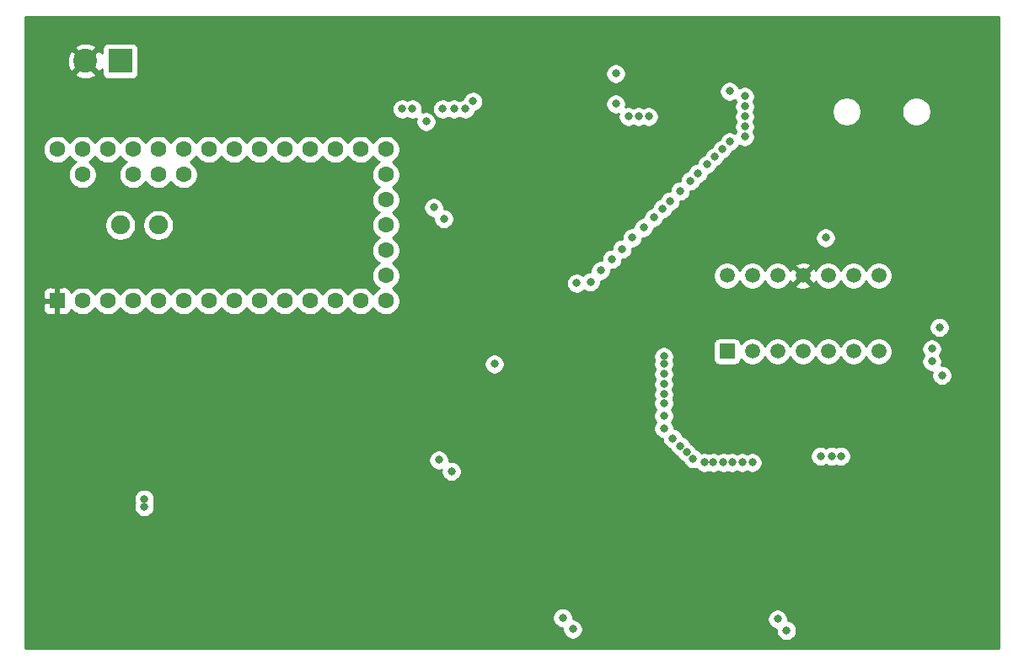
<source format=gbr>
%TF.GenerationSoftware,KiCad,Pcbnew,(5.1.10)-1*%
%TF.CreationDate,2021-08-25T15:37:07-07:00*%
%TF.ProjectId,fmcw,666d6377-2e6b-4696-9361-645f70636258,rev?*%
%TF.SameCoordinates,Original*%
%TF.FileFunction,Copper,L2,Inr*%
%TF.FilePolarity,Positive*%
%FSLAX46Y46*%
G04 Gerber Fmt 4.6, Leading zero omitted, Abs format (unit mm)*
G04 Created by KiCad (PCBNEW (5.1.10)-1) date 2021-08-25 15:37:07*
%MOMM*%
%LPD*%
G01*
G04 APERTURE LIST*
%TA.AperFunction,ComponentPad*%
%ADD10R,2.400000X2.400000*%
%TD*%
%TA.AperFunction,ComponentPad*%
%ADD11C,2.400000*%
%TD*%
%TA.AperFunction,ComponentPad*%
%ADD12C,1.600000*%
%TD*%
%TA.AperFunction,ComponentPad*%
%ADD13R,1.600000X1.600000*%
%TD*%
%TA.AperFunction,ComponentPad*%
%ADD14C,1.900000*%
%TD*%
%TA.AperFunction,ComponentPad*%
%ADD15R,1.500000X1.500000*%
%TD*%
%TA.AperFunction,ComponentPad*%
%ADD16C,1.500000*%
%TD*%
%TA.AperFunction,ViaPad*%
%ADD17C,0.800000*%
%TD*%
%TA.AperFunction,Conductor*%
%ADD18C,0.254000*%
%TD*%
%TA.AperFunction,Conductor*%
%ADD19C,0.100000*%
%TD*%
G04 APERTURE END LIST*
D10*
%TO.N,+BATT*%
%TO.C,J1*%
X85090000Y-86360000D03*
D11*
%TO.N,GND*%
X81590000Y-86360000D03*
%TD*%
D12*
%TO.N,Net-(U3-Pad17)*%
%TO.C,U3*%
X111760000Y-102870000D03*
%TO.N,Net-(U3-Pad18)*%
X111760000Y-100330000D03*
%TO.N,Net-(U3-Pad19)*%
X111760000Y-97790000D03*
%TO.N,Net-(U3-Pad20)*%
X111760000Y-95250000D03*
%TO.N,Net-(U3-Pad16)*%
X111760000Y-105410000D03*
%TO.N,Net-(U3-Pad15)*%
X111760000Y-107950000D03*
%TO.N,Net-(U3-Pad14)*%
X111760000Y-110490000D03*
%TO.N,Net-(U3-Pad21)*%
X109220000Y-95250000D03*
%TO.N,Net-(U3-Pad22)*%
X106680000Y-95250000D03*
%TO.N,Net-(U3-Pad23)*%
X104140000Y-95250000D03*
%TO.N,Net-(U3-Pad24)*%
X101600000Y-95250000D03*
%TO.N,Net-(U3-Pad25)*%
X99060000Y-95250000D03*
%TO.N,Net-(U3-Pad26)*%
X96520000Y-95250000D03*
%TO.N,Net-(U3-Pad27)*%
X93980000Y-95250000D03*
%TO.N,Net-(U3-Pad28)*%
X91440000Y-95250000D03*
%TO.N,Net-(U3-Pad29)*%
X88900000Y-95250000D03*
%TO.N,Net-(U3-Pad30)*%
X86360000Y-95250000D03*
%TO.N,Net-(U3-Pad31)*%
X83820000Y-95250000D03*
%TO.N,Net-(U3-Pad32)*%
X81280000Y-95250000D03*
%TO.N,VCC*%
X78740000Y-95250000D03*
%TO.N,Net-(U3-Pad34)*%
X81280000Y-97790000D03*
%TO.N,Net-(U3-Pad35)*%
X86360000Y-97790000D03*
%TO.N,Net-(U3-Pad36)*%
X88900000Y-97790000D03*
%TO.N,Net-(U3-Pad37)*%
X91440000Y-97790000D03*
%TO.N,Net-(U3-Pad13)*%
X109220000Y-110490000D03*
%TO.N,Net-(U3-Pad12)*%
X106680000Y-110490000D03*
%TO.N,Net-(U3-Pad11)*%
X104140000Y-110490000D03*
%TO.N,Net-(U3-Pad10)*%
X101600000Y-110490000D03*
%TO.N,Net-(U3-Pad9)*%
X99060000Y-110490000D03*
%TO.N,Sync*%
X96520000Y-110490000D03*
%TO.N,Net-(U3-Pad7)*%
X93980000Y-110490000D03*
%TO.N,Net-(U3-Pad6)*%
X91440000Y-110490000D03*
%TO.N,Net-(U3-Pad5)*%
X88900000Y-110490000D03*
%TO.N,Net-(U3-Pad4)*%
X86360000Y-110490000D03*
%TO.N,Net-(U3-Pad3)*%
X83820000Y-110490000D03*
%TO.N,Net-(U3-Pad2)*%
X81280000Y-110490000D03*
D13*
%TO.N,GND*%
X78740000Y-110490000D03*
D14*
%TO.N,Net-(U3-Pad38)*%
X88900000Y-102870000D03*
X85090000Y-102870000D03*
%TD*%
D15*
%TO.N,Net-(R4-Pad2)*%
%TO.C,U5*%
X146050000Y-115570000D03*
D16*
%TO.N,Net-(R3-Pad1)*%
X148590000Y-115570000D03*
%TO.N,Net-(C7-Pad1)*%
X151130000Y-115570000D03*
%TO.N,+5V*%
X153670000Y-115570000D03*
%TO.N,Net-(C9-Pad1)*%
X156210000Y-115570000D03*
%TO.N,Net-(R8-Pad2)*%
X158750000Y-115570000D03*
%TO.N,Net-(C8-Pad1)*%
X161290000Y-115570000D03*
%TO.N,Net-(U5-Pad14)*%
X146050000Y-107950000D03*
%TO.N,Net-(U5-Pad13)*%
X148590000Y-107950000D03*
%TO.N,Net-(U5-Pad12)*%
X151130000Y-107950000D03*
%TO.N,GND*%
X153670000Y-107950000D03*
%TO.N,Net-(C10-Pad1)*%
X156210000Y-107950000D03*
%TO.N,Net-(R13-Pad2)*%
X158750000Y-107950000D03*
%TO.N,Net-(C20-Pad1)*%
X161290000Y-107950000D03*
%TD*%
D17*
%TO.N,GND*%
X78740000Y-112522000D03*
X136398000Y-96774000D03*
%TO.N,+2V5*%
X130937000Y-108712000D03*
X132334000Y-108585000D03*
X133350000Y-107442000D03*
X134493000Y-106299000D03*
X135509000Y-105283000D03*
X136525000Y-104140000D03*
X137668000Y-103124000D03*
X138684000Y-102108000D03*
X139573000Y-101219000D03*
X140335000Y-100457000D03*
X141351000Y-99441000D03*
X142367000Y-98425000D03*
X143129000Y-97663000D03*
X144018000Y-96774000D03*
X144780000Y-96012000D03*
X145542000Y-95250000D03*
%TO.N,GND*%
X140970000Y-86487000D03*
X140970000Y-87884000D03*
X138430000Y-89408000D03*
X137414000Y-89408000D03*
X129159000Y-91948000D03*
X128397000Y-91313000D03*
X77343000Y-86360000D03*
%TO.N,+5V*%
X115824000Y-92456000D03*
%TO.N,+2V5*%
X147828000Y-91948000D03*
X155956000Y-104140000D03*
%TO.N,+5V*%
X114427000Y-91186000D03*
X113411000Y-91186000D03*
X117475000Y-91186000D03*
X118618000Y-91186000D03*
X119761000Y-91186000D03*
X120523000Y-90424000D03*
X116586000Y-101092000D03*
X117602000Y-102235000D03*
X87503000Y-131191000D03*
X87503000Y-130429000D03*
X117094000Y-126492000D03*
X118364000Y-127635000D03*
X129540000Y-142367000D03*
X130556000Y-143510000D03*
X152019000Y-143637000D03*
X151130000Y-142494000D03*
X122682000Y-116840000D03*
%TO.N,GND*%
X77343000Y-87249000D03*
X77343000Y-88265000D03*
X77343000Y-89281000D03*
X77343000Y-90424000D03*
X77343000Y-91440000D03*
X78359000Y-86360000D03*
X110236000Y-89027000D03*
X110236000Y-90043000D03*
X110871000Y-88519000D03*
X111887000Y-88900000D03*
X113284000Y-88900000D03*
X130302000Y-91948000D03*
X131699000Y-91948000D03*
X137668000Y-98044000D03*
X130302000Y-104648000D03*
X129032000Y-106045000D03*
X125984000Y-103505000D03*
X124333000Y-107315000D03*
X124968000Y-107950000D03*
X76708000Y-110490000D03*
X77470000Y-112522000D03*
X76708000Y-111506000D03*
X86360000Y-117475000D03*
X88900000Y-117475000D03*
X91821000Y-117475000D03*
X94488000Y-117475000D03*
X90297000Y-117475000D03*
X93091000Y-117475000D03*
X87503000Y-117475000D03*
X95758000Y-117475000D03*
X97028000Y-117475000D03*
X98298000Y-117475000D03*
X83566000Y-130683000D03*
X77470000Y-132334000D03*
X77470000Y-144272000D03*
X86360000Y-136398000D03*
X86360000Y-140335000D03*
X94615000Y-141605000D03*
X96012000Y-141605000D03*
X91948000Y-134112000D03*
X91948000Y-135128000D03*
X97155000Y-132715000D03*
X98679000Y-134493000D03*
X97155000Y-131572000D03*
X97155000Y-130556000D03*
X94361000Y-130683000D03*
X95758000Y-130683000D03*
X104140000Y-142748000D03*
X102743000Y-117983000D03*
X103759000Y-117983000D03*
X104140000Y-115062000D03*
X101219000Y-115062000D03*
X105156000Y-117348000D03*
X107696000Y-117348000D03*
X106426000Y-117348000D03*
X112141000Y-117348000D03*
X113157000Y-117348000D03*
X116840000Y-120777000D03*
X116840000Y-121793000D03*
X116840000Y-123317000D03*
X116840000Y-124333000D03*
X116967000Y-128524000D03*
X116967000Y-129540000D03*
X115189000Y-131953000D03*
X113411000Y-133096000D03*
X110363000Y-133223000D03*
X111506000Y-133223000D03*
X113411000Y-134239000D03*
X113411000Y-135382000D03*
X113411000Y-136652000D03*
X113411000Y-137668000D03*
X122809000Y-140335000D03*
X122809000Y-139192000D03*
X124206000Y-139192000D03*
X124206000Y-140335000D03*
X125476000Y-142367000D03*
X126746000Y-142367000D03*
X126746000Y-143510000D03*
X129286000Y-129286000D03*
X130429000Y-129286000D03*
X131572000Y-129286000D03*
X132842000Y-129286000D03*
X133858000Y-129286000D03*
X134874000Y-129286000D03*
X135890000Y-129286000D03*
X136906000Y-129286000D03*
X137922000Y-129286000D03*
X138938000Y-129286000D03*
X140081000Y-129286000D03*
X141224000Y-129286000D03*
X142748000Y-130429000D03*
X142748000Y-131445000D03*
X142748000Y-140081000D03*
X142748000Y-141097000D03*
X141605000Y-142240000D03*
X140335000Y-142240000D03*
X139319000Y-142240000D03*
X138176000Y-142240000D03*
X137160000Y-142240000D03*
X145669000Y-140208000D03*
X145669000Y-141224000D03*
X146685000Y-142494000D03*
X147955000Y-142494000D03*
X144272000Y-140081000D03*
X144272000Y-141097000D03*
X147955000Y-143637000D03*
X151638000Y-129540000D03*
X152781000Y-129540000D03*
X150495000Y-129540000D03*
X154051000Y-129540000D03*
X155067000Y-129540000D03*
X157099000Y-129540000D03*
X159131000Y-129540000D03*
X158115000Y-129540000D03*
X161290000Y-129540000D03*
X160147000Y-129540000D03*
X156083000Y-129540000D03*
X162433000Y-129540000D03*
X160655000Y-142494000D03*
X162941000Y-142494000D03*
X161671000Y-142494000D03*
X159512000Y-142494000D03*
X158496000Y-142494000D03*
X171577000Y-142367000D03*
X171577000Y-130810000D03*
X152146000Y-119507000D03*
X114808000Y-100965000D03*
X91948000Y-131064000D03*
X101727000Y-126111000D03*
X101727000Y-123190000D03*
X101727000Y-128651000D03*
X101727000Y-121920000D03*
X101727000Y-121031000D03*
X101727000Y-124714000D03*
X101727000Y-127508000D03*
X166370000Y-84836000D03*
X106045000Y-133096000D03*
X106045000Y-134239000D03*
X106045000Y-135636000D03*
X105664000Y-136652000D03*
X105029000Y-137287000D03*
X169926000Y-129540000D03*
X166878000Y-129540000D03*
X171958000Y-129540000D03*
X168910000Y-129540000D03*
X165608000Y-129540000D03*
X167894000Y-129540000D03*
X164465000Y-129540000D03*
X170942000Y-129540000D03*
X163322000Y-129540000D03*
X172974000Y-129540000D03*
X143510000Y-129540000D03*
X147574000Y-129540000D03*
X149606000Y-129540000D03*
X148590000Y-129540000D03*
X146558000Y-129540000D03*
X142240000Y-129540000D03*
X144526000Y-129540000D03*
X145542000Y-129540000D03*
%TO.N,+2V5*%
X147828000Y-92964000D03*
X147828000Y-90932000D03*
X147828000Y-89916000D03*
X146304000Y-89408000D03*
X146304000Y-94488000D03*
X147828000Y-93980000D03*
X138176000Y-91948000D03*
X137160000Y-91948000D03*
X134874000Y-90678000D03*
X134874000Y-87630000D03*
X136144000Y-91948000D03*
X167640000Y-117983000D03*
X167386000Y-113157000D03*
X157480000Y-126111000D03*
X155448000Y-126111000D03*
X156591000Y-126111000D03*
X166624000Y-115316000D03*
X166624000Y-116586000D03*
X148590000Y-126746000D03*
X147574000Y-126746000D03*
X146558000Y-126746000D03*
X145669000Y-126746000D03*
X144653000Y-126746000D03*
X143764000Y-126746000D03*
X142621000Y-126365000D03*
X141986000Y-125730000D03*
X141351000Y-125095000D03*
X140589000Y-124333000D03*
X139700000Y-123317000D03*
X139700000Y-122047000D03*
X139700000Y-120777000D03*
X139700000Y-119888000D03*
X139700000Y-118872000D03*
X139700000Y-117856000D03*
X139700000Y-116840000D03*
X139700000Y-116078000D03*
%TD*%
D18*
%TO.N,GND*%
X173330001Y-145390000D02*
X75590000Y-145390000D01*
X75590000Y-142265061D01*
X128505000Y-142265061D01*
X128505000Y-142468939D01*
X128544774Y-142668898D01*
X128622795Y-142857256D01*
X128736063Y-143026774D01*
X128880226Y-143170937D01*
X129049744Y-143284205D01*
X129238102Y-143362226D01*
X129438061Y-143402000D01*
X129522206Y-143402000D01*
X129521000Y-143408061D01*
X129521000Y-143611939D01*
X129560774Y-143811898D01*
X129638795Y-144000256D01*
X129752063Y-144169774D01*
X129896226Y-144313937D01*
X130065744Y-144427205D01*
X130254102Y-144505226D01*
X130454061Y-144545000D01*
X130657939Y-144545000D01*
X130857898Y-144505226D01*
X131046256Y-144427205D01*
X131215774Y-144313937D01*
X131359937Y-144169774D01*
X131473205Y-144000256D01*
X131551226Y-143811898D01*
X131591000Y-143611939D01*
X131591000Y-143408061D01*
X131551226Y-143208102D01*
X131473205Y-143019744D01*
X131359937Y-142850226D01*
X131215774Y-142706063D01*
X131046256Y-142592795D01*
X130857898Y-142514774D01*
X130657939Y-142475000D01*
X130573794Y-142475000D01*
X130575000Y-142468939D01*
X130575000Y-142392061D01*
X150095000Y-142392061D01*
X150095000Y-142595939D01*
X150134774Y-142795898D01*
X150212795Y-142984256D01*
X150326063Y-143153774D01*
X150470226Y-143297937D01*
X150639744Y-143411205D01*
X150828102Y-143489226D01*
X150986837Y-143520800D01*
X150984000Y-143535061D01*
X150984000Y-143738939D01*
X151023774Y-143938898D01*
X151101795Y-144127256D01*
X151215063Y-144296774D01*
X151359226Y-144440937D01*
X151528744Y-144554205D01*
X151717102Y-144632226D01*
X151917061Y-144672000D01*
X152120939Y-144672000D01*
X152320898Y-144632226D01*
X152509256Y-144554205D01*
X152678774Y-144440937D01*
X152822937Y-144296774D01*
X152936205Y-144127256D01*
X153014226Y-143938898D01*
X153054000Y-143738939D01*
X153054000Y-143535061D01*
X153014226Y-143335102D01*
X152936205Y-143146744D01*
X152822937Y-142977226D01*
X152678774Y-142833063D01*
X152509256Y-142719795D01*
X152320898Y-142641774D01*
X152162163Y-142610200D01*
X152165000Y-142595939D01*
X152165000Y-142392061D01*
X152125226Y-142192102D01*
X152047205Y-142003744D01*
X151933937Y-141834226D01*
X151789774Y-141690063D01*
X151620256Y-141576795D01*
X151431898Y-141498774D01*
X151231939Y-141459000D01*
X151028061Y-141459000D01*
X150828102Y-141498774D01*
X150639744Y-141576795D01*
X150470226Y-141690063D01*
X150326063Y-141834226D01*
X150212795Y-142003744D01*
X150134774Y-142192102D01*
X150095000Y-142392061D01*
X130575000Y-142392061D01*
X130575000Y-142265061D01*
X130535226Y-142065102D01*
X130457205Y-141876744D01*
X130343937Y-141707226D01*
X130199774Y-141563063D01*
X130030256Y-141449795D01*
X129841898Y-141371774D01*
X129641939Y-141332000D01*
X129438061Y-141332000D01*
X129238102Y-141371774D01*
X129049744Y-141449795D01*
X128880226Y-141563063D01*
X128736063Y-141707226D01*
X128622795Y-141876744D01*
X128544774Y-142065102D01*
X128505000Y-142265061D01*
X75590000Y-142265061D01*
X75590000Y-130327061D01*
X86468000Y-130327061D01*
X86468000Y-130530939D01*
X86507774Y-130730898D01*
X86540539Y-130810000D01*
X86507774Y-130889102D01*
X86468000Y-131089061D01*
X86468000Y-131292939D01*
X86507774Y-131492898D01*
X86585795Y-131681256D01*
X86699063Y-131850774D01*
X86843226Y-131994937D01*
X87012744Y-132108205D01*
X87201102Y-132186226D01*
X87401061Y-132226000D01*
X87604939Y-132226000D01*
X87804898Y-132186226D01*
X87993256Y-132108205D01*
X88162774Y-131994937D01*
X88306937Y-131850774D01*
X88420205Y-131681256D01*
X88498226Y-131492898D01*
X88538000Y-131292939D01*
X88538000Y-131089061D01*
X88498226Y-130889102D01*
X88465461Y-130810000D01*
X88498226Y-130730898D01*
X88538000Y-130530939D01*
X88538000Y-130327061D01*
X88498226Y-130127102D01*
X88420205Y-129938744D01*
X88306937Y-129769226D01*
X88162774Y-129625063D01*
X87993256Y-129511795D01*
X87804898Y-129433774D01*
X87604939Y-129394000D01*
X87401061Y-129394000D01*
X87201102Y-129433774D01*
X87012744Y-129511795D01*
X86843226Y-129625063D01*
X86699063Y-129769226D01*
X86585795Y-129938744D01*
X86507774Y-130127102D01*
X86468000Y-130327061D01*
X75590000Y-130327061D01*
X75590000Y-126390061D01*
X116059000Y-126390061D01*
X116059000Y-126593939D01*
X116098774Y-126793898D01*
X116176795Y-126982256D01*
X116290063Y-127151774D01*
X116434226Y-127295937D01*
X116603744Y-127409205D01*
X116792102Y-127487226D01*
X116992061Y-127527000D01*
X117195939Y-127527000D01*
X117335737Y-127499193D01*
X117329000Y-127533061D01*
X117329000Y-127736939D01*
X117368774Y-127936898D01*
X117446795Y-128125256D01*
X117560063Y-128294774D01*
X117704226Y-128438937D01*
X117873744Y-128552205D01*
X118062102Y-128630226D01*
X118262061Y-128670000D01*
X118465939Y-128670000D01*
X118665898Y-128630226D01*
X118854256Y-128552205D01*
X119023774Y-128438937D01*
X119167937Y-128294774D01*
X119281205Y-128125256D01*
X119359226Y-127936898D01*
X119399000Y-127736939D01*
X119399000Y-127533061D01*
X119359226Y-127333102D01*
X119281205Y-127144744D01*
X119167937Y-126975226D01*
X119023774Y-126831063D01*
X118854256Y-126717795D01*
X118665898Y-126639774D01*
X118465939Y-126600000D01*
X118262061Y-126600000D01*
X118122263Y-126627807D01*
X118129000Y-126593939D01*
X118129000Y-126390061D01*
X118089226Y-126190102D01*
X118011205Y-126001744D01*
X117897937Y-125832226D01*
X117753774Y-125688063D01*
X117584256Y-125574795D01*
X117395898Y-125496774D01*
X117195939Y-125457000D01*
X116992061Y-125457000D01*
X116792102Y-125496774D01*
X116603744Y-125574795D01*
X116434226Y-125688063D01*
X116290063Y-125832226D01*
X116176795Y-126001744D01*
X116098774Y-126190102D01*
X116059000Y-126390061D01*
X75590000Y-126390061D01*
X75590000Y-116738061D01*
X121647000Y-116738061D01*
X121647000Y-116941939D01*
X121686774Y-117141898D01*
X121764795Y-117330256D01*
X121878063Y-117499774D01*
X122022226Y-117643937D01*
X122191744Y-117757205D01*
X122380102Y-117835226D01*
X122580061Y-117875000D01*
X122783939Y-117875000D01*
X122983898Y-117835226D01*
X123172256Y-117757205D01*
X123341774Y-117643937D01*
X123485937Y-117499774D01*
X123599205Y-117330256D01*
X123677226Y-117141898D01*
X123717000Y-116941939D01*
X123717000Y-116738061D01*
X123677226Y-116538102D01*
X123599205Y-116349744D01*
X123485937Y-116180226D01*
X123341774Y-116036063D01*
X123251975Y-115976061D01*
X138665000Y-115976061D01*
X138665000Y-116179939D01*
X138704774Y-116379898D01*
X138737539Y-116459000D01*
X138704774Y-116538102D01*
X138665000Y-116738061D01*
X138665000Y-116941939D01*
X138704774Y-117141898D01*
X138782795Y-117330256D01*
X138794651Y-117348000D01*
X138782795Y-117365744D01*
X138704774Y-117554102D01*
X138665000Y-117754061D01*
X138665000Y-117957939D01*
X138704774Y-118157898D01*
X138782795Y-118346256D01*
X138794651Y-118364000D01*
X138782795Y-118381744D01*
X138704774Y-118570102D01*
X138665000Y-118770061D01*
X138665000Y-118973939D01*
X138704774Y-119173898D01*
X138782795Y-119362256D01*
X138794651Y-119380000D01*
X138782795Y-119397744D01*
X138704774Y-119586102D01*
X138665000Y-119786061D01*
X138665000Y-119989939D01*
X138704774Y-120189898D01*
X138763842Y-120332500D01*
X138704774Y-120475102D01*
X138665000Y-120675061D01*
X138665000Y-120878939D01*
X138704774Y-121078898D01*
X138782795Y-121267256D01*
X138879510Y-121412000D01*
X138782795Y-121556744D01*
X138704774Y-121745102D01*
X138665000Y-121945061D01*
X138665000Y-122148939D01*
X138704774Y-122348898D01*
X138782795Y-122537256D01*
X138879510Y-122682000D01*
X138782795Y-122826744D01*
X138704774Y-123015102D01*
X138665000Y-123215061D01*
X138665000Y-123418939D01*
X138704774Y-123618898D01*
X138782795Y-123807256D01*
X138896063Y-123976774D01*
X139040226Y-124120937D01*
X139209744Y-124234205D01*
X139398102Y-124312226D01*
X139554000Y-124343236D01*
X139554000Y-124434939D01*
X139593774Y-124634898D01*
X139671795Y-124823256D01*
X139785063Y-124992774D01*
X139929226Y-125136937D01*
X140098744Y-125250205D01*
X140287102Y-125328226D01*
X140344381Y-125339619D01*
X140355774Y-125396898D01*
X140433795Y-125585256D01*
X140547063Y-125754774D01*
X140691226Y-125898937D01*
X140860744Y-126012205D01*
X141007858Y-126073142D01*
X141068795Y-126220256D01*
X141182063Y-126389774D01*
X141326226Y-126533937D01*
X141495744Y-126647205D01*
X141642858Y-126708142D01*
X141703795Y-126855256D01*
X141817063Y-127024774D01*
X141961226Y-127168937D01*
X142130744Y-127282205D01*
X142319102Y-127360226D01*
X142519061Y-127400000D01*
X142722939Y-127400000D01*
X142922898Y-127360226D01*
X142928170Y-127358042D01*
X142960063Y-127405774D01*
X143104226Y-127549937D01*
X143273744Y-127663205D01*
X143462102Y-127741226D01*
X143662061Y-127781000D01*
X143865939Y-127781000D01*
X144065898Y-127741226D01*
X144208500Y-127682158D01*
X144351102Y-127741226D01*
X144551061Y-127781000D01*
X144754939Y-127781000D01*
X144954898Y-127741226D01*
X145143256Y-127663205D01*
X145161000Y-127651349D01*
X145178744Y-127663205D01*
X145367102Y-127741226D01*
X145567061Y-127781000D01*
X145770939Y-127781000D01*
X145970898Y-127741226D01*
X146113500Y-127682158D01*
X146256102Y-127741226D01*
X146456061Y-127781000D01*
X146659939Y-127781000D01*
X146859898Y-127741226D01*
X147048256Y-127663205D01*
X147066000Y-127651349D01*
X147083744Y-127663205D01*
X147272102Y-127741226D01*
X147472061Y-127781000D01*
X147675939Y-127781000D01*
X147875898Y-127741226D01*
X148064256Y-127663205D01*
X148082000Y-127651349D01*
X148099744Y-127663205D01*
X148288102Y-127741226D01*
X148488061Y-127781000D01*
X148691939Y-127781000D01*
X148891898Y-127741226D01*
X149080256Y-127663205D01*
X149249774Y-127549937D01*
X149393937Y-127405774D01*
X149507205Y-127236256D01*
X149585226Y-127047898D01*
X149625000Y-126847939D01*
X149625000Y-126644061D01*
X149585226Y-126444102D01*
X149507205Y-126255744D01*
X149393937Y-126086226D01*
X149316772Y-126009061D01*
X154413000Y-126009061D01*
X154413000Y-126212939D01*
X154452774Y-126412898D01*
X154530795Y-126601256D01*
X154644063Y-126770774D01*
X154788226Y-126914937D01*
X154957744Y-127028205D01*
X155146102Y-127106226D01*
X155346061Y-127146000D01*
X155549939Y-127146000D01*
X155749898Y-127106226D01*
X155938256Y-127028205D01*
X156019500Y-126973920D01*
X156100744Y-127028205D01*
X156289102Y-127106226D01*
X156489061Y-127146000D01*
X156692939Y-127146000D01*
X156892898Y-127106226D01*
X157035500Y-127047158D01*
X157178102Y-127106226D01*
X157378061Y-127146000D01*
X157581939Y-127146000D01*
X157781898Y-127106226D01*
X157970256Y-127028205D01*
X158139774Y-126914937D01*
X158283937Y-126770774D01*
X158397205Y-126601256D01*
X158475226Y-126412898D01*
X158515000Y-126212939D01*
X158515000Y-126009061D01*
X158475226Y-125809102D01*
X158397205Y-125620744D01*
X158283937Y-125451226D01*
X158139774Y-125307063D01*
X157970256Y-125193795D01*
X157781898Y-125115774D01*
X157581939Y-125076000D01*
X157378061Y-125076000D01*
X157178102Y-125115774D01*
X157035500Y-125174842D01*
X156892898Y-125115774D01*
X156692939Y-125076000D01*
X156489061Y-125076000D01*
X156289102Y-125115774D01*
X156100744Y-125193795D01*
X156019500Y-125248080D01*
X155938256Y-125193795D01*
X155749898Y-125115774D01*
X155549939Y-125076000D01*
X155346061Y-125076000D01*
X155146102Y-125115774D01*
X154957744Y-125193795D01*
X154788226Y-125307063D01*
X154644063Y-125451226D01*
X154530795Y-125620744D01*
X154452774Y-125809102D01*
X154413000Y-126009061D01*
X149316772Y-126009061D01*
X149249774Y-125942063D01*
X149080256Y-125828795D01*
X148891898Y-125750774D01*
X148691939Y-125711000D01*
X148488061Y-125711000D01*
X148288102Y-125750774D01*
X148099744Y-125828795D01*
X148082000Y-125840651D01*
X148064256Y-125828795D01*
X147875898Y-125750774D01*
X147675939Y-125711000D01*
X147472061Y-125711000D01*
X147272102Y-125750774D01*
X147083744Y-125828795D01*
X147066000Y-125840651D01*
X147048256Y-125828795D01*
X146859898Y-125750774D01*
X146659939Y-125711000D01*
X146456061Y-125711000D01*
X146256102Y-125750774D01*
X146113500Y-125809842D01*
X145970898Y-125750774D01*
X145770939Y-125711000D01*
X145567061Y-125711000D01*
X145367102Y-125750774D01*
X145178744Y-125828795D01*
X145161000Y-125840651D01*
X145143256Y-125828795D01*
X144954898Y-125750774D01*
X144754939Y-125711000D01*
X144551061Y-125711000D01*
X144351102Y-125750774D01*
X144208500Y-125809842D01*
X144065898Y-125750774D01*
X143865939Y-125711000D01*
X143662061Y-125711000D01*
X143462102Y-125750774D01*
X143456830Y-125752958D01*
X143424937Y-125705226D01*
X143280774Y-125561063D01*
X143111256Y-125447795D01*
X142964142Y-125386858D01*
X142903205Y-125239744D01*
X142789937Y-125070226D01*
X142645774Y-124926063D01*
X142476256Y-124812795D01*
X142329142Y-124751858D01*
X142268205Y-124604744D01*
X142154937Y-124435226D01*
X142010774Y-124291063D01*
X141841256Y-124177795D01*
X141652898Y-124099774D01*
X141595619Y-124088381D01*
X141584226Y-124031102D01*
X141506205Y-123842744D01*
X141392937Y-123673226D01*
X141248774Y-123529063D01*
X141079256Y-123415795D01*
X140890898Y-123337774D01*
X140735000Y-123306764D01*
X140735000Y-123215061D01*
X140695226Y-123015102D01*
X140617205Y-122826744D01*
X140520490Y-122682000D01*
X140617205Y-122537256D01*
X140695226Y-122348898D01*
X140735000Y-122148939D01*
X140735000Y-121945061D01*
X140695226Y-121745102D01*
X140617205Y-121556744D01*
X140520490Y-121412000D01*
X140617205Y-121267256D01*
X140695226Y-121078898D01*
X140735000Y-120878939D01*
X140735000Y-120675061D01*
X140695226Y-120475102D01*
X140636158Y-120332500D01*
X140695226Y-120189898D01*
X140735000Y-119989939D01*
X140735000Y-119786061D01*
X140695226Y-119586102D01*
X140617205Y-119397744D01*
X140605349Y-119380000D01*
X140617205Y-119362256D01*
X140695226Y-119173898D01*
X140735000Y-118973939D01*
X140735000Y-118770061D01*
X140695226Y-118570102D01*
X140617205Y-118381744D01*
X140605349Y-118364000D01*
X140617205Y-118346256D01*
X140695226Y-118157898D01*
X140735000Y-117957939D01*
X140735000Y-117754061D01*
X140695226Y-117554102D01*
X140617205Y-117365744D01*
X140605349Y-117348000D01*
X140617205Y-117330256D01*
X140695226Y-117141898D01*
X140735000Y-116941939D01*
X140735000Y-116738061D01*
X140695226Y-116538102D01*
X140662461Y-116459000D01*
X140695226Y-116379898D01*
X140735000Y-116179939D01*
X140735000Y-115976061D01*
X140695226Y-115776102D01*
X140617205Y-115587744D01*
X140503937Y-115418226D01*
X140359774Y-115274063D01*
X140190256Y-115160795D01*
X140001898Y-115082774D01*
X139801939Y-115043000D01*
X139598061Y-115043000D01*
X139398102Y-115082774D01*
X139209744Y-115160795D01*
X139040226Y-115274063D01*
X138896063Y-115418226D01*
X138782795Y-115587744D01*
X138704774Y-115776102D01*
X138665000Y-115976061D01*
X123251975Y-115976061D01*
X123172256Y-115922795D01*
X122983898Y-115844774D01*
X122783939Y-115805000D01*
X122580061Y-115805000D01*
X122380102Y-115844774D01*
X122191744Y-115922795D01*
X122022226Y-116036063D01*
X121878063Y-116180226D01*
X121764795Y-116349744D01*
X121686774Y-116538102D01*
X121647000Y-116738061D01*
X75590000Y-116738061D01*
X75590000Y-114820000D01*
X144661928Y-114820000D01*
X144661928Y-116320000D01*
X144674188Y-116444482D01*
X144710498Y-116564180D01*
X144769463Y-116674494D01*
X144848815Y-116771185D01*
X144945506Y-116850537D01*
X145055820Y-116909502D01*
X145175518Y-116945812D01*
X145300000Y-116958072D01*
X146800000Y-116958072D01*
X146924482Y-116945812D01*
X147044180Y-116909502D01*
X147154494Y-116850537D01*
X147251185Y-116771185D01*
X147330537Y-116674494D01*
X147389502Y-116564180D01*
X147425812Y-116444482D01*
X147436445Y-116336517D01*
X147514201Y-116452886D01*
X147707114Y-116645799D01*
X147933957Y-116797371D01*
X148186011Y-116901775D01*
X148453589Y-116955000D01*
X148726411Y-116955000D01*
X148993989Y-116901775D01*
X149246043Y-116797371D01*
X149472886Y-116645799D01*
X149665799Y-116452886D01*
X149817371Y-116226043D01*
X149860000Y-116123127D01*
X149902629Y-116226043D01*
X150054201Y-116452886D01*
X150247114Y-116645799D01*
X150473957Y-116797371D01*
X150726011Y-116901775D01*
X150993589Y-116955000D01*
X151266411Y-116955000D01*
X151533989Y-116901775D01*
X151786043Y-116797371D01*
X152012886Y-116645799D01*
X152205799Y-116452886D01*
X152357371Y-116226043D01*
X152400000Y-116123127D01*
X152442629Y-116226043D01*
X152594201Y-116452886D01*
X152787114Y-116645799D01*
X153013957Y-116797371D01*
X153266011Y-116901775D01*
X153533589Y-116955000D01*
X153806411Y-116955000D01*
X154073989Y-116901775D01*
X154326043Y-116797371D01*
X154552886Y-116645799D01*
X154745799Y-116452886D01*
X154897371Y-116226043D01*
X154940000Y-116123127D01*
X154982629Y-116226043D01*
X155134201Y-116452886D01*
X155327114Y-116645799D01*
X155553957Y-116797371D01*
X155806011Y-116901775D01*
X156073589Y-116955000D01*
X156346411Y-116955000D01*
X156613989Y-116901775D01*
X156866043Y-116797371D01*
X157092886Y-116645799D01*
X157285799Y-116452886D01*
X157437371Y-116226043D01*
X157480000Y-116123127D01*
X157522629Y-116226043D01*
X157674201Y-116452886D01*
X157867114Y-116645799D01*
X158093957Y-116797371D01*
X158346011Y-116901775D01*
X158613589Y-116955000D01*
X158886411Y-116955000D01*
X159153989Y-116901775D01*
X159406043Y-116797371D01*
X159632886Y-116645799D01*
X159825799Y-116452886D01*
X159977371Y-116226043D01*
X160020000Y-116123127D01*
X160062629Y-116226043D01*
X160214201Y-116452886D01*
X160407114Y-116645799D01*
X160633957Y-116797371D01*
X160886011Y-116901775D01*
X161153589Y-116955000D01*
X161426411Y-116955000D01*
X161693989Y-116901775D01*
X161946043Y-116797371D01*
X162172886Y-116645799D01*
X162365799Y-116452886D01*
X162517371Y-116226043D01*
X162621775Y-115973989D01*
X162675000Y-115706411D01*
X162675000Y-115433589D01*
X162631333Y-115214061D01*
X165589000Y-115214061D01*
X165589000Y-115417939D01*
X165628774Y-115617898D01*
X165706795Y-115806256D01*
X165803510Y-115951000D01*
X165706795Y-116095744D01*
X165628774Y-116284102D01*
X165589000Y-116484061D01*
X165589000Y-116687939D01*
X165628774Y-116887898D01*
X165706795Y-117076256D01*
X165820063Y-117245774D01*
X165964226Y-117389937D01*
X166133744Y-117503205D01*
X166322102Y-117581226D01*
X166522061Y-117621000D01*
X166669669Y-117621000D01*
X166644774Y-117681102D01*
X166605000Y-117881061D01*
X166605000Y-118084939D01*
X166644774Y-118284898D01*
X166722795Y-118473256D01*
X166836063Y-118642774D01*
X166980226Y-118786937D01*
X167149744Y-118900205D01*
X167338102Y-118978226D01*
X167538061Y-119018000D01*
X167741939Y-119018000D01*
X167941898Y-118978226D01*
X168130256Y-118900205D01*
X168299774Y-118786937D01*
X168443937Y-118642774D01*
X168557205Y-118473256D01*
X168635226Y-118284898D01*
X168675000Y-118084939D01*
X168675000Y-117881061D01*
X168635226Y-117681102D01*
X168557205Y-117492744D01*
X168443937Y-117323226D01*
X168299774Y-117179063D01*
X168130256Y-117065795D01*
X167941898Y-116987774D01*
X167741939Y-116948000D01*
X167594331Y-116948000D01*
X167619226Y-116887898D01*
X167659000Y-116687939D01*
X167659000Y-116484061D01*
X167619226Y-116284102D01*
X167541205Y-116095744D01*
X167444490Y-115951000D01*
X167541205Y-115806256D01*
X167619226Y-115617898D01*
X167659000Y-115417939D01*
X167659000Y-115214061D01*
X167619226Y-115014102D01*
X167541205Y-114825744D01*
X167427937Y-114656226D01*
X167283774Y-114512063D01*
X167114256Y-114398795D01*
X166925898Y-114320774D01*
X166725939Y-114281000D01*
X166522061Y-114281000D01*
X166322102Y-114320774D01*
X166133744Y-114398795D01*
X165964226Y-114512063D01*
X165820063Y-114656226D01*
X165706795Y-114825744D01*
X165628774Y-115014102D01*
X165589000Y-115214061D01*
X162631333Y-115214061D01*
X162621775Y-115166011D01*
X162517371Y-114913957D01*
X162365799Y-114687114D01*
X162172886Y-114494201D01*
X161946043Y-114342629D01*
X161693989Y-114238225D01*
X161426411Y-114185000D01*
X161153589Y-114185000D01*
X160886011Y-114238225D01*
X160633957Y-114342629D01*
X160407114Y-114494201D01*
X160214201Y-114687114D01*
X160062629Y-114913957D01*
X160020000Y-115016873D01*
X159977371Y-114913957D01*
X159825799Y-114687114D01*
X159632886Y-114494201D01*
X159406043Y-114342629D01*
X159153989Y-114238225D01*
X158886411Y-114185000D01*
X158613589Y-114185000D01*
X158346011Y-114238225D01*
X158093957Y-114342629D01*
X157867114Y-114494201D01*
X157674201Y-114687114D01*
X157522629Y-114913957D01*
X157480000Y-115016873D01*
X157437371Y-114913957D01*
X157285799Y-114687114D01*
X157092886Y-114494201D01*
X156866043Y-114342629D01*
X156613989Y-114238225D01*
X156346411Y-114185000D01*
X156073589Y-114185000D01*
X155806011Y-114238225D01*
X155553957Y-114342629D01*
X155327114Y-114494201D01*
X155134201Y-114687114D01*
X154982629Y-114913957D01*
X154940000Y-115016873D01*
X154897371Y-114913957D01*
X154745799Y-114687114D01*
X154552886Y-114494201D01*
X154326043Y-114342629D01*
X154073989Y-114238225D01*
X153806411Y-114185000D01*
X153533589Y-114185000D01*
X153266011Y-114238225D01*
X153013957Y-114342629D01*
X152787114Y-114494201D01*
X152594201Y-114687114D01*
X152442629Y-114913957D01*
X152400000Y-115016873D01*
X152357371Y-114913957D01*
X152205799Y-114687114D01*
X152012886Y-114494201D01*
X151786043Y-114342629D01*
X151533989Y-114238225D01*
X151266411Y-114185000D01*
X150993589Y-114185000D01*
X150726011Y-114238225D01*
X150473957Y-114342629D01*
X150247114Y-114494201D01*
X150054201Y-114687114D01*
X149902629Y-114913957D01*
X149860000Y-115016873D01*
X149817371Y-114913957D01*
X149665799Y-114687114D01*
X149472886Y-114494201D01*
X149246043Y-114342629D01*
X148993989Y-114238225D01*
X148726411Y-114185000D01*
X148453589Y-114185000D01*
X148186011Y-114238225D01*
X147933957Y-114342629D01*
X147707114Y-114494201D01*
X147514201Y-114687114D01*
X147436445Y-114803483D01*
X147425812Y-114695518D01*
X147389502Y-114575820D01*
X147330537Y-114465506D01*
X147251185Y-114368815D01*
X147154494Y-114289463D01*
X147044180Y-114230498D01*
X146924482Y-114194188D01*
X146800000Y-114181928D01*
X145300000Y-114181928D01*
X145175518Y-114194188D01*
X145055820Y-114230498D01*
X144945506Y-114289463D01*
X144848815Y-114368815D01*
X144769463Y-114465506D01*
X144710498Y-114575820D01*
X144674188Y-114695518D01*
X144661928Y-114820000D01*
X75590000Y-114820000D01*
X75590000Y-113055061D01*
X166351000Y-113055061D01*
X166351000Y-113258939D01*
X166390774Y-113458898D01*
X166468795Y-113647256D01*
X166582063Y-113816774D01*
X166726226Y-113960937D01*
X166895744Y-114074205D01*
X167084102Y-114152226D01*
X167284061Y-114192000D01*
X167487939Y-114192000D01*
X167687898Y-114152226D01*
X167876256Y-114074205D01*
X168045774Y-113960937D01*
X168189937Y-113816774D01*
X168303205Y-113647256D01*
X168381226Y-113458898D01*
X168421000Y-113258939D01*
X168421000Y-113055061D01*
X168381226Y-112855102D01*
X168303205Y-112666744D01*
X168189937Y-112497226D01*
X168045774Y-112353063D01*
X167876256Y-112239795D01*
X167687898Y-112161774D01*
X167487939Y-112122000D01*
X167284061Y-112122000D01*
X167084102Y-112161774D01*
X166895744Y-112239795D01*
X166726226Y-112353063D01*
X166582063Y-112497226D01*
X166468795Y-112666744D01*
X166390774Y-112855102D01*
X166351000Y-113055061D01*
X75590000Y-113055061D01*
X75590000Y-111290000D01*
X77301928Y-111290000D01*
X77314188Y-111414482D01*
X77350498Y-111534180D01*
X77409463Y-111644494D01*
X77488815Y-111741185D01*
X77585506Y-111820537D01*
X77695820Y-111879502D01*
X77815518Y-111915812D01*
X77940000Y-111928072D01*
X78454250Y-111925000D01*
X78613000Y-111766250D01*
X78613000Y-110617000D01*
X77463750Y-110617000D01*
X77305000Y-110775750D01*
X77301928Y-111290000D01*
X75590000Y-111290000D01*
X75590000Y-109690000D01*
X77301928Y-109690000D01*
X77305000Y-110204250D01*
X77463750Y-110363000D01*
X78613000Y-110363000D01*
X78613000Y-109213750D01*
X78454250Y-109055000D01*
X77940000Y-109051928D01*
X77815518Y-109064188D01*
X77695820Y-109100498D01*
X77585506Y-109159463D01*
X77488815Y-109238815D01*
X77409463Y-109335506D01*
X77350498Y-109445820D01*
X77314188Y-109565518D01*
X77301928Y-109690000D01*
X75590000Y-109690000D01*
X75590000Y-102713891D01*
X83505000Y-102713891D01*
X83505000Y-103026109D01*
X83565911Y-103332327D01*
X83685391Y-103620779D01*
X83858850Y-103880379D01*
X84079621Y-104101150D01*
X84339221Y-104274609D01*
X84627673Y-104394089D01*
X84933891Y-104455000D01*
X85246109Y-104455000D01*
X85552327Y-104394089D01*
X85840779Y-104274609D01*
X86100379Y-104101150D01*
X86321150Y-103880379D01*
X86494609Y-103620779D01*
X86614089Y-103332327D01*
X86675000Y-103026109D01*
X86675000Y-102713891D01*
X87315000Y-102713891D01*
X87315000Y-103026109D01*
X87375911Y-103332327D01*
X87495391Y-103620779D01*
X87668850Y-103880379D01*
X87889621Y-104101150D01*
X88149221Y-104274609D01*
X88437673Y-104394089D01*
X88743891Y-104455000D01*
X89056109Y-104455000D01*
X89362327Y-104394089D01*
X89650779Y-104274609D01*
X89910379Y-104101150D01*
X90131150Y-103880379D01*
X90304609Y-103620779D01*
X90424089Y-103332327D01*
X90485000Y-103026109D01*
X90485000Y-102713891D01*
X90424089Y-102407673D01*
X90304609Y-102119221D01*
X90131150Y-101859621D01*
X89910379Y-101638850D01*
X89650779Y-101465391D01*
X89362327Y-101345911D01*
X89056109Y-101285000D01*
X88743891Y-101285000D01*
X88437673Y-101345911D01*
X88149221Y-101465391D01*
X87889621Y-101638850D01*
X87668850Y-101859621D01*
X87495391Y-102119221D01*
X87375911Y-102407673D01*
X87315000Y-102713891D01*
X86675000Y-102713891D01*
X86614089Y-102407673D01*
X86494609Y-102119221D01*
X86321150Y-101859621D01*
X86100379Y-101638850D01*
X85840779Y-101465391D01*
X85552327Y-101345911D01*
X85246109Y-101285000D01*
X84933891Y-101285000D01*
X84627673Y-101345911D01*
X84339221Y-101465391D01*
X84079621Y-101638850D01*
X83858850Y-101859621D01*
X83685391Y-102119221D01*
X83565911Y-102407673D01*
X83505000Y-102713891D01*
X75590000Y-102713891D01*
X75590000Y-95108665D01*
X77305000Y-95108665D01*
X77305000Y-95391335D01*
X77360147Y-95668574D01*
X77468320Y-95929727D01*
X77625363Y-96164759D01*
X77825241Y-96364637D01*
X78060273Y-96521680D01*
X78321426Y-96629853D01*
X78598665Y-96685000D01*
X78881335Y-96685000D01*
X79158574Y-96629853D01*
X79419727Y-96521680D01*
X79654759Y-96364637D01*
X79854637Y-96164759D01*
X80010000Y-95932241D01*
X80165363Y-96164759D01*
X80365241Y-96364637D01*
X80597759Y-96520000D01*
X80365241Y-96675363D01*
X80165363Y-96875241D01*
X80008320Y-97110273D01*
X79900147Y-97371426D01*
X79845000Y-97648665D01*
X79845000Y-97931335D01*
X79900147Y-98208574D01*
X80008320Y-98469727D01*
X80165363Y-98704759D01*
X80365241Y-98904637D01*
X80600273Y-99061680D01*
X80861426Y-99169853D01*
X81138665Y-99225000D01*
X81421335Y-99225000D01*
X81698574Y-99169853D01*
X81959727Y-99061680D01*
X82194759Y-98904637D01*
X82394637Y-98704759D01*
X82551680Y-98469727D01*
X82659853Y-98208574D01*
X82715000Y-97931335D01*
X82715000Y-97648665D01*
X82659853Y-97371426D01*
X82551680Y-97110273D01*
X82394637Y-96875241D01*
X82194759Y-96675363D01*
X81962241Y-96520000D01*
X82194759Y-96364637D01*
X82394637Y-96164759D01*
X82550000Y-95932241D01*
X82705363Y-96164759D01*
X82905241Y-96364637D01*
X83140273Y-96521680D01*
X83401426Y-96629853D01*
X83678665Y-96685000D01*
X83961335Y-96685000D01*
X84238574Y-96629853D01*
X84499727Y-96521680D01*
X84734759Y-96364637D01*
X84934637Y-96164759D01*
X85090000Y-95932241D01*
X85245363Y-96164759D01*
X85445241Y-96364637D01*
X85677759Y-96520000D01*
X85445241Y-96675363D01*
X85245363Y-96875241D01*
X85088320Y-97110273D01*
X84980147Y-97371426D01*
X84925000Y-97648665D01*
X84925000Y-97931335D01*
X84980147Y-98208574D01*
X85088320Y-98469727D01*
X85245363Y-98704759D01*
X85445241Y-98904637D01*
X85680273Y-99061680D01*
X85941426Y-99169853D01*
X86218665Y-99225000D01*
X86501335Y-99225000D01*
X86778574Y-99169853D01*
X87039727Y-99061680D01*
X87274759Y-98904637D01*
X87474637Y-98704759D01*
X87630000Y-98472241D01*
X87785363Y-98704759D01*
X87985241Y-98904637D01*
X88220273Y-99061680D01*
X88481426Y-99169853D01*
X88758665Y-99225000D01*
X89041335Y-99225000D01*
X89318574Y-99169853D01*
X89579727Y-99061680D01*
X89814759Y-98904637D01*
X90014637Y-98704759D01*
X90170000Y-98472241D01*
X90325363Y-98704759D01*
X90525241Y-98904637D01*
X90760273Y-99061680D01*
X91021426Y-99169853D01*
X91298665Y-99225000D01*
X91581335Y-99225000D01*
X91858574Y-99169853D01*
X92119727Y-99061680D01*
X92354759Y-98904637D01*
X92554637Y-98704759D01*
X92711680Y-98469727D01*
X92819853Y-98208574D01*
X92875000Y-97931335D01*
X92875000Y-97648665D01*
X92819853Y-97371426D01*
X92711680Y-97110273D01*
X92554637Y-96875241D01*
X92354759Y-96675363D01*
X92122241Y-96520000D01*
X92354759Y-96364637D01*
X92554637Y-96164759D01*
X92710000Y-95932241D01*
X92865363Y-96164759D01*
X93065241Y-96364637D01*
X93300273Y-96521680D01*
X93561426Y-96629853D01*
X93838665Y-96685000D01*
X94121335Y-96685000D01*
X94398574Y-96629853D01*
X94659727Y-96521680D01*
X94894759Y-96364637D01*
X95094637Y-96164759D01*
X95250000Y-95932241D01*
X95405363Y-96164759D01*
X95605241Y-96364637D01*
X95840273Y-96521680D01*
X96101426Y-96629853D01*
X96378665Y-96685000D01*
X96661335Y-96685000D01*
X96938574Y-96629853D01*
X97199727Y-96521680D01*
X97434759Y-96364637D01*
X97634637Y-96164759D01*
X97790000Y-95932241D01*
X97945363Y-96164759D01*
X98145241Y-96364637D01*
X98380273Y-96521680D01*
X98641426Y-96629853D01*
X98918665Y-96685000D01*
X99201335Y-96685000D01*
X99478574Y-96629853D01*
X99739727Y-96521680D01*
X99974759Y-96364637D01*
X100174637Y-96164759D01*
X100330000Y-95932241D01*
X100485363Y-96164759D01*
X100685241Y-96364637D01*
X100920273Y-96521680D01*
X101181426Y-96629853D01*
X101458665Y-96685000D01*
X101741335Y-96685000D01*
X102018574Y-96629853D01*
X102279727Y-96521680D01*
X102514759Y-96364637D01*
X102714637Y-96164759D01*
X102870000Y-95932241D01*
X103025363Y-96164759D01*
X103225241Y-96364637D01*
X103460273Y-96521680D01*
X103721426Y-96629853D01*
X103998665Y-96685000D01*
X104281335Y-96685000D01*
X104558574Y-96629853D01*
X104819727Y-96521680D01*
X105054759Y-96364637D01*
X105254637Y-96164759D01*
X105410000Y-95932241D01*
X105565363Y-96164759D01*
X105765241Y-96364637D01*
X106000273Y-96521680D01*
X106261426Y-96629853D01*
X106538665Y-96685000D01*
X106821335Y-96685000D01*
X107098574Y-96629853D01*
X107359727Y-96521680D01*
X107594759Y-96364637D01*
X107794637Y-96164759D01*
X107950000Y-95932241D01*
X108105363Y-96164759D01*
X108305241Y-96364637D01*
X108540273Y-96521680D01*
X108801426Y-96629853D01*
X109078665Y-96685000D01*
X109361335Y-96685000D01*
X109638574Y-96629853D01*
X109899727Y-96521680D01*
X110134759Y-96364637D01*
X110334637Y-96164759D01*
X110490000Y-95932241D01*
X110645363Y-96164759D01*
X110845241Y-96364637D01*
X111077759Y-96520000D01*
X110845241Y-96675363D01*
X110645363Y-96875241D01*
X110488320Y-97110273D01*
X110380147Y-97371426D01*
X110325000Y-97648665D01*
X110325000Y-97931335D01*
X110380147Y-98208574D01*
X110488320Y-98469727D01*
X110645363Y-98704759D01*
X110845241Y-98904637D01*
X111077759Y-99060000D01*
X110845241Y-99215363D01*
X110645363Y-99415241D01*
X110488320Y-99650273D01*
X110380147Y-99911426D01*
X110325000Y-100188665D01*
X110325000Y-100471335D01*
X110380147Y-100748574D01*
X110488320Y-101009727D01*
X110645363Y-101244759D01*
X110845241Y-101444637D01*
X111077759Y-101600000D01*
X110845241Y-101755363D01*
X110645363Y-101955241D01*
X110488320Y-102190273D01*
X110380147Y-102451426D01*
X110325000Y-102728665D01*
X110325000Y-103011335D01*
X110380147Y-103288574D01*
X110488320Y-103549727D01*
X110645363Y-103784759D01*
X110845241Y-103984637D01*
X111077759Y-104140000D01*
X110845241Y-104295363D01*
X110645363Y-104495241D01*
X110488320Y-104730273D01*
X110380147Y-104991426D01*
X110325000Y-105268665D01*
X110325000Y-105551335D01*
X110380147Y-105828574D01*
X110488320Y-106089727D01*
X110645363Y-106324759D01*
X110845241Y-106524637D01*
X111077759Y-106680000D01*
X110845241Y-106835363D01*
X110645363Y-107035241D01*
X110488320Y-107270273D01*
X110380147Y-107531426D01*
X110325000Y-107808665D01*
X110325000Y-108091335D01*
X110380147Y-108368574D01*
X110488320Y-108629727D01*
X110645363Y-108864759D01*
X110845241Y-109064637D01*
X111077759Y-109220000D01*
X110845241Y-109375363D01*
X110645363Y-109575241D01*
X110490000Y-109807759D01*
X110334637Y-109575241D01*
X110134759Y-109375363D01*
X109899727Y-109218320D01*
X109638574Y-109110147D01*
X109361335Y-109055000D01*
X109078665Y-109055000D01*
X108801426Y-109110147D01*
X108540273Y-109218320D01*
X108305241Y-109375363D01*
X108105363Y-109575241D01*
X107950000Y-109807759D01*
X107794637Y-109575241D01*
X107594759Y-109375363D01*
X107359727Y-109218320D01*
X107098574Y-109110147D01*
X106821335Y-109055000D01*
X106538665Y-109055000D01*
X106261426Y-109110147D01*
X106000273Y-109218320D01*
X105765241Y-109375363D01*
X105565363Y-109575241D01*
X105410000Y-109807759D01*
X105254637Y-109575241D01*
X105054759Y-109375363D01*
X104819727Y-109218320D01*
X104558574Y-109110147D01*
X104281335Y-109055000D01*
X103998665Y-109055000D01*
X103721426Y-109110147D01*
X103460273Y-109218320D01*
X103225241Y-109375363D01*
X103025363Y-109575241D01*
X102870000Y-109807759D01*
X102714637Y-109575241D01*
X102514759Y-109375363D01*
X102279727Y-109218320D01*
X102018574Y-109110147D01*
X101741335Y-109055000D01*
X101458665Y-109055000D01*
X101181426Y-109110147D01*
X100920273Y-109218320D01*
X100685241Y-109375363D01*
X100485363Y-109575241D01*
X100330000Y-109807759D01*
X100174637Y-109575241D01*
X99974759Y-109375363D01*
X99739727Y-109218320D01*
X99478574Y-109110147D01*
X99201335Y-109055000D01*
X98918665Y-109055000D01*
X98641426Y-109110147D01*
X98380273Y-109218320D01*
X98145241Y-109375363D01*
X97945363Y-109575241D01*
X97790000Y-109807759D01*
X97634637Y-109575241D01*
X97434759Y-109375363D01*
X97199727Y-109218320D01*
X96938574Y-109110147D01*
X96661335Y-109055000D01*
X96378665Y-109055000D01*
X96101426Y-109110147D01*
X95840273Y-109218320D01*
X95605241Y-109375363D01*
X95405363Y-109575241D01*
X95250000Y-109807759D01*
X95094637Y-109575241D01*
X94894759Y-109375363D01*
X94659727Y-109218320D01*
X94398574Y-109110147D01*
X94121335Y-109055000D01*
X93838665Y-109055000D01*
X93561426Y-109110147D01*
X93300273Y-109218320D01*
X93065241Y-109375363D01*
X92865363Y-109575241D01*
X92710000Y-109807759D01*
X92554637Y-109575241D01*
X92354759Y-109375363D01*
X92119727Y-109218320D01*
X91858574Y-109110147D01*
X91581335Y-109055000D01*
X91298665Y-109055000D01*
X91021426Y-109110147D01*
X90760273Y-109218320D01*
X90525241Y-109375363D01*
X90325363Y-109575241D01*
X90170000Y-109807759D01*
X90014637Y-109575241D01*
X89814759Y-109375363D01*
X89579727Y-109218320D01*
X89318574Y-109110147D01*
X89041335Y-109055000D01*
X88758665Y-109055000D01*
X88481426Y-109110147D01*
X88220273Y-109218320D01*
X87985241Y-109375363D01*
X87785363Y-109575241D01*
X87630000Y-109807759D01*
X87474637Y-109575241D01*
X87274759Y-109375363D01*
X87039727Y-109218320D01*
X86778574Y-109110147D01*
X86501335Y-109055000D01*
X86218665Y-109055000D01*
X85941426Y-109110147D01*
X85680273Y-109218320D01*
X85445241Y-109375363D01*
X85245363Y-109575241D01*
X85090000Y-109807759D01*
X84934637Y-109575241D01*
X84734759Y-109375363D01*
X84499727Y-109218320D01*
X84238574Y-109110147D01*
X83961335Y-109055000D01*
X83678665Y-109055000D01*
X83401426Y-109110147D01*
X83140273Y-109218320D01*
X82905241Y-109375363D01*
X82705363Y-109575241D01*
X82550000Y-109807759D01*
X82394637Y-109575241D01*
X82194759Y-109375363D01*
X81959727Y-109218320D01*
X81698574Y-109110147D01*
X81421335Y-109055000D01*
X81138665Y-109055000D01*
X80861426Y-109110147D01*
X80600273Y-109218320D01*
X80365241Y-109375363D01*
X80166643Y-109573961D01*
X80165812Y-109565518D01*
X80129502Y-109445820D01*
X80070537Y-109335506D01*
X79991185Y-109238815D01*
X79894494Y-109159463D01*
X79784180Y-109100498D01*
X79664482Y-109064188D01*
X79540000Y-109051928D01*
X79025750Y-109055000D01*
X78867000Y-109213750D01*
X78867000Y-110363000D01*
X78887000Y-110363000D01*
X78887000Y-110617000D01*
X78867000Y-110617000D01*
X78867000Y-111766250D01*
X79025750Y-111925000D01*
X79540000Y-111928072D01*
X79664482Y-111915812D01*
X79784180Y-111879502D01*
X79894494Y-111820537D01*
X79991185Y-111741185D01*
X80070537Y-111644494D01*
X80129502Y-111534180D01*
X80165812Y-111414482D01*
X80166643Y-111406039D01*
X80365241Y-111604637D01*
X80600273Y-111761680D01*
X80861426Y-111869853D01*
X81138665Y-111925000D01*
X81421335Y-111925000D01*
X81698574Y-111869853D01*
X81959727Y-111761680D01*
X82194759Y-111604637D01*
X82394637Y-111404759D01*
X82550000Y-111172241D01*
X82705363Y-111404759D01*
X82905241Y-111604637D01*
X83140273Y-111761680D01*
X83401426Y-111869853D01*
X83678665Y-111925000D01*
X83961335Y-111925000D01*
X84238574Y-111869853D01*
X84499727Y-111761680D01*
X84734759Y-111604637D01*
X84934637Y-111404759D01*
X85090000Y-111172241D01*
X85245363Y-111404759D01*
X85445241Y-111604637D01*
X85680273Y-111761680D01*
X85941426Y-111869853D01*
X86218665Y-111925000D01*
X86501335Y-111925000D01*
X86778574Y-111869853D01*
X87039727Y-111761680D01*
X87274759Y-111604637D01*
X87474637Y-111404759D01*
X87630000Y-111172241D01*
X87785363Y-111404759D01*
X87985241Y-111604637D01*
X88220273Y-111761680D01*
X88481426Y-111869853D01*
X88758665Y-111925000D01*
X89041335Y-111925000D01*
X89318574Y-111869853D01*
X89579727Y-111761680D01*
X89814759Y-111604637D01*
X90014637Y-111404759D01*
X90170000Y-111172241D01*
X90325363Y-111404759D01*
X90525241Y-111604637D01*
X90760273Y-111761680D01*
X91021426Y-111869853D01*
X91298665Y-111925000D01*
X91581335Y-111925000D01*
X91858574Y-111869853D01*
X92119727Y-111761680D01*
X92354759Y-111604637D01*
X92554637Y-111404759D01*
X92710000Y-111172241D01*
X92865363Y-111404759D01*
X93065241Y-111604637D01*
X93300273Y-111761680D01*
X93561426Y-111869853D01*
X93838665Y-111925000D01*
X94121335Y-111925000D01*
X94398574Y-111869853D01*
X94659727Y-111761680D01*
X94894759Y-111604637D01*
X95094637Y-111404759D01*
X95250000Y-111172241D01*
X95405363Y-111404759D01*
X95605241Y-111604637D01*
X95840273Y-111761680D01*
X96101426Y-111869853D01*
X96378665Y-111925000D01*
X96661335Y-111925000D01*
X96938574Y-111869853D01*
X97199727Y-111761680D01*
X97434759Y-111604637D01*
X97634637Y-111404759D01*
X97790000Y-111172241D01*
X97945363Y-111404759D01*
X98145241Y-111604637D01*
X98380273Y-111761680D01*
X98641426Y-111869853D01*
X98918665Y-111925000D01*
X99201335Y-111925000D01*
X99478574Y-111869853D01*
X99739727Y-111761680D01*
X99974759Y-111604637D01*
X100174637Y-111404759D01*
X100330000Y-111172241D01*
X100485363Y-111404759D01*
X100685241Y-111604637D01*
X100920273Y-111761680D01*
X101181426Y-111869853D01*
X101458665Y-111925000D01*
X101741335Y-111925000D01*
X102018574Y-111869853D01*
X102279727Y-111761680D01*
X102514759Y-111604637D01*
X102714637Y-111404759D01*
X102870000Y-111172241D01*
X103025363Y-111404759D01*
X103225241Y-111604637D01*
X103460273Y-111761680D01*
X103721426Y-111869853D01*
X103998665Y-111925000D01*
X104281335Y-111925000D01*
X104558574Y-111869853D01*
X104819727Y-111761680D01*
X105054759Y-111604637D01*
X105254637Y-111404759D01*
X105410000Y-111172241D01*
X105565363Y-111404759D01*
X105765241Y-111604637D01*
X106000273Y-111761680D01*
X106261426Y-111869853D01*
X106538665Y-111925000D01*
X106821335Y-111925000D01*
X107098574Y-111869853D01*
X107359727Y-111761680D01*
X107594759Y-111604637D01*
X107794637Y-111404759D01*
X107950000Y-111172241D01*
X108105363Y-111404759D01*
X108305241Y-111604637D01*
X108540273Y-111761680D01*
X108801426Y-111869853D01*
X109078665Y-111925000D01*
X109361335Y-111925000D01*
X109638574Y-111869853D01*
X109899727Y-111761680D01*
X110134759Y-111604637D01*
X110334637Y-111404759D01*
X110490000Y-111172241D01*
X110645363Y-111404759D01*
X110845241Y-111604637D01*
X111080273Y-111761680D01*
X111341426Y-111869853D01*
X111618665Y-111925000D01*
X111901335Y-111925000D01*
X112178574Y-111869853D01*
X112439727Y-111761680D01*
X112674759Y-111604637D01*
X112874637Y-111404759D01*
X113031680Y-111169727D01*
X113139853Y-110908574D01*
X113195000Y-110631335D01*
X113195000Y-110348665D01*
X113139853Y-110071426D01*
X113031680Y-109810273D01*
X112874637Y-109575241D01*
X112674759Y-109375363D01*
X112442241Y-109220000D01*
X112674759Y-109064637D01*
X112874637Y-108864759D01*
X113031680Y-108629727D01*
X113039825Y-108610061D01*
X129902000Y-108610061D01*
X129902000Y-108813939D01*
X129941774Y-109013898D01*
X130019795Y-109202256D01*
X130133063Y-109371774D01*
X130277226Y-109515937D01*
X130446744Y-109629205D01*
X130635102Y-109707226D01*
X130835061Y-109747000D01*
X131038939Y-109747000D01*
X131238898Y-109707226D01*
X131427256Y-109629205D01*
X131596774Y-109515937D01*
X131703928Y-109408783D01*
X131843744Y-109502205D01*
X132032102Y-109580226D01*
X132232061Y-109620000D01*
X132435939Y-109620000D01*
X132635898Y-109580226D01*
X132824256Y-109502205D01*
X132993774Y-109388937D01*
X133137937Y-109244774D01*
X133251205Y-109075256D01*
X133329226Y-108886898D01*
X133369000Y-108686939D01*
X133369000Y-108483061D01*
X133367794Y-108477000D01*
X133451939Y-108477000D01*
X133651898Y-108437226D01*
X133840256Y-108359205D01*
X134009774Y-108245937D01*
X134153937Y-108101774D01*
X134267205Y-107932256D01*
X134316358Y-107813589D01*
X144665000Y-107813589D01*
X144665000Y-108086411D01*
X144718225Y-108353989D01*
X144822629Y-108606043D01*
X144974201Y-108832886D01*
X145167114Y-109025799D01*
X145393957Y-109177371D01*
X145646011Y-109281775D01*
X145913589Y-109335000D01*
X146186411Y-109335000D01*
X146453989Y-109281775D01*
X146706043Y-109177371D01*
X146932886Y-109025799D01*
X147125799Y-108832886D01*
X147277371Y-108606043D01*
X147320000Y-108503127D01*
X147362629Y-108606043D01*
X147514201Y-108832886D01*
X147707114Y-109025799D01*
X147933957Y-109177371D01*
X148186011Y-109281775D01*
X148453589Y-109335000D01*
X148726411Y-109335000D01*
X148993989Y-109281775D01*
X149246043Y-109177371D01*
X149472886Y-109025799D01*
X149665799Y-108832886D01*
X149817371Y-108606043D01*
X149860000Y-108503127D01*
X149902629Y-108606043D01*
X150054201Y-108832886D01*
X150247114Y-109025799D01*
X150473957Y-109177371D01*
X150726011Y-109281775D01*
X150993589Y-109335000D01*
X151266411Y-109335000D01*
X151533989Y-109281775D01*
X151786043Y-109177371D01*
X152012886Y-109025799D01*
X152131692Y-108906993D01*
X152892612Y-108906993D01*
X152958137Y-109145860D01*
X153205116Y-109261760D01*
X153469960Y-109327250D01*
X153742492Y-109339812D01*
X154012238Y-109298965D01*
X154268832Y-109206277D01*
X154381863Y-109145860D01*
X154447388Y-108906993D01*
X153670000Y-108129605D01*
X152892612Y-108906993D01*
X152131692Y-108906993D01*
X152205799Y-108832886D01*
X152357371Y-108606043D01*
X152398511Y-108506721D01*
X152413723Y-108548832D01*
X152474140Y-108661863D01*
X152713007Y-108727388D01*
X153490395Y-107950000D01*
X153849605Y-107950000D01*
X154626993Y-108727388D01*
X154865860Y-108661863D01*
X154940164Y-108503523D01*
X154982629Y-108606043D01*
X155134201Y-108832886D01*
X155327114Y-109025799D01*
X155553957Y-109177371D01*
X155806011Y-109281775D01*
X156073589Y-109335000D01*
X156346411Y-109335000D01*
X156613989Y-109281775D01*
X156866043Y-109177371D01*
X157092886Y-109025799D01*
X157285799Y-108832886D01*
X157437371Y-108606043D01*
X157480000Y-108503127D01*
X157522629Y-108606043D01*
X157674201Y-108832886D01*
X157867114Y-109025799D01*
X158093957Y-109177371D01*
X158346011Y-109281775D01*
X158613589Y-109335000D01*
X158886411Y-109335000D01*
X159153989Y-109281775D01*
X159406043Y-109177371D01*
X159632886Y-109025799D01*
X159825799Y-108832886D01*
X159977371Y-108606043D01*
X160020000Y-108503127D01*
X160062629Y-108606043D01*
X160214201Y-108832886D01*
X160407114Y-109025799D01*
X160633957Y-109177371D01*
X160886011Y-109281775D01*
X161153589Y-109335000D01*
X161426411Y-109335000D01*
X161693989Y-109281775D01*
X161946043Y-109177371D01*
X162172886Y-109025799D01*
X162365799Y-108832886D01*
X162517371Y-108606043D01*
X162621775Y-108353989D01*
X162675000Y-108086411D01*
X162675000Y-107813589D01*
X162621775Y-107546011D01*
X162517371Y-107293957D01*
X162365799Y-107067114D01*
X162172886Y-106874201D01*
X161946043Y-106722629D01*
X161693989Y-106618225D01*
X161426411Y-106565000D01*
X161153589Y-106565000D01*
X160886011Y-106618225D01*
X160633957Y-106722629D01*
X160407114Y-106874201D01*
X160214201Y-107067114D01*
X160062629Y-107293957D01*
X160020000Y-107396873D01*
X159977371Y-107293957D01*
X159825799Y-107067114D01*
X159632886Y-106874201D01*
X159406043Y-106722629D01*
X159153989Y-106618225D01*
X158886411Y-106565000D01*
X158613589Y-106565000D01*
X158346011Y-106618225D01*
X158093957Y-106722629D01*
X157867114Y-106874201D01*
X157674201Y-107067114D01*
X157522629Y-107293957D01*
X157480000Y-107396873D01*
X157437371Y-107293957D01*
X157285799Y-107067114D01*
X157092886Y-106874201D01*
X156866043Y-106722629D01*
X156613989Y-106618225D01*
X156346411Y-106565000D01*
X156073589Y-106565000D01*
X155806011Y-106618225D01*
X155553957Y-106722629D01*
X155327114Y-106874201D01*
X155134201Y-107067114D01*
X154982629Y-107293957D01*
X154941489Y-107393279D01*
X154926277Y-107351168D01*
X154865860Y-107238137D01*
X154626993Y-107172612D01*
X153849605Y-107950000D01*
X153490395Y-107950000D01*
X152713007Y-107172612D01*
X152474140Y-107238137D01*
X152399836Y-107396477D01*
X152357371Y-107293957D01*
X152205799Y-107067114D01*
X152131692Y-106993007D01*
X152892612Y-106993007D01*
X153670000Y-107770395D01*
X154447388Y-106993007D01*
X154381863Y-106754140D01*
X154134884Y-106638240D01*
X153870040Y-106572750D01*
X153597508Y-106560188D01*
X153327762Y-106601035D01*
X153071168Y-106693723D01*
X152958137Y-106754140D01*
X152892612Y-106993007D01*
X152131692Y-106993007D01*
X152012886Y-106874201D01*
X151786043Y-106722629D01*
X151533989Y-106618225D01*
X151266411Y-106565000D01*
X150993589Y-106565000D01*
X150726011Y-106618225D01*
X150473957Y-106722629D01*
X150247114Y-106874201D01*
X150054201Y-107067114D01*
X149902629Y-107293957D01*
X149860000Y-107396873D01*
X149817371Y-107293957D01*
X149665799Y-107067114D01*
X149472886Y-106874201D01*
X149246043Y-106722629D01*
X148993989Y-106618225D01*
X148726411Y-106565000D01*
X148453589Y-106565000D01*
X148186011Y-106618225D01*
X147933957Y-106722629D01*
X147707114Y-106874201D01*
X147514201Y-107067114D01*
X147362629Y-107293957D01*
X147320000Y-107396873D01*
X147277371Y-107293957D01*
X147125799Y-107067114D01*
X146932886Y-106874201D01*
X146706043Y-106722629D01*
X146453989Y-106618225D01*
X146186411Y-106565000D01*
X145913589Y-106565000D01*
X145646011Y-106618225D01*
X145393957Y-106722629D01*
X145167114Y-106874201D01*
X144974201Y-107067114D01*
X144822629Y-107293957D01*
X144718225Y-107546011D01*
X144665000Y-107813589D01*
X134316358Y-107813589D01*
X134345226Y-107743898D01*
X134385000Y-107543939D01*
X134385000Y-107340061D01*
X134383495Y-107332495D01*
X134391061Y-107334000D01*
X134594939Y-107334000D01*
X134794898Y-107294226D01*
X134983256Y-107216205D01*
X135152774Y-107102937D01*
X135296937Y-106958774D01*
X135410205Y-106789256D01*
X135488226Y-106600898D01*
X135528000Y-106400939D01*
X135528000Y-106318000D01*
X135610939Y-106318000D01*
X135810898Y-106278226D01*
X135999256Y-106200205D01*
X136168774Y-106086937D01*
X136312937Y-105942774D01*
X136426205Y-105773256D01*
X136504226Y-105584898D01*
X136544000Y-105384939D01*
X136544000Y-105181061D01*
X136542794Y-105175000D01*
X136626939Y-105175000D01*
X136826898Y-105135226D01*
X137015256Y-105057205D01*
X137184774Y-104943937D01*
X137328937Y-104799774D01*
X137442205Y-104630256D01*
X137520226Y-104441898D01*
X137560000Y-104241939D01*
X137560000Y-104157794D01*
X137566061Y-104159000D01*
X137769939Y-104159000D01*
X137969898Y-104119226D01*
X138158256Y-104041205D01*
X138162961Y-104038061D01*
X154921000Y-104038061D01*
X154921000Y-104241939D01*
X154960774Y-104441898D01*
X155038795Y-104630256D01*
X155152063Y-104799774D01*
X155296226Y-104943937D01*
X155465744Y-105057205D01*
X155654102Y-105135226D01*
X155854061Y-105175000D01*
X156057939Y-105175000D01*
X156257898Y-105135226D01*
X156446256Y-105057205D01*
X156615774Y-104943937D01*
X156759937Y-104799774D01*
X156873205Y-104630256D01*
X156951226Y-104441898D01*
X156991000Y-104241939D01*
X156991000Y-104038061D01*
X156951226Y-103838102D01*
X156873205Y-103649744D01*
X156759937Y-103480226D01*
X156615774Y-103336063D01*
X156446256Y-103222795D01*
X156257898Y-103144774D01*
X156057939Y-103105000D01*
X155854061Y-103105000D01*
X155654102Y-103144774D01*
X155465744Y-103222795D01*
X155296226Y-103336063D01*
X155152063Y-103480226D01*
X155038795Y-103649744D01*
X154960774Y-103838102D01*
X154921000Y-104038061D01*
X138162961Y-104038061D01*
X138327774Y-103927937D01*
X138471937Y-103783774D01*
X138585205Y-103614256D01*
X138663226Y-103425898D01*
X138703000Y-103225939D01*
X138703000Y-103143000D01*
X138785939Y-103143000D01*
X138985898Y-103103226D01*
X139174256Y-103025205D01*
X139343774Y-102911937D01*
X139487937Y-102767774D01*
X139601205Y-102598256D01*
X139679226Y-102409898D01*
X139711690Y-102246690D01*
X139874898Y-102214226D01*
X140063256Y-102136205D01*
X140232774Y-102022937D01*
X140376937Y-101878774D01*
X140490205Y-101709256D01*
X140568226Y-101520898D01*
X140579619Y-101463619D01*
X140636898Y-101452226D01*
X140825256Y-101374205D01*
X140994774Y-101260937D01*
X141138937Y-101116774D01*
X141252205Y-100947256D01*
X141330226Y-100758898D01*
X141370000Y-100558939D01*
X141370000Y-100476000D01*
X141452939Y-100476000D01*
X141652898Y-100436226D01*
X141841256Y-100358205D01*
X142010774Y-100244937D01*
X142154937Y-100100774D01*
X142268205Y-99931256D01*
X142346226Y-99742898D01*
X142386000Y-99542939D01*
X142386000Y-99460000D01*
X142468939Y-99460000D01*
X142668898Y-99420226D01*
X142857256Y-99342205D01*
X143026774Y-99228937D01*
X143170937Y-99084774D01*
X143284205Y-98915256D01*
X143362226Y-98726898D01*
X143373619Y-98669619D01*
X143430898Y-98658226D01*
X143619256Y-98580205D01*
X143788774Y-98466937D01*
X143932937Y-98322774D01*
X144046205Y-98153256D01*
X144124226Y-97964898D01*
X144156690Y-97801690D01*
X144319898Y-97769226D01*
X144508256Y-97691205D01*
X144677774Y-97577937D01*
X144821937Y-97433774D01*
X144935205Y-97264256D01*
X145013226Y-97075898D01*
X145024619Y-97018619D01*
X145081898Y-97007226D01*
X145270256Y-96929205D01*
X145439774Y-96815937D01*
X145583937Y-96671774D01*
X145697205Y-96502256D01*
X145775226Y-96313898D01*
X145786619Y-96256619D01*
X145843898Y-96245226D01*
X146032256Y-96167205D01*
X146201774Y-96053937D01*
X146345937Y-95909774D01*
X146459205Y-95740256D01*
X146537226Y-95551898D01*
X146548619Y-95494619D01*
X146605898Y-95483226D01*
X146794256Y-95405205D01*
X146963774Y-95291937D01*
X147107937Y-95147774D01*
X147221205Y-94978256D01*
X147272763Y-94853786D01*
X147337744Y-94897205D01*
X147526102Y-94975226D01*
X147726061Y-95015000D01*
X147929939Y-95015000D01*
X148129898Y-94975226D01*
X148318256Y-94897205D01*
X148487774Y-94783937D01*
X148631937Y-94639774D01*
X148745205Y-94470256D01*
X148823226Y-94281898D01*
X148863000Y-94081939D01*
X148863000Y-93878061D01*
X148823226Y-93678102D01*
X148745205Y-93489744D01*
X148733349Y-93472000D01*
X148745205Y-93454256D01*
X148823226Y-93265898D01*
X148863000Y-93065939D01*
X148863000Y-92862061D01*
X148823226Y-92662102D01*
X148745205Y-92473744D01*
X148733349Y-92456000D01*
X148745205Y-92438256D01*
X148823226Y-92249898D01*
X148863000Y-92049939D01*
X148863000Y-91846061D01*
X148823226Y-91646102D01*
X148745205Y-91457744D01*
X148733349Y-91440000D01*
X148745205Y-91422256D01*
X148798438Y-91293740D01*
X156575000Y-91293740D01*
X156575000Y-91586260D01*
X156632068Y-91873158D01*
X156744010Y-92143411D01*
X156906525Y-92386632D01*
X157113368Y-92593475D01*
X157356589Y-92755990D01*
X157626842Y-92867932D01*
X157913740Y-92925000D01*
X158206260Y-92925000D01*
X158493158Y-92867932D01*
X158763411Y-92755990D01*
X159006632Y-92593475D01*
X159213475Y-92386632D01*
X159375990Y-92143411D01*
X159487932Y-91873158D01*
X159545000Y-91586260D01*
X159545000Y-91293740D01*
X163575000Y-91293740D01*
X163575000Y-91586260D01*
X163632068Y-91873158D01*
X163744010Y-92143411D01*
X163906525Y-92386632D01*
X164113368Y-92593475D01*
X164356589Y-92755990D01*
X164626842Y-92867932D01*
X164913740Y-92925000D01*
X165206260Y-92925000D01*
X165493158Y-92867932D01*
X165763411Y-92755990D01*
X166006632Y-92593475D01*
X166213475Y-92386632D01*
X166375990Y-92143411D01*
X166487932Y-91873158D01*
X166545000Y-91586260D01*
X166545000Y-91293740D01*
X166487932Y-91006842D01*
X166375990Y-90736589D01*
X166213475Y-90493368D01*
X166006632Y-90286525D01*
X165763411Y-90124010D01*
X165493158Y-90012068D01*
X165206260Y-89955000D01*
X164913740Y-89955000D01*
X164626842Y-90012068D01*
X164356589Y-90124010D01*
X164113368Y-90286525D01*
X163906525Y-90493368D01*
X163744010Y-90736589D01*
X163632068Y-91006842D01*
X163575000Y-91293740D01*
X159545000Y-91293740D01*
X159487932Y-91006842D01*
X159375990Y-90736589D01*
X159213475Y-90493368D01*
X159006632Y-90286525D01*
X158763411Y-90124010D01*
X158493158Y-90012068D01*
X158206260Y-89955000D01*
X157913740Y-89955000D01*
X157626842Y-90012068D01*
X157356589Y-90124010D01*
X157113368Y-90286525D01*
X156906525Y-90493368D01*
X156744010Y-90736589D01*
X156632068Y-91006842D01*
X156575000Y-91293740D01*
X148798438Y-91293740D01*
X148823226Y-91233898D01*
X148863000Y-91033939D01*
X148863000Y-90830061D01*
X148823226Y-90630102D01*
X148745205Y-90441744D01*
X148733349Y-90424000D01*
X148745205Y-90406256D01*
X148823226Y-90217898D01*
X148863000Y-90017939D01*
X148863000Y-89814061D01*
X148823226Y-89614102D01*
X148745205Y-89425744D01*
X148631937Y-89256226D01*
X148487774Y-89112063D01*
X148318256Y-88998795D01*
X148129898Y-88920774D01*
X147929939Y-88881000D01*
X147726061Y-88881000D01*
X147526102Y-88920774D01*
X147337744Y-88998795D01*
X147272763Y-89042214D01*
X147221205Y-88917744D01*
X147107937Y-88748226D01*
X146963774Y-88604063D01*
X146794256Y-88490795D01*
X146605898Y-88412774D01*
X146405939Y-88373000D01*
X146202061Y-88373000D01*
X146002102Y-88412774D01*
X145813744Y-88490795D01*
X145644226Y-88604063D01*
X145500063Y-88748226D01*
X145386795Y-88917744D01*
X145308774Y-89106102D01*
X145269000Y-89306061D01*
X145269000Y-89509939D01*
X145308774Y-89709898D01*
X145386795Y-89898256D01*
X145500063Y-90067774D01*
X145644226Y-90211937D01*
X145813744Y-90325205D01*
X146002102Y-90403226D01*
X146202061Y-90443000D01*
X146405939Y-90443000D01*
X146605898Y-90403226D01*
X146794256Y-90325205D01*
X146859237Y-90281786D01*
X146910795Y-90406256D01*
X146922651Y-90424000D01*
X146910795Y-90441744D01*
X146832774Y-90630102D01*
X146793000Y-90830061D01*
X146793000Y-91033939D01*
X146832774Y-91233898D01*
X146910795Y-91422256D01*
X146922651Y-91440000D01*
X146910795Y-91457744D01*
X146832774Y-91646102D01*
X146793000Y-91846061D01*
X146793000Y-92049939D01*
X146832774Y-92249898D01*
X146910795Y-92438256D01*
X146922651Y-92456000D01*
X146910795Y-92473744D01*
X146832774Y-92662102D01*
X146793000Y-92862061D01*
X146793000Y-93065939D01*
X146832774Y-93265898D01*
X146910795Y-93454256D01*
X146922651Y-93472000D01*
X146910795Y-93489744D01*
X146859237Y-93614214D01*
X146794256Y-93570795D01*
X146605898Y-93492774D01*
X146405939Y-93453000D01*
X146202061Y-93453000D01*
X146002102Y-93492774D01*
X145813744Y-93570795D01*
X145644226Y-93684063D01*
X145500063Y-93828226D01*
X145386795Y-93997744D01*
X145308774Y-94186102D01*
X145297381Y-94243381D01*
X145240102Y-94254774D01*
X145051744Y-94332795D01*
X144882226Y-94446063D01*
X144738063Y-94590226D01*
X144624795Y-94759744D01*
X144546774Y-94948102D01*
X144535381Y-95005381D01*
X144478102Y-95016774D01*
X144289744Y-95094795D01*
X144120226Y-95208063D01*
X143976063Y-95352226D01*
X143862795Y-95521744D01*
X143784774Y-95710102D01*
X143773381Y-95767381D01*
X143716102Y-95778774D01*
X143527744Y-95856795D01*
X143358226Y-95970063D01*
X143214063Y-96114226D01*
X143100795Y-96283744D01*
X143022774Y-96472102D01*
X142990310Y-96635310D01*
X142827102Y-96667774D01*
X142638744Y-96745795D01*
X142469226Y-96859063D01*
X142325063Y-97003226D01*
X142211795Y-97172744D01*
X142133774Y-97361102D01*
X142122381Y-97418381D01*
X142065102Y-97429774D01*
X141876744Y-97507795D01*
X141707226Y-97621063D01*
X141563063Y-97765226D01*
X141449795Y-97934744D01*
X141371774Y-98123102D01*
X141332000Y-98323061D01*
X141332000Y-98406000D01*
X141249061Y-98406000D01*
X141049102Y-98445774D01*
X140860744Y-98523795D01*
X140691226Y-98637063D01*
X140547063Y-98781226D01*
X140433795Y-98950744D01*
X140355774Y-99139102D01*
X140316000Y-99339061D01*
X140316000Y-99422000D01*
X140233061Y-99422000D01*
X140033102Y-99461774D01*
X139844744Y-99539795D01*
X139675226Y-99653063D01*
X139531063Y-99797226D01*
X139417795Y-99966744D01*
X139339774Y-100155102D01*
X139328381Y-100212381D01*
X139271102Y-100223774D01*
X139082744Y-100301795D01*
X138913226Y-100415063D01*
X138769063Y-100559226D01*
X138655795Y-100728744D01*
X138577774Y-100917102D01*
X138545310Y-101080310D01*
X138382102Y-101112774D01*
X138193744Y-101190795D01*
X138024226Y-101304063D01*
X137880063Y-101448226D01*
X137766795Y-101617744D01*
X137688774Y-101806102D01*
X137649000Y-102006061D01*
X137649000Y-102089000D01*
X137566061Y-102089000D01*
X137366102Y-102128774D01*
X137177744Y-102206795D01*
X137008226Y-102320063D01*
X136864063Y-102464226D01*
X136750795Y-102633744D01*
X136672774Y-102822102D01*
X136633000Y-103022061D01*
X136633000Y-103106206D01*
X136626939Y-103105000D01*
X136423061Y-103105000D01*
X136223102Y-103144774D01*
X136034744Y-103222795D01*
X135865226Y-103336063D01*
X135721063Y-103480226D01*
X135607795Y-103649744D01*
X135529774Y-103838102D01*
X135490000Y-104038061D01*
X135490000Y-104241939D01*
X135491206Y-104248000D01*
X135407061Y-104248000D01*
X135207102Y-104287774D01*
X135018744Y-104365795D01*
X134849226Y-104479063D01*
X134705063Y-104623226D01*
X134591795Y-104792744D01*
X134513774Y-104981102D01*
X134474000Y-105181061D01*
X134474000Y-105264000D01*
X134391061Y-105264000D01*
X134191102Y-105303774D01*
X134002744Y-105381795D01*
X133833226Y-105495063D01*
X133689063Y-105639226D01*
X133575795Y-105808744D01*
X133497774Y-105997102D01*
X133458000Y-106197061D01*
X133458000Y-106400939D01*
X133459505Y-106408505D01*
X133451939Y-106407000D01*
X133248061Y-106407000D01*
X133048102Y-106446774D01*
X132859744Y-106524795D01*
X132690226Y-106638063D01*
X132546063Y-106782226D01*
X132432795Y-106951744D01*
X132354774Y-107140102D01*
X132315000Y-107340061D01*
X132315000Y-107543939D01*
X132316206Y-107550000D01*
X132232061Y-107550000D01*
X132032102Y-107589774D01*
X131843744Y-107667795D01*
X131674226Y-107781063D01*
X131567072Y-107888217D01*
X131427256Y-107794795D01*
X131238898Y-107716774D01*
X131038939Y-107677000D01*
X130835061Y-107677000D01*
X130635102Y-107716774D01*
X130446744Y-107794795D01*
X130277226Y-107908063D01*
X130133063Y-108052226D01*
X130019795Y-108221744D01*
X129941774Y-108410102D01*
X129902000Y-108610061D01*
X113039825Y-108610061D01*
X113139853Y-108368574D01*
X113195000Y-108091335D01*
X113195000Y-107808665D01*
X113139853Y-107531426D01*
X113031680Y-107270273D01*
X112874637Y-107035241D01*
X112674759Y-106835363D01*
X112442241Y-106680000D01*
X112674759Y-106524637D01*
X112874637Y-106324759D01*
X113031680Y-106089727D01*
X113139853Y-105828574D01*
X113195000Y-105551335D01*
X113195000Y-105268665D01*
X113139853Y-104991426D01*
X113031680Y-104730273D01*
X112874637Y-104495241D01*
X112674759Y-104295363D01*
X112442241Y-104140000D01*
X112674759Y-103984637D01*
X112874637Y-103784759D01*
X113031680Y-103549727D01*
X113139853Y-103288574D01*
X113195000Y-103011335D01*
X113195000Y-102728665D01*
X113139853Y-102451426D01*
X113031680Y-102190273D01*
X112874637Y-101955241D01*
X112674759Y-101755363D01*
X112442241Y-101600000D01*
X112674759Y-101444637D01*
X112874637Y-101244759D01*
X113031680Y-101009727D01*
X113039825Y-100990061D01*
X115551000Y-100990061D01*
X115551000Y-101193939D01*
X115590774Y-101393898D01*
X115668795Y-101582256D01*
X115782063Y-101751774D01*
X115926226Y-101895937D01*
X116095744Y-102009205D01*
X116284102Y-102087226D01*
X116484061Y-102127000D01*
X116568206Y-102127000D01*
X116567000Y-102133061D01*
X116567000Y-102336939D01*
X116606774Y-102536898D01*
X116684795Y-102725256D01*
X116798063Y-102894774D01*
X116942226Y-103038937D01*
X117111744Y-103152205D01*
X117300102Y-103230226D01*
X117500061Y-103270000D01*
X117703939Y-103270000D01*
X117903898Y-103230226D01*
X118092256Y-103152205D01*
X118261774Y-103038937D01*
X118405937Y-102894774D01*
X118519205Y-102725256D01*
X118597226Y-102536898D01*
X118637000Y-102336939D01*
X118637000Y-102133061D01*
X118597226Y-101933102D01*
X118519205Y-101744744D01*
X118405937Y-101575226D01*
X118261774Y-101431063D01*
X118092256Y-101317795D01*
X117903898Y-101239774D01*
X117703939Y-101200000D01*
X117619794Y-101200000D01*
X117621000Y-101193939D01*
X117621000Y-100990061D01*
X117581226Y-100790102D01*
X117503205Y-100601744D01*
X117389937Y-100432226D01*
X117245774Y-100288063D01*
X117076256Y-100174795D01*
X116887898Y-100096774D01*
X116687939Y-100057000D01*
X116484061Y-100057000D01*
X116284102Y-100096774D01*
X116095744Y-100174795D01*
X115926226Y-100288063D01*
X115782063Y-100432226D01*
X115668795Y-100601744D01*
X115590774Y-100790102D01*
X115551000Y-100990061D01*
X113039825Y-100990061D01*
X113139853Y-100748574D01*
X113195000Y-100471335D01*
X113195000Y-100188665D01*
X113139853Y-99911426D01*
X113031680Y-99650273D01*
X112874637Y-99415241D01*
X112674759Y-99215363D01*
X112442241Y-99060000D01*
X112674759Y-98904637D01*
X112874637Y-98704759D01*
X113031680Y-98469727D01*
X113139853Y-98208574D01*
X113195000Y-97931335D01*
X113195000Y-97648665D01*
X113139853Y-97371426D01*
X113031680Y-97110273D01*
X112874637Y-96875241D01*
X112674759Y-96675363D01*
X112442241Y-96520000D01*
X112674759Y-96364637D01*
X112874637Y-96164759D01*
X113031680Y-95929727D01*
X113139853Y-95668574D01*
X113195000Y-95391335D01*
X113195000Y-95108665D01*
X113139853Y-94831426D01*
X113031680Y-94570273D01*
X112874637Y-94335241D01*
X112674759Y-94135363D01*
X112439727Y-93978320D01*
X112178574Y-93870147D01*
X111901335Y-93815000D01*
X111618665Y-93815000D01*
X111341426Y-93870147D01*
X111080273Y-93978320D01*
X110845241Y-94135363D01*
X110645363Y-94335241D01*
X110490000Y-94567759D01*
X110334637Y-94335241D01*
X110134759Y-94135363D01*
X109899727Y-93978320D01*
X109638574Y-93870147D01*
X109361335Y-93815000D01*
X109078665Y-93815000D01*
X108801426Y-93870147D01*
X108540273Y-93978320D01*
X108305241Y-94135363D01*
X108105363Y-94335241D01*
X107950000Y-94567759D01*
X107794637Y-94335241D01*
X107594759Y-94135363D01*
X107359727Y-93978320D01*
X107098574Y-93870147D01*
X106821335Y-93815000D01*
X106538665Y-93815000D01*
X106261426Y-93870147D01*
X106000273Y-93978320D01*
X105765241Y-94135363D01*
X105565363Y-94335241D01*
X105410000Y-94567759D01*
X105254637Y-94335241D01*
X105054759Y-94135363D01*
X104819727Y-93978320D01*
X104558574Y-93870147D01*
X104281335Y-93815000D01*
X103998665Y-93815000D01*
X103721426Y-93870147D01*
X103460273Y-93978320D01*
X103225241Y-94135363D01*
X103025363Y-94335241D01*
X102870000Y-94567759D01*
X102714637Y-94335241D01*
X102514759Y-94135363D01*
X102279727Y-93978320D01*
X102018574Y-93870147D01*
X101741335Y-93815000D01*
X101458665Y-93815000D01*
X101181426Y-93870147D01*
X100920273Y-93978320D01*
X100685241Y-94135363D01*
X100485363Y-94335241D01*
X100330000Y-94567759D01*
X100174637Y-94335241D01*
X99974759Y-94135363D01*
X99739727Y-93978320D01*
X99478574Y-93870147D01*
X99201335Y-93815000D01*
X98918665Y-93815000D01*
X98641426Y-93870147D01*
X98380273Y-93978320D01*
X98145241Y-94135363D01*
X97945363Y-94335241D01*
X97790000Y-94567759D01*
X97634637Y-94335241D01*
X97434759Y-94135363D01*
X97199727Y-93978320D01*
X96938574Y-93870147D01*
X96661335Y-93815000D01*
X96378665Y-93815000D01*
X96101426Y-93870147D01*
X95840273Y-93978320D01*
X95605241Y-94135363D01*
X95405363Y-94335241D01*
X95250000Y-94567759D01*
X95094637Y-94335241D01*
X94894759Y-94135363D01*
X94659727Y-93978320D01*
X94398574Y-93870147D01*
X94121335Y-93815000D01*
X93838665Y-93815000D01*
X93561426Y-93870147D01*
X93300273Y-93978320D01*
X93065241Y-94135363D01*
X92865363Y-94335241D01*
X92710000Y-94567759D01*
X92554637Y-94335241D01*
X92354759Y-94135363D01*
X92119727Y-93978320D01*
X91858574Y-93870147D01*
X91581335Y-93815000D01*
X91298665Y-93815000D01*
X91021426Y-93870147D01*
X90760273Y-93978320D01*
X90525241Y-94135363D01*
X90325363Y-94335241D01*
X90170000Y-94567759D01*
X90014637Y-94335241D01*
X89814759Y-94135363D01*
X89579727Y-93978320D01*
X89318574Y-93870147D01*
X89041335Y-93815000D01*
X88758665Y-93815000D01*
X88481426Y-93870147D01*
X88220273Y-93978320D01*
X87985241Y-94135363D01*
X87785363Y-94335241D01*
X87630000Y-94567759D01*
X87474637Y-94335241D01*
X87274759Y-94135363D01*
X87039727Y-93978320D01*
X86778574Y-93870147D01*
X86501335Y-93815000D01*
X86218665Y-93815000D01*
X85941426Y-93870147D01*
X85680273Y-93978320D01*
X85445241Y-94135363D01*
X85245363Y-94335241D01*
X85090000Y-94567759D01*
X84934637Y-94335241D01*
X84734759Y-94135363D01*
X84499727Y-93978320D01*
X84238574Y-93870147D01*
X83961335Y-93815000D01*
X83678665Y-93815000D01*
X83401426Y-93870147D01*
X83140273Y-93978320D01*
X82905241Y-94135363D01*
X82705363Y-94335241D01*
X82550000Y-94567759D01*
X82394637Y-94335241D01*
X82194759Y-94135363D01*
X81959727Y-93978320D01*
X81698574Y-93870147D01*
X81421335Y-93815000D01*
X81138665Y-93815000D01*
X80861426Y-93870147D01*
X80600273Y-93978320D01*
X80365241Y-94135363D01*
X80165363Y-94335241D01*
X80010000Y-94567759D01*
X79854637Y-94335241D01*
X79654759Y-94135363D01*
X79419727Y-93978320D01*
X79158574Y-93870147D01*
X78881335Y-93815000D01*
X78598665Y-93815000D01*
X78321426Y-93870147D01*
X78060273Y-93978320D01*
X77825241Y-94135363D01*
X77625363Y-94335241D01*
X77468320Y-94570273D01*
X77360147Y-94831426D01*
X77305000Y-95108665D01*
X75590000Y-95108665D01*
X75590000Y-91084061D01*
X112376000Y-91084061D01*
X112376000Y-91287939D01*
X112415774Y-91487898D01*
X112493795Y-91676256D01*
X112607063Y-91845774D01*
X112751226Y-91989937D01*
X112920744Y-92103205D01*
X113109102Y-92181226D01*
X113309061Y-92221000D01*
X113512939Y-92221000D01*
X113712898Y-92181226D01*
X113901256Y-92103205D01*
X113919000Y-92091349D01*
X113936744Y-92103205D01*
X114125102Y-92181226D01*
X114325061Y-92221000D01*
X114528939Y-92221000D01*
X114728898Y-92181226D01*
X114835897Y-92136905D01*
X114828774Y-92154102D01*
X114789000Y-92354061D01*
X114789000Y-92557939D01*
X114828774Y-92757898D01*
X114906795Y-92946256D01*
X115020063Y-93115774D01*
X115164226Y-93259937D01*
X115333744Y-93373205D01*
X115522102Y-93451226D01*
X115722061Y-93491000D01*
X115925939Y-93491000D01*
X116125898Y-93451226D01*
X116314256Y-93373205D01*
X116483774Y-93259937D01*
X116627937Y-93115774D01*
X116741205Y-92946256D01*
X116819226Y-92757898D01*
X116859000Y-92557939D01*
X116859000Y-92354061D01*
X116819226Y-92154102D01*
X116741205Y-91965744D01*
X116627937Y-91796226D01*
X116483774Y-91652063D01*
X116314256Y-91538795D01*
X116125898Y-91460774D01*
X115925939Y-91421000D01*
X115722061Y-91421000D01*
X115522102Y-91460774D01*
X115415103Y-91505095D01*
X115422226Y-91487898D01*
X115462000Y-91287939D01*
X115462000Y-91084061D01*
X116440000Y-91084061D01*
X116440000Y-91287939D01*
X116479774Y-91487898D01*
X116557795Y-91676256D01*
X116671063Y-91845774D01*
X116815226Y-91989937D01*
X116984744Y-92103205D01*
X117173102Y-92181226D01*
X117373061Y-92221000D01*
X117576939Y-92221000D01*
X117776898Y-92181226D01*
X117965256Y-92103205D01*
X118046500Y-92048920D01*
X118127744Y-92103205D01*
X118316102Y-92181226D01*
X118516061Y-92221000D01*
X118719939Y-92221000D01*
X118919898Y-92181226D01*
X119108256Y-92103205D01*
X119189500Y-92048920D01*
X119270744Y-92103205D01*
X119459102Y-92181226D01*
X119659061Y-92221000D01*
X119862939Y-92221000D01*
X120062898Y-92181226D01*
X120251256Y-92103205D01*
X120420774Y-91989937D01*
X120564937Y-91845774D01*
X120678205Y-91676256D01*
X120756226Y-91487898D01*
X120767619Y-91430619D01*
X120824898Y-91419226D01*
X121013256Y-91341205D01*
X121182774Y-91227937D01*
X121326937Y-91083774D01*
X121440205Y-90914256D01*
X121518226Y-90725898D01*
X121548030Y-90576061D01*
X133839000Y-90576061D01*
X133839000Y-90779939D01*
X133878774Y-90979898D01*
X133956795Y-91168256D01*
X134070063Y-91337774D01*
X134214226Y-91481937D01*
X134383744Y-91595205D01*
X134572102Y-91673226D01*
X134772061Y-91713000D01*
X134975939Y-91713000D01*
X135142039Y-91679961D01*
X135109000Y-91846061D01*
X135109000Y-92049939D01*
X135148774Y-92249898D01*
X135226795Y-92438256D01*
X135340063Y-92607774D01*
X135484226Y-92751937D01*
X135653744Y-92865205D01*
X135842102Y-92943226D01*
X136042061Y-92983000D01*
X136245939Y-92983000D01*
X136445898Y-92943226D01*
X136634256Y-92865205D01*
X136652000Y-92853349D01*
X136669744Y-92865205D01*
X136858102Y-92943226D01*
X137058061Y-92983000D01*
X137261939Y-92983000D01*
X137461898Y-92943226D01*
X137650256Y-92865205D01*
X137668000Y-92853349D01*
X137685744Y-92865205D01*
X137874102Y-92943226D01*
X138074061Y-92983000D01*
X138277939Y-92983000D01*
X138477898Y-92943226D01*
X138666256Y-92865205D01*
X138835774Y-92751937D01*
X138979937Y-92607774D01*
X139093205Y-92438256D01*
X139171226Y-92249898D01*
X139211000Y-92049939D01*
X139211000Y-91846061D01*
X139171226Y-91646102D01*
X139093205Y-91457744D01*
X138979937Y-91288226D01*
X138835774Y-91144063D01*
X138666256Y-91030795D01*
X138477898Y-90952774D01*
X138277939Y-90913000D01*
X138074061Y-90913000D01*
X137874102Y-90952774D01*
X137685744Y-91030795D01*
X137668000Y-91042651D01*
X137650256Y-91030795D01*
X137461898Y-90952774D01*
X137261939Y-90913000D01*
X137058061Y-90913000D01*
X136858102Y-90952774D01*
X136669744Y-91030795D01*
X136652000Y-91042651D01*
X136634256Y-91030795D01*
X136445898Y-90952774D01*
X136245939Y-90913000D01*
X136042061Y-90913000D01*
X135875961Y-90946039D01*
X135909000Y-90779939D01*
X135909000Y-90576061D01*
X135869226Y-90376102D01*
X135791205Y-90187744D01*
X135677937Y-90018226D01*
X135533774Y-89874063D01*
X135364256Y-89760795D01*
X135175898Y-89682774D01*
X134975939Y-89643000D01*
X134772061Y-89643000D01*
X134572102Y-89682774D01*
X134383744Y-89760795D01*
X134214226Y-89874063D01*
X134070063Y-90018226D01*
X133956795Y-90187744D01*
X133878774Y-90376102D01*
X133839000Y-90576061D01*
X121548030Y-90576061D01*
X121558000Y-90525939D01*
X121558000Y-90322061D01*
X121518226Y-90122102D01*
X121440205Y-89933744D01*
X121326937Y-89764226D01*
X121182774Y-89620063D01*
X121013256Y-89506795D01*
X120824898Y-89428774D01*
X120624939Y-89389000D01*
X120421061Y-89389000D01*
X120221102Y-89428774D01*
X120032744Y-89506795D01*
X119863226Y-89620063D01*
X119719063Y-89764226D01*
X119605795Y-89933744D01*
X119527774Y-90122102D01*
X119516381Y-90179381D01*
X119459102Y-90190774D01*
X119270744Y-90268795D01*
X119189500Y-90323080D01*
X119108256Y-90268795D01*
X118919898Y-90190774D01*
X118719939Y-90151000D01*
X118516061Y-90151000D01*
X118316102Y-90190774D01*
X118127744Y-90268795D01*
X118046500Y-90323080D01*
X117965256Y-90268795D01*
X117776898Y-90190774D01*
X117576939Y-90151000D01*
X117373061Y-90151000D01*
X117173102Y-90190774D01*
X116984744Y-90268795D01*
X116815226Y-90382063D01*
X116671063Y-90526226D01*
X116557795Y-90695744D01*
X116479774Y-90884102D01*
X116440000Y-91084061D01*
X115462000Y-91084061D01*
X115422226Y-90884102D01*
X115344205Y-90695744D01*
X115230937Y-90526226D01*
X115086774Y-90382063D01*
X114917256Y-90268795D01*
X114728898Y-90190774D01*
X114528939Y-90151000D01*
X114325061Y-90151000D01*
X114125102Y-90190774D01*
X113936744Y-90268795D01*
X113919000Y-90280651D01*
X113901256Y-90268795D01*
X113712898Y-90190774D01*
X113512939Y-90151000D01*
X113309061Y-90151000D01*
X113109102Y-90190774D01*
X112920744Y-90268795D01*
X112751226Y-90382063D01*
X112607063Y-90526226D01*
X112493795Y-90695744D01*
X112415774Y-90884102D01*
X112376000Y-91084061D01*
X75590000Y-91084061D01*
X75590000Y-87637980D01*
X80491626Y-87637980D01*
X80611514Y-87922836D01*
X80935210Y-88083699D01*
X81284069Y-88178322D01*
X81644684Y-88203067D01*
X82003198Y-88156985D01*
X82345833Y-88041846D01*
X82568486Y-87922836D01*
X82688374Y-87637980D01*
X81590000Y-86539605D01*
X80491626Y-87637980D01*
X75590000Y-87637980D01*
X75590000Y-86414684D01*
X79746933Y-86414684D01*
X79793015Y-86773198D01*
X79908154Y-87115833D01*
X80027164Y-87338486D01*
X80312020Y-87458374D01*
X81410395Y-86360000D01*
X81769605Y-86360000D01*
X82867980Y-87458374D01*
X83152836Y-87338486D01*
X83251928Y-87139088D01*
X83251928Y-87560000D01*
X83264188Y-87684482D01*
X83300498Y-87804180D01*
X83359463Y-87914494D01*
X83438815Y-88011185D01*
X83535506Y-88090537D01*
X83645820Y-88149502D01*
X83765518Y-88185812D01*
X83890000Y-88198072D01*
X86290000Y-88198072D01*
X86414482Y-88185812D01*
X86534180Y-88149502D01*
X86644494Y-88090537D01*
X86741185Y-88011185D01*
X86820537Y-87914494D01*
X86879502Y-87804180D01*
X86915812Y-87684482D01*
X86928072Y-87560000D01*
X86928072Y-87528061D01*
X133839000Y-87528061D01*
X133839000Y-87731939D01*
X133878774Y-87931898D01*
X133956795Y-88120256D01*
X134070063Y-88289774D01*
X134214226Y-88433937D01*
X134383744Y-88547205D01*
X134572102Y-88625226D01*
X134772061Y-88665000D01*
X134975939Y-88665000D01*
X135175898Y-88625226D01*
X135364256Y-88547205D01*
X135533774Y-88433937D01*
X135677937Y-88289774D01*
X135791205Y-88120256D01*
X135869226Y-87931898D01*
X135909000Y-87731939D01*
X135909000Y-87528061D01*
X135869226Y-87328102D01*
X135791205Y-87139744D01*
X135677937Y-86970226D01*
X135533774Y-86826063D01*
X135364256Y-86712795D01*
X135175898Y-86634774D01*
X134975939Y-86595000D01*
X134772061Y-86595000D01*
X134572102Y-86634774D01*
X134383744Y-86712795D01*
X134214226Y-86826063D01*
X134070063Y-86970226D01*
X133956795Y-87139744D01*
X133878774Y-87328102D01*
X133839000Y-87528061D01*
X86928072Y-87528061D01*
X86928072Y-85160000D01*
X86915812Y-85035518D01*
X86879502Y-84915820D01*
X86820537Y-84805506D01*
X86741185Y-84708815D01*
X86644494Y-84629463D01*
X86534180Y-84570498D01*
X86414482Y-84534188D01*
X86290000Y-84521928D01*
X83890000Y-84521928D01*
X83765518Y-84534188D01*
X83645820Y-84570498D01*
X83535506Y-84629463D01*
X83438815Y-84708815D01*
X83359463Y-84805506D01*
X83300498Y-84915820D01*
X83264188Y-85035518D01*
X83251928Y-85160000D01*
X83251928Y-85566903D01*
X83152836Y-85381514D01*
X82867980Y-85261626D01*
X81769605Y-86360000D01*
X81410395Y-86360000D01*
X80312020Y-85261626D01*
X80027164Y-85381514D01*
X79866301Y-85705210D01*
X79771678Y-86054069D01*
X79746933Y-86414684D01*
X75590000Y-86414684D01*
X75590000Y-85082020D01*
X80491626Y-85082020D01*
X81590000Y-86180395D01*
X82688374Y-85082020D01*
X82568486Y-84797164D01*
X82244790Y-84636301D01*
X81895931Y-84541678D01*
X81535316Y-84516933D01*
X81176802Y-84563015D01*
X80834167Y-84678154D01*
X80611514Y-84797164D01*
X80491626Y-85082020D01*
X75590000Y-85082020D01*
X75590000Y-81940000D01*
X173330000Y-81940000D01*
X173330001Y-145390000D01*
%TA.AperFunction,Conductor*%
D19*
G36*
X173330001Y-145390000D02*
G01*
X75590000Y-145390000D01*
X75590000Y-142265061D01*
X128505000Y-142265061D01*
X128505000Y-142468939D01*
X128544774Y-142668898D01*
X128622795Y-142857256D01*
X128736063Y-143026774D01*
X128880226Y-143170937D01*
X129049744Y-143284205D01*
X129238102Y-143362226D01*
X129438061Y-143402000D01*
X129522206Y-143402000D01*
X129521000Y-143408061D01*
X129521000Y-143611939D01*
X129560774Y-143811898D01*
X129638795Y-144000256D01*
X129752063Y-144169774D01*
X129896226Y-144313937D01*
X130065744Y-144427205D01*
X130254102Y-144505226D01*
X130454061Y-144545000D01*
X130657939Y-144545000D01*
X130857898Y-144505226D01*
X131046256Y-144427205D01*
X131215774Y-144313937D01*
X131359937Y-144169774D01*
X131473205Y-144000256D01*
X131551226Y-143811898D01*
X131591000Y-143611939D01*
X131591000Y-143408061D01*
X131551226Y-143208102D01*
X131473205Y-143019744D01*
X131359937Y-142850226D01*
X131215774Y-142706063D01*
X131046256Y-142592795D01*
X130857898Y-142514774D01*
X130657939Y-142475000D01*
X130573794Y-142475000D01*
X130575000Y-142468939D01*
X130575000Y-142392061D01*
X150095000Y-142392061D01*
X150095000Y-142595939D01*
X150134774Y-142795898D01*
X150212795Y-142984256D01*
X150326063Y-143153774D01*
X150470226Y-143297937D01*
X150639744Y-143411205D01*
X150828102Y-143489226D01*
X150986837Y-143520800D01*
X150984000Y-143535061D01*
X150984000Y-143738939D01*
X151023774Y-143938898D01*
X151101795Y-144127256D01*
X151215063Y-144296774D01*
X151359226Y-144440937D01*
X151528744Y-144554205D01*
X151717102Y-144632226D01*
X151917061Y-144672000D01*
X152120939Y-144672000D01*
X152320898Y-144632226D01*
X152509256Y-144554205D01*
X152678774Y-144440937D01*
X152822937Y-144296774D01*
X152936205Y-144127256D01*
X153014226Y-143938898D01*
X153054000Y-143738939D01*
X153054000Y-143535061D01*
X153014226Y-143335102D01*
X152936205Y-143146744D01*
X152822937Y-142977226D01*
X152678774Y-142833063D01*
X152509256Y-142719795D01*
X152320898Y-142641774D01*
X152162163Y-142610200D01*
X152165000Y-142595939D01*
X152165000Y-142392061D01*
X152125226Y-142192102D01*
X152047205Y-142003744D01*
X151933937Y-141834226D01*
X151789774Y-141690063D01*
X151620256Y-141576795D01*
X151431898Y-141498774D01*
X151231939Y-141459000D01*
X151028061Y-141459000D01*
X150828102Y-141498774D01*
X150639744Y-141576795D01*
X150470226Y-141690063D01*
X150326063Y-141834226D01*
X150212795Y-142003744D01*
X150134774Y-142192102D01*
X150095000Y-142392061D01*
X130575000Y-142392061D01*
X130575000Y-142265061D01*
X130535226Y-142065102D01*
X130457205Y-141876744D01*
X130343937Y-141707226D01*
X130199774Y-141563063D01*
X130030256Y-141449795D01*
X129841898Y-141371774D01*
X129641939Y-141332000D01*
X129438061Y-141332000D01*
X129238102Y-141371774D01*
X129049744Y-141449795D01*
X128880226Y-141563063D01*
X128736063Y-141707226D01*
X128622795Y-141876744D01*
X128544774Y-142065102D01*
X128505000Y-142265061D01*
X75590000Y-142265061D01*
X75590000Y-130327061D01*
X86468000Y-130327061D01*
X86468000Y-130530939D01*
X86507774Y-130730898D01*
X86540539Y-130810000D01*
X86507774Y-130889102D01*
X86468000Y-131089061D01*
X86468000Y-131292939D01*
X86507774Y-131492898D01*
X86585795Y-131681256D01*
X86699063Y-131850774D01*
X86843226Y-131994937D01*
X87012744Y-132108205D01*
X87201102Y-132186226D01*
X87401061Y-132226000D01*
X87604939Y-132226000D01*
X87804898Y-132186226D01*
X87993256Y-132108205D01*
X88162774Y-131994937D01*
X88306937Y-131850774D01*
X88420205Y-131681256D01*
X88498226Y-131492898D01*
X88538000Y-131292939D01*
X88538000Y-131089061D01*
X88498226Y-130889102D01*
X88465461Y-130810000D01*
X88498226Y-130730898D01*
X88538000Y-130530939D01*
X88538000Y-130327061D01*
X88498226Y-130127102D01*
X88420205Y-129938744D01*
X88306937Y-129769226D01*
X88162774Y-129625063D01*
X87993256Y-129511795D01*
X87804898Y-129433774D01*
X87604939Y-129394000D01*
X87401061Y-129394000D01*
X87201102Y-129433774D01*
X87012744Y-129511795D01*
X86843226Y-129625063D01*
X86699063Y-129769226D01*
X86585795Y-129938744D01*
X86507774Y-130127102D01*
X86468000Y-130327061D01*
X75590000Y-130327061D01*
X75590000Y-126390061D01*
X116059000Y-126390061D01*
X116059000Y-126593939D01*
X116098774Y-126793898D01*
X116176795Y-126982256D01*
X116290063Y-127151774D01*
X116434226Y-127295937D01*
X116603744Y-127409205D01*
X116792102Y-127487226D01*
X116992061Y-127527000D01*
X117195939Y-127527000D01*
X117335737Y-127499193D01*
X117329000Y-127533061D01*
X117329000Y-127736939D01*
X117368774Y-127936898D01*
X117446795Y-128125256D01*
X117560063Y-128294774D01*
X117704226Y-128438937D01*
X117873744Y-128552205D01*
X118062102Y-128630226D01*
X118262061Y-128670000D01*
X118465939Y-128670000D01*
X118665898Y-128630226D01*
X118854256Y-128552205D01*
X119023774Y-128438937D01*
X119167937Y-128294774D01*
X119281205Y-128125256D01*
X119359226Y-127936898D01*
X119399000Y-127736939D01*
X119399000Y-127533061D01*
X119359226Y-127333102D01*
X119281205Y-127144744D01*
X119167937Y-126975226D01*
X119023774Y-126831063D01*
X118854256Y-126717795D01*
X118665898Y-126639774D01*
X118465939Y-126600000D01*
X118262061Y-126600000D01*
X118122263Y-126627807D01*
X118129000Y-126593939D01*
X118129000Y-126390061D01*
X118089226Y-126190102D01*
X118011205Y-126001744D01*
X117897937Y-125832226D01*
X117753774Y-125688063D01*
X117584256Y-125574795D01*
X117395898Y-125496774D01*
X117195939Y-125457000D01*
X116992061Y-125457000D01*
X116792102Y-125496774D01*
X116603744Y-125574795D01*
X116434226Y-125688063D01*
X116290063Y-125832226D01*
X116176795Y-126001744D01*
X116098774Y-126190102D01*
X116059000Y-126390061D01*
X75590000Y-126390061D01*
X75590000Y-116738061D01*
X121647000Y-116738061D01*
X121647000Y-116941939D01*
X121686774Y-117141898D01*
X121764795Y-117330256D01*
X121878063Y-117499774D01*
X122022226Y-117643937D01*
X122191744Y-117757205D01*
X122380102Y-117835226D01*
X122580061Y-117875000D01*
X122783939Y-117875000D01*
X122983898Y-117835226D01*
X123172256Y-117757205D01*
X123341774Y-117643937D01*
X123485937Y-117499774D01*
X123599205Y-117330256D01*
X123677226Y-117141898D01*
X123717000Y-116941939D01*
X123717000Y-116738061D01*
X123677226Y-116538102D01*
X123599205Y-116349744D01*
X123485937Y-116180226D01*
X123341774Y-116036063D01*
X123251975Y-115976061D01*
X138665000Y-115976061D01*
X138665000Y-116179939D01*
X138704774Y-116379898D01*
X138737539Y-116459000D01*
X138704774Y-116538102D01*
X138665000Y-116738061D01*
X138665000Y-116941939D01*
X138704774Y-117141898D01*
X138782795Y-117330256D01*
X138794651Y-117348000D01*
X138782795Y-117365744D01*
X138704774Y-117554102D01*
X138665000Y-117754061D01*
X138665000Y-117957939D01*
X138704774Y-118157898D01*
X138782795Y-118346256D01*
X138794651Y-118364000D01*
X138782795Y-118381744D01*
X138704774Y-118570102D01*
X138665000Y-118770061D01*
X138665000Y-118973939D01*
X138704774Y-119173898D01*
X138782795Y-119362256D01*
X138794651Y-119380000D01*
X138782795Y-119397744D01*
X138704774Y-119586102D01*
X138665000Y-119786061D01*
X138665000Y-119989939D01*
X138704774Y-120189898D01*
X138763842Y-120332500D01*
X138704774Y-120475102D01*
X138665000Y-120675061D01*
X138665000Y-120878939D01*
X138704774Y-121078898D01*
X138782795Y-121267256D01*
X138879510Y-121412000D01*
X138782795Y-121556744D01*
X138704774Y-121745102D01*
X138665000Y-121945061D01*
X138665000Y-122148939D01*
X138704774Y-122348898D01*
X138782795Y-122537256D01*
X138879510Y-122682000D01*
X138782795Y-122826744D01*
X138704774Y-123015102D01*
X138665000Y-123215061D01*
X138665000Y-123418939D01*
X138704774Y-123618898D01*
X138782795Y-123807256D01*
X138896063Y-123976774D01*
X139040226Y-124120937D01*
X139209744Y-124234205D01*
X139398102Y-124312226D01*
X139554000Y-124343236D01*
X139554000Y-124434939D01*
X139593774Y-124634898D01*
X139671795Y-124823256D01*
X139785063Y-124992774D01*
X139929226Y-125136937D01*
X140098744Y-125250205D01*
X140287102Y-125328226D01*
X140344381Y-125339619D01*
X140355774Y-125396898D01*
X140433795Y-125585256D01*
X140547063Y-125754774D01*
X140691226Y-125898937D01*
X140860744Y-126012205D01*
X141007858Y-126073142D01*
X141068795Y-126220256D01*
X141182063Y-126389774D01*
X141326226Y-126533937D01*
X141495744Y-126647205D01*
X141642858Y-126708142D01*
X141703795Y-126855256D01*
X141817063Y-127024774D01*
X141961226Y-127168937D01*
X142130744Y-127282205D01*
X142319102Y-127360226D01*
X142519061Y-127400000D01*
X142722939Y-127400000D01*
X142922898Y-127360226D01*
X142928170Y-127358042D01*
X142960063Y-127405774D01*
X143104226Y-127549937D01*
X143273744Y-127663205D01*
X143462102Y-127741226D01*
X143662061Y-127781000D01*
X143865939Y-127781000D01*
X144065898Y-127741226D01*
X144208500Y-127682158D01*
X144351102Y-127741226D01*
X144551061Y-127781000D01*
X144754939Y-127781000D01*
X144954898Y-127741226D01*
X145143256Y-127663205D01*
X145161000Y-127651349D01*
X145178744Y-127663205D01*
X145367102Y-127741226D01*
X145567061Y-127781000D01*
X145770939Y-127781000D01*
X145970898Y-127741226D01*
X146113500Y-127682158D01*
X146256102Y-127741226D01*
X146456061Y-127781000D01*
X146659939Y-127781000D01*
X146859898Y-127741226D01*
X147048256Y-127663205D01*
X147066000Y-127651349D01*
X147083744Y-127663205D01*
X147272102Y-127741226D01*
X147472061Y-127781000D01*
X147675939Y-127781000D01*
X147875898Y-127741226D01*
X148064256Y-127663205D01*
X148082000Y-127651349D01*
X148099744Y-127663205D01*
X148288102Y-127741226D01*
X148488061Y-127781000D01*
X148691939Y-127781000D01*
X148891898Y-127741226D01*
X149080256Y-127663205D01*
X149249774Y-127549937D01*
X149393937Y-127405774D01*
X149507205Y-127236256D01*
X149585226Y-127047898D01*
X149625000Y-126847939D01*
X149625000Y-126644061D01*
X149585226Y-126444102D01*
X149507205Y-126255744D01*
X149393937Y-126086226D01*
X149316772Y-126009061D01*
X154413000Y-126009061D01*
X154413000Y-126212939D01*
X154452774Y-126412898D01*
X154530795Y-126601256D01*
X154644063Y-126770774D01*
X154788226Y-126914937D01*
X154957744Y-127028205D01*
X155146102Y-127106226D01*
X155346061Y-127146000D01*
X155549939Y-127146000D01*
X155749898Y-127106226D01*
X155938256Y-127028205D01*
X156019500Y-126973920D01*
X156100744Y-127028205D01*
X156289102Y-127106226D01*
X156489061Y-127146000D01*
X156692939Y-127146000D01*
X156892898Y-127106226D01*
X157035500Y-127047158D01*
X157178102Y-127106226D01*
X157378061Y-127146000D01*
X157581939Y-127146000D01*
X157781898Y-127106226D01*
X157970256Y-127028205D01*
X158139774Y-126914937D01*
X158283937Y-126770774D01*
X158397205Y-126601256D01*
X158475226Y-126412898D01*
X158515000Y-126212939D01*
X158515000Y-126009061D01*
X158475226Y-125809102D01*
X158397205Y-125620744D01*
X158283937Y-125451226D01*
X158139774Y-125307063D01*
X157970256Y-125193795D01*
X157781898Y-125115774D01*
X157581939Y-125076000D01*
X157378061Y-125076000D01*
X157178102Y-125115774D01*
X157035500Y-125174842D01*
X156892898Y-125115774D01*
X156692939Y-125076000D01*
X156489061Y-125076000D01*
X156289102Y-125115774D01*
X156100744Y-125193795D01*
X156019500Y-125248080D01*
X155938256Y-125193795D01*
X155749898Y-125115774D01*
X155549939Y-125076000D01*
X155346061Y-125076000D01*
X155146102Y-125115774D01*
X154957744Y-125193795D01*
X154788226Y-125307063D01*
X154644063Y-125451226D01*
X154530795Y-125620744D01*
X154452774Y-125809102D01*
X154413000Y-126009061D01*
X149316772Y-126009061D01*
X149249774Y-125942063D01*
X149080256Y-125828795D01*
X148891898Y-125750774D01*
X148691939Y-125711000D01*
X148488061Y-125711000D01*
X148288102Y-125750774D01*
X148099744Y-125828795D01*
X148082000Y-125840651D01*
X148064256Y-125828795D01*
X147875898Y-125750774D01*
X147675939Y-125711000D01*
X147472061Y-125711000D01*
X147272102Y-125750774D01*
X147083744Y-125828795D01*
X147066000Y-125840651D01*
X147048256Y-125828795D01*
X146859898Y-125750774D01*
X146659939Y-125711000D01*
X146456061Y-125711000D01*
X146256102Y-125750774D01*
X146113500Y-125809842D01*
X145970898Y-125750774D01*
X145770939Y-125711000D01*
X145567061Y-125711000D01*
X145367102Y-125750774D01*
X145178744Y-125828795D01*
X145161000Y-125840651D01*
X145143256Y-125828795D01*
X144954898Y-125750774D01*
X144754939Y-125711000D01*
X144551061Y-125711000D01*
X144351102Y-125750774D01*
X144208500Y-125809842D01*
X144065898Y-125750774D01*
X143865939Y-125711000D01*
X143662061Y-125711000D01*
X143462102Y-125750774D01*
X143456830Y-125752958D01*
X143424937Y-125705226D01*
X143280774Y-125561063D01*
X143111256Y-125447795D01*
X142964142Y-125386858D01*
X142903205Y-125239744D01*
X142789937Y-125070226D01*
X142645774Y-124926063D01*
X142476256Y-124812795D01*
X142329142Y-124751858D01*
X142268205Y-124604744D01*
X142154937Y-124435226D01*
X142010774Y-124291063D01*
X141841256Y-124177795D01*
X141652898Y-124099774D01*
X141595619Y-124088381D01*
X141584226Y-124031102D01*
X141506205Y-123842744D01*
X141392937Y-123673226D01*
X141248774Y-123529063D01*
X141079256Y-123415795D01*
X140890898Y-123337774D01*
X140735000Y-123306764D01*
X140735000Y-123215061D01*
X140695226Y-123015102D01*
X140617205Y-122826744D01*
X140520490Y-122682000D01*
X140617205Y-122537256D01*
X140695226Y-122348898D01*
X140735000Y-122148939D01*
X140735000Y-121945061D01*
X140695226Y-121745102D01*
X140617205Y-121556744D01*
X140520490Y-121412000D01*
X140617205Y-121267256D01*
X140695226Y-121078898D01*
X140735000Y-120878939D01*
X140735000Y-120675061D01*
X140695226Y-120475102D01*
X140636158Y-120332500D01*
X140695226Y-120189898D01*
X140735000Y-119989939D01*
X140735000Y-119786061D01*
X140695226Y-119586102D01*
X140617205Y-119397744D01*
X140605349Y-119380000D01*
X140617205Y-119362256D01*
X140695226Y-119173898D01*
X140735000Y-118973939D01*
X140735000Y-118770061D01*
X140695226Y-118570102D01*
X140617205Y-118381744D01*
X140605349Y-118364000D01*
X140617205Y-118346256D01*
X140695226Y-118157898D01*
X140735000Y-117957939D01*
X140735000Y-117754061D01*
X140695226Y-117554102D01*
X140617205Y-117365744D01*
X140605349Y-117348000D01*
X140617205Y-117330256D01*
X140695226Y-117141898D01*
X140735000Y-116941939D01*
X140735000Y-116738061D01*
X140695226Y-116538102D01*
X140662461Y-116459000D01*
X140695226Y-116379898D01*
X140735000Y-116179939D01*
X140735000Y-115976061D01*
X140695226Y-115776102D01*
X140617205Y-115587744D01*
X140503937Y-115418226D01*
X140359774Y-115274063D01*
X140190256Y-115160795D01*
X140001898Y-115082774D01*
X139801939Y-115043000D01*
X139598061Y-115043000D01*
X139398102Y-115082774D01*
X139209744Y-115160795D01*
X139040226Y-115274063D01*
X138896063Y-115418226D01*
X138782795Y-115587744D01*
X138704774Y-115776102D01*
X138665000Y-115976061D01*
X123251975Y-115976061D01*
X123172256Y-115922795D01*
X122983898Y-115844774D01*
X122783939Y-115805000D01*
X122580061Y-115805000D01*
X122380102Y-115844774D01*
X122191744Y-115922795D01*
X122022226Y-116036063D01*
X121878063Y-116180226D01*
X121764795Y-116349744D01*
X121686774Y-116538102D01*
X121647000Y-116738061D01*
X75590000Y-116738061D01*
X75590000Y-114820000D01*
X144661928Y-114820000D01*
X144661928Y-116320000D01*
X144674188Y-116444482D01*
X144710498Y-116564180D01*
X144769463Y-116674494D01*
X144848815Y-116771185D01*
X144945506Y-116850537D01*
X145055820Y-116909502D01*
X145175518Y-116945812D01*
X145300000Y-116958072D01*
X146800000Y-116958072D01*
X146924482Y-116945812D01*
X147044180Y-116909502D01*
X147154494Y-116850537D01*
X147251185Y-116771185D01*
X147330537Y-116674494D01*
X147389502Y-116564180D01*
X147425812Y-116444482D01*
X147436445Y-116336517D01*
X147514201Y-116452886D01*
X147707114Y-116645799D01*
X147933957Y-116797371D01*
X148186011Y-116901775D01*
X148453589Y-116955000D01*
X148726411Y-116955000D01*
X148993989Y-116901775D01*
X149246043Y-116797371D01*
X149472886Y-116645799D01*
X149665799Y-116452886D01*
X149817371Y-116226043D01*
X149860000Y-116123127D01*
X149902629Y-116226043D01*
X150054201Y-116452886D01*
X150247114Y-116645799D01*
X150473957Y-116797371D01*
X150726011Y-116901775D01*
X150993589Y-116955000D01*
X151266411Y-116955000D01*
X151533989Y-116901775D01*
X151786043Y-116797371D01*
X152012886Y-116645799D01*
X152205799Y-116452886D01*
X152357371Y-116226043D01*
X152400000Y-116123127D01*
X152442629Y-116226043D01*
X152594201Y-116452886D01*
X152787114Y-116645799D01*
X153013957Y-116797371D01*
X153266011Y-116901775D01*
X153533589Y-116955000D01*
X153806411Y-116955000D01*
X154073989Y-116901775D01*
X154326043Y-116797371D01*
X154552886Y-116645799D01*
X154745799Y-116452886D01*
X154897371Y-116226043D01*
X154940000Y-116123127D01*
X154982629Y-116226043D01*
X155134201Y-116452886D01*
X155327114Y-116645799D01*
X155553957Y-116797371D01*
X155806011Y-116901775D01*
X156073589Y-116955000D01*
X156346411Y-116955000D01*
X156613989Y-116901775D01*
X156866043Y-116797371D01*
X157092886Y-116645799D01*
X157285799Y-116452886D01*
X157437371Y-116226043D01*
X157480000Y-116123127D01*
X157522629Y-116226043D01*
X157674201Y-116452886D01*
X157867114Y-116645799D01*
X158093957Y-116797371D01*
X158346011Y-116901775D01*
X158613589Y-116955000D01*
X158886411Y-116955000D01*
X159153989Y-116901775D01*
X159406043Y-116797371D01*
X159632886Y-116645799D01*
X159825799Y-116452886D01*
X159977371Y-116226043D01*
X160020000Y-116123127D01*
X160062629Y-116226043D01*
X160214201Y-116452886D01*
X160407114Y-116645799D01*
X160633957Y-116797371D01*
X160886011Y-116901775D01*
X161153589Y-116955000D01*
X161426411Y-116955000D01*
X161693989Y-116901775D01*
X161946043Y-116797371D01*
X162172886Y-116645799D01*
X162365799Y-116452886D01*
X162517371Y-116226043D01*
X162621775Y-115973989D01*
X162675000Y-115706411D01*
X162675000Y-115433589D01*
X162631333Y-115214061D01*
X165589000Y-115214061D01*
X165589000Y-115417939D01*
X165628774Y-115617898D01*
X165706795Y-115806256D01*
X165803510Y-115951000D01*
X165706795Y-116095744D01*
X165628774Y-116284102D01*
X165589000Y-116484061D01*
X165589000Y-116687939D01*
X165628774Y-116887898D01*
X165706795Y-117076256D01*
X165820063Y-117245774D01*
X165964226Y-117389937D01*
X166133744Y-117503205D01*
X166322102Y-117581226D01*
X166522061Y-117621000D01*
X166669669Y-117621000D01*
X166644774Y-117681102D01*
X166605000Y-117881061D01*
X166605000Y-118084939D01*
X166644774Y-118284898D01*
X166722795Y-118473256D01*
X166836063Y-118642774D01*
X166980226Y-118786937D01*
X167149744Y-118900205D01*
X167338102Y-118978226D01*
X167538061Y-119018000D01*
X167741939Y-119018000D01*
X167941898Y-118978226D01*
X168130256Y-118900205D01*
X168299774Y-118786937D01*
X168443937Y-118642774D01*
X168557205Y-118473256D01*
X168635226Y-118284898D01*
X168675000Y-118084939D01*
X168675000Y-117881061D01*
X168635226Y-117681102D01*
X168557205Y-117492744D01*
X168443937Y-117323226D01*
X168299774Y-117179063D01*
X168130256Y-117065795D01*
X167941898Y-116987774D01*
X167741939Y-116948000D01*
X167594331Y-116948000D01*
X167619226Y-116887898D01*
X167659000Y-116687939D01*
X167659000Y-116484061D01*
X167619226Y-116284102D01*
X167541205Y-116095744D01*
X167444490Y-115951000D01*
X167541205Y-115806256D01*
X167619226Y-115617898D01*
X167659000Y-115417939D01*
X167659000Y-115214061D01*
X167619226Y-115014102D01*
X167541205Y-114825744D01*
X167427937Y-114656226D01*
X167283774Y-114512063D01*
X167114256Y-114398795D01*
X166925898Y-114320774D01*
X166725939Y-114281000D01*
X166522061Y-114281000D01*
X166322102Y-114320774D01*
X166133744Y-114398795D01*
X165964226Y-114512063D01*
X165820063Y-114656226D01*
X165706795Y-114825744D01*
X165628774Y-115014102D01*
X165589000Y-115214061D01*
X162631333Y-115214061D01*
X162621775Y-115166011D01*
X162517371Y-114913957D01*
X162365799Y-114687114D01*
X162172886Y-114494201D01*
X161946043Y-114342629D01*
X161693989Y-114238225D01*
X161426411Y-114185000D01*
X161153589Y-114185000D01*
X160886011Y-114238225D01*
X160633957Y-114342629D01*
X160407114Y-114494201D01*
X160214201Y-114687114D01*
X160062629Y-114913957D01*
X160020000Y-115016873D01*
X159977371Y-114913957D01*
X159825799Y-114687114D01*
X159632886Y-114494201D01*
X159406043Y-114342629D01*
X159153989Y-114238225D01*
X158886411Y-114185000D01*
X158613589Y-114185000D01*
X158346011Y-114238225D01*
X158093957Y-114342629D01*
X157867114Y-114494201D01*
X157674201Y-114687114D01*
X157522629Y-114913957D01*
X157480000Y-115016873D01*
X157437371Y-114913957D01*
X157285799Y-114687114D01*
X157092886Y-114494201D01*
X156866043Y-114342629D01*
X156613989Y-114238225D01*
X156346411Y-114185000D01*
X156073589Y-114185000D01*
X155806011Y-114238225D01*
X155553957Y-114342629D01*
X155327114Y-114494201D01*
X155134201Y-114687114D01*
X154982629Y-114913957D01*
X154940000Y-115016873D01*
X154897371Y-114913957D01*
X154745799Y-114687114D01*
X154552886Y-114494201D01*
X154326043Y-114342629D01*
X154073989Y-114238225D01*
X153806411Y-114185000D01*
X153533589Y-114185000D01*
X153266011Y-114238225D01*
X153013957Y-114342629D01*
X152787114Y-114494201D01*
X152594201Y-114687114D01*
X152442629Y-114913957D01*
X152400000Y-115016873D01*
X152357371Y-114913957D01*
X152205799Y-114687114D01*
X152012886Y-114494201D01*
X151786043Y-114342629D01*
X151533989Y-114238225D01*
X151266411Y-114185000D01*
X150993589Y-114185000D01*
X150726011Y-114238225D01*
X150473957Y-114342629D01*
X150247114Y-114494201D01*
X150054201Y-114687114D01*
X149902629Y-114913957D01*
X149860000Y-115016873D01*
X149817371Y-114913957D01*
X149665799Y-114687114D01*
X149472886Y-114494201D01*
X149246043Y-114342629D01*
X148993989Y-114238225D01*
X148726411Y-114185000D01*
X148453589Y-114185000D01*
X148186011Y-114238225D01*
X147933957Y-114342629D01*
X147707114Y-114494201D01*
X147514201Y-114687114D01*
X147436445Y-114803483D01*
X147425812Y-114695518D01*
X147389502Y-114575820D01*
X147330537Y-114465506D01*
X147251185Y-114368815D01*
X147154494Y-114289463D01*
X147044180Y-114230498D01*
X146924482Y-114194188D01*
X146800000Y-114181928D01*
X145300000Y-114181928D01*
X145175518Y-114194188D01*
X145055820Y-114230498D01*
X144945506Y-114289463D01*
X144848815Y-114368815D01*
X144769463Y-114465506D01*
X144710498Y-114575820D01*
X144674188Y-114695518D01*
X144661928Y-114820000D01*
X75590000Y-114820000D01*
X75590000Y-113055061D01*
X166351000Y-113055061D01*
X166351000Y-113258939D01*
X166390774Y-113458898D01*
X166468795Y-113647256D01*
X166582063Y-113816774D01*
X166726226Y-113960937D01*
X166895744Y-114074205D01*
X167084102Y-114152226D01*
X167284061Y-114192000D01*
X167487939Y-114192000D01*
X167687898Y-114152226D01*
X167876256Y-114074205D01*
X168045774Y-113960937D01*
X168189937Y-113816774D01*
X168303205Y-113647256D01*
X168381226Y-113458898D01*
X168421000Y-113258939D01*
X168421000Y-113055061D01*
X168381226Y-112855102D01*
X168303205Y-112666744D01*
X168189937Y-112497226D01*
X168045774Y-112353063D01*
X167876256Y-112239795D01*
X167687898Y-112161774D01*
X167487939Y-112122000D01*
X167284061Y-112122000D01*
X167084102Y-112161774D01*
X166895744Y-112239795D01*
X166726226Y-112353063D01*
X166582063Y-112497226D01*
X166468795Y-112666744D01*
X166390774Y-112855102D01*
X166351000Y-113055061D01*
X75590000Y-113055061D01*
X75590000Y-111290000D01*
X77301928Y-111290000D01*
X77314188Y-111414482D01*
X77350498Y-111534180D01*
X77409463Y-111644494D01*
X77488815Y-111741185D01*
X77585506Y-111820537D01*
X77695820Y-111879502D01*
X77815518Y-111915812D01*
X77940000Y-111928072D01*
X78454250Y-111925000D01*
X78613000Y-111766250D01*
X78613000Y-110617000D01*
X77463750Y-110617000D01*
X77305000Y-110775750D01*
X77301928Y-111290000D01*
X75590000Y-111290000D01*
X75590000Y-109690000D01*
X77301928Y-109690000D01*
X77305000Y-110204250D01*
X77463750Y-110363000D01*
X78613000Y-110363000D01*
X78613000Y-109213750D01*
X78454250Y-109055000D01*
X77940000Y-109051928D01*
X77815518Y-109064188D01*
X77695820Y-109100498D01*
X77585506Y-109159463D01*
X77488815Y-109238815D01*
X77409463Y-109335506D01*
X77350498Y-109445820D01*
X77314188Y-109565518D01*
X77301928Y-109690000D01*
X75590000Y-109690000D01*
X75590000Y-102713891D01*
X83505000Y-102713891D01*
X83505000Y-103026109D01*
X83565911Y-103332327D01*
X83685391Y-103620779D01*
X83858850Y-103880379D01*
X84079621Y-104101150D01*
X84339221Y-104274609D01*
X84627673Y-104394089D01*
X84933891Y-104455000D01*
X85246109Y-104455000D01*
X85552327Y-104394089D01*
X85840779Y-104274609D01*
X86100379Y-104101150D01*
X86321150Y-103880379D01*
X86494609Y-103620779D01*
X86614089Y-103332327D01*
X86675000Y-103026109D01*
X86675000Y-102713891D01*
X87315000Y-102713891D01*
X87315000Y-103026109D01*
X87375911Y-103332327D01*
X87495391Y-103620779D01*
X87668850Y-103880379D01*
X87889621Y-104101150D01*
X88149221Y-104274609D01*
X88437673Y-104394089D01*
X88743891Y-104455000D01*
X89056109Y-104455000D01*
X89362327Y-104394089D01*
X89650779Y-104274609D01*
X89910379Y-104101150D01*
X90131150Y-103880379D01*
X90304609Y-103620779D01*
X90424089Y-103332327D01*
X90485000Y-103026109D01*
X90485000Y-102713891D01*
X90424089Y-102407673D01*
X90304609Y-102119221D01*
X90131150Y-101859621D01*
X89910379Y-101638850D01*
X89650779Y-101465391D01*
X89362327Y-101345911D01*
X89056109Y-101285000D01*
X88743891Y-101285000D01*
X88437673Y-101345911D01*
X88149221Y-101465391D01*
X87889621Y-101638850D01*
X87668850Y-101859621D01*
X87495391Y-102119221D01*
X87375911Y-102407673D01*
X87315000Y-102713891D01*
X86675000Y-102713891D01*
X86614089Y-102407673D01*
X86494609Y-102119221D01*
X86321150Y-101859621D01*
X86100379Y-101638850D01*
X85840779Y-101465391D01*
X85552327Y-101345911D01*
X85246109Y-101285000D01*
X84933891Y-101285000D01*
X84627673Y-101345911D01*
X84339221Y-101465391D01*
X84079621Y-101638850D01*
X83858850Y-101859621D01*
X83685391Y-102119221D01*
X83565911Y-102407673D01*
X83505000Y-102713891D01*
X75590000Y-102713891D01*
X75590000Y-95108665D01*
X77305000Y-95108665D01*
X77305000Y-95391335D01*
X77360147Y-95668574D01*
X77468320Y-95929727D01*
X77625363Y-96164759D01*
X77825241Y-96364637D01*
X78060273Y-96521680D01*
X78321426Y-96629853D01*
X78598665Y-96685000D01*
X78881335Y-96685000D01*
X79158574Y-96629853D01*
X79419727Y-96521680D01*
X79654759Y-96364637D01*
X79854637Y-96164759D01*
X80010000Y-95932241D01*
X80165363Y-96164759D01*
X80365241Y-96364637D01*
X80597759Y-96520000D01*
X80365241Y-96675363D01*
X80165363Y-96875241D01*
X80008320Y-97110273D01*
X79900147Y-97371426D01*
X79845000Y-97648665D01*
X79845000Y-97931335D01*
X79900147Y-98208574D01*
X80008320Y-98469727D01*
X80165363Y-98704759D01*
X80365241Y-98904637D01*
X80600273Y-99061680D01*
X80861426Y-99169853D01*
X81138665Y-99225000D01*
X81421335Y-99225000D01*
X81698574Y-99169853D01*
X81959727Y-99061680D01*
X82194759Y-98904637D01*
X82394637Y-98704759D01*
X82551680Y-98469727D01*
X82659853Y-98208574D01*
X82715000Y-97931335D01*
X82715000Y-97648665D01*
X82659853Y-97371426D01*
X82551680Y-97110273D01*
X82394637Y-96875241D01*
X82194759Y-96675363D01*
X81962241Y-96520000D01*
X82194759Y-96364637D01*
X82394637Y-96164759D01*
X82550000Y-95932241D01*
X82705363Y-96164759D01*
X82905241Y-96364637D01*
X83140273Y-96521680D01*
X83401426Y-96629853D01*
X83678665Y-96685000D01*
X83961335Y-96685000D01*
X84238574Y-96629853D01*
X84499727Y-96521680D01*
X84734759Y-96364637D01*
X84934637Y-96164759D01*
X85090000Y-95932241D01*
X85245363Y-96164759D01*
X85445241Y-96364637D01*
X85677759Y-96520000D01*
X85445241Y-96675363D01*
X85245363Y-96875241D01*
X85088320Y-97110273D01*
X84980147Y-97371426D01*
X84925000Y-97648665D01*
X84925000Y-97931335D01*
X84980147Y-98208574D01*
X85088320Y-98469727D01*
X85245363Y-98704759D01*
X85445241Y-98904637D01*
X85680273Y-99061680D01*
X85941426Y-99169853D01*
X86218665Y-99225000D01*
X86501335Y-99225000D01*
X86778574Y-99169853D01*
X87039727Y-99061680D01*
X87274759Y-98904637D01*
X87474637Y-98704759D01*
X87630000Y-98472241D01*
X87785363Y-98704759D01*
X87985241Y-98904637D01*
X88220273Y-99061680D01*
X88481426Y-99169853D01*
X88758665Y-99225000D01*
X89041335Y-99225000D01*
X89318574Y-99169853D01*
X89579727Y-99061680D01*
X89814759Y-98904637D01*
X90014637Y-98704759D01*
X90170000Y-98472241D01*
X90325363Y-98704759D01*
X90525241Y-98904637D01*
X90760273Y-99061680D01*
X91021426Y-99169853D01*
X91298665Y-99225000D01*
X91581335Y-99225000D01*
X91858574Y-99169853D01*
X92119727Y-99061680D01*
X92354759Y-98904637D01*
X92554637Y-98704759D01*
X92711680Y-98469727D01*
X92819853Y-98208574D01*
X92875000Y-97931335D01*
X92875000Y-97648665D01*
X92819853Y-97371426D01*
X92711680Y-97110273D01*
X92554637Y-96875241D01*
X92354759Y-96675363D01*
X92122241Y-96520000D01*
X92354759Y-96364637D01*
X92554637Y-96164759D01*
X92710000Y-95932241D01*
X92865363Y-96164759D01*
X93065241Y-96364637D01*
X93300273Y-96521680D01*
X93561426Y-96629853D01*
X93838665Y-96685000D01*
X94121335Y-96685000D01*
X94398574Y-96629853D01*
X94659727Y-96521680D01*
X94894759Y-96364637D01*
X95094637Y-96164759D01*
X95250000Y-95932241D01*
X95405363Y-96164759D01*
X95605241Y-96364637D01*
X95840273Y-96521680D01*
X96101426Y-96629853D01*
X96378665Y-96685000D01*
X96661335Y-96685000D01*
X96938574Y-96629853D01*
X97199727Y-96521680D01*
X97434759Y-96364637D01*
X97634637Y-96164759D01*
X97790000Y-95932241D01*
X97945363Y-96164759D01*
X98145241Y-96364637D01*
X98380273Y-96521680D01*
X98641426Y-96629853D01*
X98918665Y-96685000D01*
X99201335Y-96685000D01*
X99478574Y-96629853D01*
X99739727Y-96521680D01*
X99974759Y-96364637D01*
X100174637Y-96164759D01*
X100330000Y-95932241D01*
X100485363Y-96164759D01*
X100685241Y-96364637D01*
X100920273Y-96521680D01*
X101181426Y-96629853D01*
X101458665Y-96685000D01*
X101741335Y-96685000D01*
X102018574Y-96629853D01*
X102279727Y-96521680D01*
X102514759Y-96364637D01*
X102714637Y-96164759D01*
X102870000Y-95932241D01*
X103025363Y-96164759D01*
X103225241Y-96364637D01*
X103460273Y-96521680D01*
X103721426Y-96629853D01*
X103998665Y-96685000D01*
X104281335Y-96685000D01*
X104558574Y-96629853D01*
X104819727Y-96521680D01*
X105054759Y-96364637D01*
X105254637Y-96164759D01*
X105410000Y-95932241D01*
X105565363Y-96164759D01*
X105765241Y-96364637D01*
X106000273Y-96521680D01*
X106261426Y-96629853D01*
X106538665Y-96685000D01*
X106821335Y-96685000D01*
X107098574Y-96629853D01*
X107359727Y-96521680D01*
X107594759Y-96364637D01*
X107794637Y-96164759D01*
X107950000Y-95932241D01*
X108105363Y-96164759D01*
X108305241Y-96364637D01*
X108540273Y-96521680D01*
X108801426Y-96629853D01*
X109078665Y-96685000D01*
X109361335Y-96685000D01*
X109638574Y-96629853D01*
X109899727Y-96521680D01*
X110134759Y-96364637D01*
X110334637Y-96164759D01*
X110490000Y-95932241D01*
X110645363Y-96164759D01*
X110845241Y-96364637D01*
X111077759Y-96520000D01*
X110845241Y-96675363D01*
X110645363Y-96875241D01*
X110488320Y-97110273D01*
X110380147Y-97371426D01*
X110325000Y-97648665D01*
X110325000Y-97931335D01*
X110380147Y-98208574D01*
X110488320Y-98469727D01*
X110645363Y-98704759D01*
X110845241Y-98904637D01*
X111077759Y-99060000D01*
X110845241Y-99215363D01*
X110645363Y-99415241D01*
X110488320Y-99650273D01*
X110380147Y-99911426D01*
X110325000Y-100188665D01*
X110325000Y-100471335D01*
X110380147Y-100748574D01*
X110488320Y-101009727D01*
X110645363Y-101244759D01*
X110845241Y-101444637D01*
X111077759Y-101600000D01*
X110845241Y-101755363D01*
X110645363Y-101955241D01*
X110488320Y-102190273D01*
X110380147Y-102451426D01*
X110325000Y-102728665D01*
X110325000Y-103011335D01*
X110380147Y-103288574D01*
X110488320Y-103549727D01*
X110645363Y-103784759D01*
X110845241Y-103984637D01*
X111077759Y-104140000D01*
X110845241Y-104295363D01*
X110645363Y-104495241D01*
X110488320Y-104730273D01*
X110380147Y-104991426D01*
X110325000Y-105268665D01*
X110325000Y-105551335D01*
X110380147Y-105828574D01*
X110488320Y-106089727D01*
X110645363Y-106324759D01*
X110845241Y-106524637D01*
X111077759Y-106680000D01*
X110845241Y-106835363D01*
X110645363Y-107035241D01*
X110488320Y-107270273D01*
X110380147Y-107531426D01*
X110325000Y-107808665D01*
X110325000Y-108091335D01*
X110380147Y-108368574D01*
X110488320Y-108629727D01*
X110645363Y-108864759D01*
X110845241Y-109064637D01*
X111077759Y-109220000D01*
X110845241Y-109375363D01*
X110645363Y-109575241D01*
X110490000Y-109807759D01*
X110334637Y-109575241D01*
X110134759Y-109375363D01*
X109899727Y-109218320D01*
X109638574Y-109110147D01*
X109361335Y-109055000D01*
X109078665Y-109055000D01*
X108801426Y-109110147D01*
X108540273Y-109218320D01*
X108305241Y-109375363D01*
X108105363Y-109575241D01*
X107950000Y-109807759D01*
X107794637Y-109575241D01*
X107594759Y-109375363D01*
X107359727Y-109218320D01*
X107098574Y-109110147D01*
X106821335Y-109055000D01*
X106538665Y-109055000D01*
X106261426Y-109110147D01*
X106000273Y-109218320D01*
X105765241Y-109375363D01*
X105565363Y-109575241D01*
X105410000Y-109807759D01*
X105254637Y-109575241D01*
X105054759Y-109375363D01*
X104819727Y-109218320D01*
X104558574Y-109110147D01*
X104281335Y-109055000D01*
X103998665Y-109055000D01*
X103721426Y-109110147D01*
X103460273Y-109218320D01*
X103225241Y-109375363D01*
X103025363Y-109575241D01*
X102870000Y-109807759D01*
X102714637Y-109575241D01*
X102514759Y-109375363D01*
X102279727Y-109218320D01*
X102018574Y-109110147D01*
X101741335Y-109055000D01*
X101458665Y-109055000D01*
X101181426Y-109110147D01*
X100920273Y-109218320D01*
X100685241Y-109375363D01*
X100485363Y-109575241D01*
X100330000Y-109807759D01*
X100174637Y-109575241D01*
X99974759Y-109375363D01*
X99739727Y-109218320D01*
X99478574Y-109110147D01*
X99201335Y-109055000D01*
X98918665Y-109055000D01*
X98641426Y-109110147D01*
X98380273Y-109218320D01*
X98145241Y-109375363D01*
X97945363Y-109575241D01*
X97790000Y-109807759D01*
X97634637Y-109575241D01*
X97434759Y-109375363D01*
X97199727Y-109218320D01*
X96938574Y-109110147D01*
X96661335Y-109055000D01*
X96378665Y-109055000D01*
X96101426Y-109110147D01*
X95840273Y-109218320D01*
X95605241Y-109375363D01*
X95405363Y-109575241D01*
X95250000Y-109807759D01*
X95094637Y-109575241D01*
X94894759Y-109375363D01*
X94659727Y-109218320D01*
X94398574Y-109110147D01*
X94121335Y-109055000D01*
X93838665Y-109055000D01*
X93561426Y-109110147D01*
X93300273Y-109218320D01*
X93065241Y-109375363D01*
X92865363Y-109575241D01*
X92710000Y-109807759D01*
X92554637Y-109575241D01*
X92354759Y-109375363D01*
X92119727Y-109218320D01*
X91858574Y-109110147D01*
X91581335Y-109055000D01*
X91298665Y-109055000D01*
X91021426Y-109110147D01*
X90760273Y-109218320D01*
X90525241Y-109375363D01*
X90325363Y-109575241D01*
X90170000Y-109807759D01*
X90014637Y-109575241D01*
X89814759Y-109375363D01*
X89579727Y-109218320D01*
X89318574Y-109110147D01*
X89041335Y-109055000D01*
X88758665Y-109055000D01*
X88481426Y-109110147D01*
X88220273Y-109218320D01*
X87985241Y-109375363D01*
X87785363Y-109575241D01*
X87630000Y-109807759D01*
X87474637Y-109575241D01*
X87274759Y-109375363D01*
X87039727Y-109218320D01*
X86778574Y-109110147D01*
X86501335Y-109055000D01*
X86218665Y-109055000D01*
X85941426Y-109110147D01*
X85680273Y-109218320D01*
X85445241Y-109375363D01*
X85245363Y-109575241D01*
X85090000Y-109807759D01*
X84934637Y-109575241D01*
X84734759Y-109375363D01*
X84499727Y-109218320D01*
X84238574Y-109110147D01*
X83961335Y-109055000D01*
X83678665Y-109055000D01*
X83401426Y-109110147D01*
X83140273Y-109218320D01*
X82905241Y-109375363D01*
X82705363Y-109575241D01*
X82550000Y-109807759D01*
X82394637Y-109575241D01*
X82194759Y-109375363D01*
X81959727Y-109218320D01*
X81698574Y-109110147D01*
X81421335Y-109055000D01*
X81138665Y-109055000D01*
X80861426Y-109110147D01*
X80600273Y-109218320D01*
X80365241Y-109375363D01*
X80166643Y-109573961D01*
X80165812Y-109565518D01*
X80129502Y-109445820D01*
X80070537Y-109335506D01*
X79991185Y-109238815D01*
X79894494Y-109159463D01*
X79784180Y-109100498D01*
X79664482Y-109064188D01*
X79540000Y-109051928D01*
X79025750Y-109055000D01*
X78867000Y-109213750D01*
X78867000Y-110363000D01*
X78887000Y-110363000D01*
X78887000Y-110617000D01*
X78867000Y-110617000D01*
X78867000Y-111766250D01*
X79025750Y-111925000D01*
X79540000Y-111928072D01*
X79664482Y-111915812D01*
X79784180Y-111879502D01*
X79894494Y-111820537D01*
X79991185Y-111741185D01*
X80070537Y-111644494D01*
X80129502Y-111534180D01*
X80165812Y-111414482D01*
X80166643Y-111406039D01*
X80365241Y-111604637D01*
X80600273Y-111761680D01*
X80861426Y-111869853D01*
X81138665Y-111925000D01*
X81421335Y-111925000D01*
X81698574Y-111869853D01*
X81959727Y-111761680D01*
X82194759Y-111604637D01*
X82394637Y-111404759D01*
X82550000Y-111172241D01*
X82705363Y-111404759D01*
X82905241Y-111604637D01*
X83140273Y-111761680D01*
X83401426Y-111869853D01*
X83678665Y-111925000D01*
X83961335Y-111925000D01*
X84238574Y-111869853D01*
X84499727Y-111761680D01*
X84734759Y-111604637D01*
X84934637Y-111404759D01*
X85090000Y-111172241D01*
X85245363Y-111404759D01*
X85445241Y-111604637D01*
X85680273Y-111761680D01*
X85941426Y-111869853D01*
X86218665Y-111925000D01*
X86501335Y-111925000D01*
X86778574Y-111869853D01*
X87039727Y-111761680D01*
X87274759Y-111604637D01*
X87474637Y-111404759D01*
X87630000Y-111172241D01*
X87785363Y-111404759D01*
X87985241Y-111604637D01*
X88220273Y-111761680D01*
X88481426Y-111869853D01*
X88758665Y-111925000D01*
X89041335Y-111925000D01*
X89318574Y-111869853D01*
X89579727Y-111761680D01*
X89814759Y-111604637D01*
X90014637Y-111404759D01*
X90170000Y-111172241D01*
X90325363Y-111404759D01*
X90525241Y-111604637D01*
X90760273Y-111761680D01*
X91021426Y-111869853D01*
X91298665Y-111925000D01*
X91581335Y-111925000D01*
X91858574Y-111869853D01*
X92119727Y-111761680D01*
X92354759Y-111604637D01*
X92554637Y-111404759D01*
X92710000Y-111172241D01*
X92865363Y-111404759D01*
X93065241Y-111604637D01*
X93300273Y-111761680D01*
X93561426Y-111869853D01*
X93838665Y-111925000D01*
X94121335Y-111925000D01*
X94398574Y-111869853D01*
X94659727Y-111761680D01*
X94894759Y-111604637D01*
X95094637Y-111404759D01*
X95250000Y-111172241D01*
X95405363Y-111404759D01*
X95605241Y-111604637D01*
X95840273Y-111761680D01*
X96101426Y-111869853D01*
X96378665Y-111925000D01*
X96661335Y-111925000D01*
X96938574Y-111869853D01*
X97199727Y-111761680D01*
X97434759Y-111604637D01*
X97634637Y-111404759D01*
X97790000Y-111172241D01*
X97945363Y-111404759D01*
X98145241Y-111604637D01*
X98380273Y-111761680D01*
X98641426Y-111869853D01*
X98918665Y-111925000D01*
X99201335Y-111925000D01*
X99478574Y-111869853D01*
X99739727Y-111761680D01*
X99974759Y-111604637D01*
X100174637Y-111404759D01*
X100330000Y-111172241D01*
X100485363Y-111404759D01*
X100685241Y-111604637D01*
X100920273Y-111761680D01*
X101181426Y-111869853D01*
X101458665Y-111925000D01*
X101741335Y-111925000D01*
X102018574Y-111869853D01*
X102279727Y-111761680D01*
X102514759Y-111604637D01*
X102714637Y-111404759D01*
X102870000Y-111172241D01*
X103025363Y-111404759D01*
X103225241Y-111604637D01*
X103460273Y-111761680D01*
X103721426Y-111869853D01*
X103998665Y-111925000D01*
X104281335Y-111925000D01*
X104558574Y-111869853D01*
X104819727Y-111761680D01*
X105054759Y-111604637D01*
X105254637Y-111404759D01*
X105410000Y-111172241D01*
X105565363Y-111404759D01*
X105765241Y-111604637D01*
X106000273Y-111761680D01*
X106261426Y-111869853D01*
X106538665Y-111925000D01*
X106821335Y-111925000D01*
X107098574Y-111869853D01*
X107359727Y-111761680D01*
X107594759Y-111604637D01*
X107794637Y-111404759D01*
X107950000Y-111172241D01*
X108105363Y-111404759D01*
X108305241Y-111604637D01*
X108540273Y-111761680D01*
X108801426Y-111869853D01*
X109078665Y-111925000D01*
X109361335Y-111925000D01*
X109638574Y-111869853D01*
X109899727Y-111761680D01*
X110134759Y-111604637D01*
X110334637Y-111404759D01*
X110490000Y-111172241D01*
X110645363Y-111404759D01*
X110845241Y-111604637D01*
X111080273Y-111761680D01*
X111341426Y-111869853D01*
X111618665Y-111925000D01*
X111901335Y-111925000D01*
X112178574Y-111869853D01*
X112439727Y-111761680D01*
X112674759Y-111604637D01*
X112874637Y-111404759D01*
X113031680Y-111169727D01*
X113139853Y-110908574D01*
X113195000Y-110631335D01*
X113195000Y-110348665D01*
X113139853Y-110071426D01*
X113031680Y-109810273D01*
X112874637Y-109575241D01*
X112674759Y-109375363D01*
X112442241Y-109220000D01*
X112674759Y-109064637D01*
X112874637Y-108864759D01*
X113031680Y-108629727D01*
X113039825Y-108610061D01*
X129902000Y-108610061D01*
X129902000Y-108813939D01*
X129941774Y-109013898D01*
X130019795Y-109202256D01*
X130133063Y-109371774D01*
X130277226Y-109515937D01*
X130446744Y-109629205D01*
X130635102Y-109707226D01*
X130835061Y-109747000D01*
X131038939Y-109747000D01*
X131238898Y-109707226D01*
X131427256Y-109629205D01*
X131596774Y-109515937D01*
X131703928Y-109408783D01*
X131843744Y-109502205D01*
X132032102Y-109580226D01*
X132232061Y-109620000D01*
X132435939Y-109620000D01*
X132635898Y-109580226D01*
X132824256Y-109502205D01*
X132993774Y-109388937D01*
X133137937Y-109244774D01*
X133251205Y-109075256D01*
X133329226Y-108886898D01*
X133369000Y-108686939D01*
X133369000Y-108483061D01*
X133367794Y-108477000D01*
X133451939Y-108477000D01*
X133651898Y-108437226D01*
X133840256Y-108359205D01*
X134009774Y-108245937D01*
X134153937Y-108101774D01*
X134267205Y-107932256D01*
X134316358Y-107813589D01*
X144665000Y-107813589D01*
X144665000Y-108086411D01*
X144718225Y-108353989D01*
X144822629Y-108606043D01*
X144974201Y-108832886D01*
X145167114Y-109025799D01*
X145393957Y-109177371D01*
X145646011Y-109281775D01*
X145913589Y-109335000D01*
X146186411Y-109335000D01*
X146453989Y-109281775D01*
X146706043Y-109177371D01*
X146932886Y-109025799D01*
X147125799Y-108832886D01*
X147277371Y-108606043D01*
X147320000Y-108503127D01*
X147362629Y-108606043D01*
X147514201Y-108832886D01*
X147707114Y-109025799D01*
X147933957Y-109177371D01*
X148186011Y-109281775D01*
X148453589Y-109335000D01*
X148726411Y-109335000D01*
X148993989Y-109281775D01*
X149246043Y-109177371D01*
X149472886Y-109025799D01*
X149665799Y-108832886D01*
X149817371Y-108606043D01*
X149860000Y-108503127D01*
X149902629Y-108606043D01*
X150054201Y-108832886D01*
X150247114Y-109025799D01*
X150473957Y-109177371D01*
X150726011Y-109281775D01*
X150993589Y-109335000D01*
X151266411Y-109335000D01*
X151533989Y-109281775D01*
X151786043Y-109177371D01*
X152012886Y-109025799D01*
X152131692Y-108906993D01*
X152892612Y-108906993D01*
X152958137Y-109145860D01*
X153205116Y-109261760D01*
X153469960Y-109327250D01*
X153742492Y-109339812D01*
X154012238Y-109298965D01*
X154268832Y-109206277D01*
X154381863Y-109145860D01*
X154447388Y-108906993D01*
X153670000Y-108129605D01*
X152892612Y-108906993D01*
X152131692Y-108906993D01*
X152205799Y-108832886D01*
X152357371Y-108606043D01*
X152398511Y-108506721D01*
X152413723Y-108548832D01*
X152474140Y-108661863D01*
X152713007Y-108727388D01*
X153490395Y-107950000D01*
X153849605Y-107950000D01*
X154626993Y-108727388D01*
X154865860Y-108661863D01*
X154940164Y-108503523D01*
X154982629Y-108606043D01*
X155134201Y-108832886D01*
X155327114Y-109025799D01*
X155553957Y-109177371D01*
X155806011Y-109281775D01*
X156073589Y-109335000D01*
X156346411Y-109335000D01*
X156613989Y-109281775D01*
X156866043Y-109177371D01*
X157092886Y-109025799D01*
X157285799Y-108832886D01*
X157437371Y-108606043D01*
X157480000Y-108503127D01*
X157522629Y-108606043D01*
X157674201Y-108832886D01*
X157867114Y-109025799D01*
X158093957Y-109177371D01*
X158346011Y-109281775D01*
X158613589Y-109335000D01*
X158886411Y-109335000D01*
X159153989Y-109281775D01*
X159406043Y-109177371D01*
X159632886Y-109025799D01*
X159825799Y-108832886D01*
X159977371Y-108606043D01*
X160020000Y-108503127D01*
X160062629Y-108606043D01*
X160214201Y-108832886D01*
X160407114Y-109025799D01*
X160633957Y-109177371D01*
X160886011Y-109281775D01*
X161153589Y-109335000D01*
X161426411Y-109335000D01*
X161693989Y-109281775D01*
X161946043Y-109177371D01*
X162172886Y-109025799D01*
X162365799Y-108832886D01*
X162517371Y-108606043D01*
X162621775Y-108353989D01*
X162675000Y-108086411D01*
X162675000Y-107813589D01*
X162621775Y-107546011D01*
X162517371Y-107293957D01*
X162365799Y-107067114D01*
X162172886Y-106874201D01*
X161946043Y-106722629D01*
X161693989Y-106618225D01*
X161426411Y-106565000D01*
X161153589Y-106565000D01*
X160886011Y-106618225D01*
X160633957Y-106722629D01*
X160407114Y-106874201D01*
X160214201Y-107067114D01*
X160062629Y-107293957D01*
X160020000Y-107396873D01*
X159977371Y-107293957D01*
X159825799Y-107067114D01*
X159632886Y-106874201D01*
X159406043Y-106722629D01*
X159153989Y-106618225D01*
X158886411Y-106565000D01*
X158613589Y-106565000D01*
X158346011Y-106618225D01*
X158093957Y-106722629D01*
X157867114Y-106874201D01*
X157674201Y-107067114D01*
X157522629Y-107293957D01*
X157480000Y-107396873D01*
X157437371Y-107293957D01*
X157285799Y-107067114D01*
X157092886Y-106874201D01*
X156866043Y-106722629D01*
X156613989Y-106618225D01*
X156346411Y-106565000D01*
X156073589Y-106565000D01*
X155806011Y-106618225D01*
X155553957Y-106722629D01*
X155327114Y-106874201D01*
X155134201Y-107067114D01*
X154982629Y-107293957D01*
X154941489Y-107393279D01*
X154926277Y-107351168D01*
X154865860Y-107238137D01*
X154626993Y-107172612D01*
X153849605Y-107950000D01*
X153490395Y-107950000D01*
X152713007Y-107172612D01*
X152474140Y-107238137D01*
X152399836Y-107396477D01*
X152357371Y-107293957D01*
X152205799Y-107067114D01*
X152131692Y-106993007D01*
X152892612Y-106993007D01*
X153670000Y-107770395D01*
X154447388Y-106993007D01*
X154381863Y-106754140D01*
X154134884Y-106638240D01*
X153870040Y-106572750D01*
X153597508Y-106560188D01*
X153327762Y-106601035D01*
X153071168Y-106693723D01*
X152958137Y-106754140D01*
X152892612Y-106993007D01*
X152131692Y-106993007D01*
X152012886Y-106874201D01*
X151786043Y-106722629D01*
X151533989Y-106618225D01*
X151266411Y-106565000D01*
X150993589Y-106565000D01*
X150726011Y-106618225D01*
X150473957Y-106722629D01*
X150247114Y-106874201D01*
X150054201Y-107067114D01*
X149902629Y-107293957D01*
X149860000Y-107396873D01*
X149817371Y-107293957D01*
X149665799Y-107067114D01*
X149472886Y-106874201D01*
X149246043Y-106722629D01*
X148993989Y-106618225D01*
X148726411Y-106565000D01*
X148453589Y-106565000D01*
X148186011Y-106618225D01*
X147933957Y-106722629D01*
X147707114Y-106874201D01*
X147514201Y-107067114D01*
X147362629Y-107293957D01*
X147320000Y-107396873D01*
X147277371Y-107293957D01*
X147125799Y-107067114D01*
X146932886Y-106874201D01*
X146706043Y-106722629D01*
X146453989Y-106618225D01*
X146186411Y-106565000D01*
X145913589Y-106565000D01*
X145646011Y-106618225D01*
X145393957Y-106722629D01*
X145167114Y-106874201D01*
X144974201Y-107067114D01*
X144822629Y-107293957D01*
X144718225Y-107546011D01*
X144665000Y-107813589D01*
X134316358Y-107813589D01*
X134345226Y-107743898D01*
X134385000Y-107543939D01*
X134385000Y-107340061D01*
X134383495Y-107332495D01*
X134391061Y-107334000D01*
X134594939Y-107334000D01*
X134794898Y-107294226D01*
X134983256Y-107216205D01*
X135152774Y-107102937D01*
X135296937Y-106958774D01*
X135410205Y-106789256D01*
X135488226Y-106600898D01*
X135528000Y-106400939D01*
X135528000Y-106318000D01*
X135610939Y-106318000D01*
X135810898Y-106278226D01*
X135999256Y-106200205D01*
X136168774Y-106086937D01*
X136312937Y-105942774D01*
X136426205Y-105773256D01*
X136504226Y-105584898D01*
X136544000Y-105384939D01*
X136544000Y-105181061D01*
X136542794Y-105175000D01*
X136626939Y-105175000D01*
X136826898Y-105135226D01*
X137015256Y-105057205D01*
X137184774Y-104943937D01*
X137328937Y-104799774D01*
X137442205Y-104630256D01*
X137520226Y-104441898D01*
X137560000Y-104241939D01*
X137560000Y-104157794D01*
X137566061Y-104159000D01*
X137769939Y-104159000D01*
X137969898Y-104119226D01*
X138158256Y-104041205D01*
X138162961Y-104038061D01*
X154921000Y-104038061D01*
X154921000Y-104241939D01*
X154960774Y-104441898D01*
X155038795Y-104630256D01*
X155152063Y-104799774D01*
X155296226Y-104943937D01*
X155465744Y-105057205D01*
X155654102Y-105135226D01*
X155854061Y-105175000D01*
X156057939Y-105175000D01*
X156257898Y-105135226D01*
X156446256Y-105057205D01*
X156615774Y-104943937D01*
X156759937Y-104799774D01*
X156873205Y-104630256D01*
X156951226Y-104441898D01*
X156991000Y-104241939D01*
X156991000Y-104038061D01*
X156951226Y-103838102D01*
X156873205Y-103649744D01*
X156759937Y-103480226D01*
X156615774Y-103336063D01*
X156446256Y-103222795D01*
X156257898Y-103144774D01*
X156057939Y-103105000D01*
X155854061Y-103105000D01*
X155654102Y-103144774D01*
X155465744Y-103222795D01*
X155296226Y-103336063D01*
X155152063Y-103480226D01*
X155038795Y-103649744D01*
X154960774Y-103838102D01*
X154921000Y-104038061D01*
X138162961Y-104038061D01*
X138327774Y-103927937D01*
X138471937Y-103783774D01*
X138585205Y-103614256D01*
X138663226Y-103425898D01*
X138703000Y-103225939D01*
X138703000Y-103143000D01*
X138785939Y-103143000D01*
X138985898Y-103103226D01*
X139174256Y-103025205D01*
X139343774Y-102911937D01*
X139487937Y-102767774D01*
X139601205Y-102598256D01*
X139679226Y-102409898D01*
X139711690Y-102246690D01*
X139874898Y-102214226D01*
X140063256Y-102136205D01*
X140232774Y-102022937D01*
X140376937Y-101878774D01*
X140490205Y-101709256D01*
X140568226Y-101520898D01*
X140579619Y-101463619D01*
X140636898Y-101452226D01*
X140825256Y-101374205D01*
X140994774Y-101260937D01*
X141138937Y-101116774D01*
X141252205Y-100947256D01*
X141330226Y-100758898D01*
X141370000Y-100558939D01*
X141370000Y-100476000D01*
X141452939Y-100476000D01*
X141652898Y-100436226D01*
X141841256Y-100358205D01*
X142010774Y-100244937D01*
X142154937Y-100100774D01*
X142268205Y-99931256D01*
X142346226Y-99742898D01*
X142386000Y-99542939D01*
X142386000Y-99460000D01*
X142468939Y-99460000D01*
X142668898Y-99420226D01*
X142857256Y-99342205D01*
X143026774Y-99228937D01*
X143170937Y-99084774D01*
X143284205Y-98915256D01*
X143362226Y-98726898D01*
X143373619Y-98669619D01*
X143430898Y-98658226D01*
X143619256Y-98580205D01*
X143788774Y-98466937D01*
X143932937Y-98322774D01*
X144046205Y-98153256D01*
X144124226Y-97964898D01*
X144156690Y-97801690D01*
X144319898Y-97769226D01*
X144508256Y-97691205D01*
X144677774Y-97577937D01*
X144821937Y-97433774D01*
X144935205Y-97264256D01*
X145013226Y-97075898D01*
X145024619Y-97018619D01*
X145081898Y-97007226D01*
X145270256Y-96929205D01*
X145439774Y-96815937D01*
X145583937Y-96671774D01*
X145697205Y-96502256D01*
X145775226Y-96313898D01*
X145786619Y-96256619D01*
X145843898Y-96245226D01*
X146032256Y-96167205D01*
X146201774Y-96053937D01*
X146345937Y-95909774D01*
X146459205Y-95740256D01*
X146537226Y-95551898D01*
X146548619Y-95494619D01*
X146605898Y-95483226D01*
X146794256Y-95405205D01*
X146963774Y-95291937D01*
X147107937Y-95147774D01*
X147221205Y-94978256D01*
X147272763Y-94853786D01*
X147337744Y-94897205D01*
X147526102Y-94975226D01*
X147726061Y-95015000D01*
X147929939Y-95015000D01*
X148129898Y-94975226D01*
X148318256Y-94897205D01*
X148487774Y-94783937D01*
X148631937Y-94639774D01*
X148745205Y-94470256D01*
X148823226Y-94281898D01*
X148863000Y-94081939D01*
X148863000Y-93878061D01*
X148823226Y-93678102D01*
X148745205Y-93489744D01*
X148733349Y-93472000D01*
X148745205Y-93454256D01*
X148823226Y-93265898D01*
X148863000Y-93065939D01*
X148863000Y-92862061D01*
X148823226Y-92662102D01*
X148745205Y-92473744D01*
X148733349Y-92456000D01*
X148745205Y-92438256D01*
X148823226Y-92249898D01*
X148863000Y-92049939D01*
X148863000Y-91846061D01*
X148823226Y-91646102D01*
X148745205Y-91457744D01*
X148733349Y-91440000D01*
X148745205Y-91422256D01*
X148798438Y-91293740D01*
X156575000Y-91293740D01*
X156575000Y-91586260D01*
X156632068Y-91873158D01*
X156744010Y-92143411D01*
X156906525Y-92386632D01*
X157113368Y-92593475D01*
X157356589Y-92755990D01*
X157626842Y-92867932D01*
X157913740Y-92925000D01*
X158206260Y-92925000D01*
X158493158Y-92867932D01*
X158763411Y-92755990D01*
X159006632Y-92593475D01*
X159213475Y-92386632D01*
X159375990Y-92143411D01*
X159487932Y-91873158D01*
X159545000Y-91586260D01*
X159545000Y-91293740D01*
X163575000Y-91293740D01*
X163575000Y-91586260D01*
X163632068Y-91873158D01*
X163744010Y-92143411D01*
X163906525Y-92386632D01*
X164113368Y-92593475D01*
X164356589Y-92755990D01*
X164626842Y-92867932D01*
X164913740Y-92925000D01*
X165206260Y-92925000D01*
X165493158Y-92867932D01*
X165763411Y-92755990D01*
X166006632Y-92593475D01*
X166213475Y-92386632D01*
X166375990Y-92143411D01*
X166487932Y-91873158D01*
X166545000Y-91586260D01*
X166545000Y-91293740D01*
X166487932Y-91006842D01*
X166375990Y-90736589D01*
X166213475Y-90493368D01*
X166006632Y-90286525D01*
X165763411Y-90124010D01*
X165493158Y-90012068D01*
X165206260Y-89955000D01*
X164913740Y-89955000D01*
X164626842Y-90012068D01*
X164356589Y-90124010D01*
X164113368Y-90286525D01*
X163906525Y-90493368D01*
X163744010Y-90736589D01*
X163632068Y-91006842D01*
X163575000Y-91293740D01*
X159545000Y-91293740D01*
X159487932Y-91006842D01*
X159375990Y-90736589D01*
X159213475Y-90493368D01*
X159006632Y-90286525D01*
X158763411Y-90124010D01*
X158493158Y-90012068D01*
X158206260Y-89955000D01*
X157913740Y-89955000D01*
X157626842Y-90012068D01*
X157356589Y-90124010D01*
X157113368Y-90286525D01*
X156906525Y-90493368D01*
X156744010Y-90736589D01*
X156632068Y-91006842D01*
X156575000Y-91293740D01*
X148798438Y-91293740D01*
X148823226Y-91233898D01*
X148863000Y-91033939D01*
X148863000Y-90830061D01*
X148823226Y-90630102D01*
X148745205Y-90441744D01*
X148733349Y-90424000D01*
X148745205Y-90406256D01*
X148823226Y-90217898D01*
X148863000Y-90017939D01*
X148863000Y-89814061D01*
X148823226Y-89614102D01*
X148745205Y-89425744D01*
X148631937Y-89256226D01*
X148487774Y-89112063D01*
X148318256Y-88998795D01*
X148129898Y-88920774D01*
X147929939Y-88881000D01*
X147726061Y-88881000D01*
X147526102Y-88920774D01*
X147337744Y-88998795D01*
X147272763Y-89042214D01*
X147221205Y-88917744D01*
X147107937Y-88748226D01*
X146963774Y-88604063D01*
X146794256Y-88490795D01*
X146605898Y-88412774D01*
X146405939Y-88373000D01*
X146202061Y-88373000D01*
X146002102Y-88412774D01*
X145813744Y-88490795D01*
X145644226Y-88604063D01*
X145500063Y-88748226D01*
X145386795Y-88917744D01*
X145308774Y-89106102D01*
X145269000Y-89306061D01*
X145269000Y-89509939D01*
X145308774Y-89709898D01*
X145386795Y-89898256D01*
X145500063Y-90067774D01*
X145644226Y-90211937D01*
X145813744Y-90325205D01*
X146002102Y-90403226D01*
X146202061Y-90443000D01*
X146405939Y-90443000D01*
X146605898Y-90403226D01*
X146794256Y-90325205D01*
X146859237Y-90281786D01*
X146910795Y-90406256D01*
X146922651Y-90424000D01*
X146910795Y-90441744D01*
X146832774Y-90630102D01*
X146793000Y-90830061D01*
X146793000Y-91033939D01*
X146832774Y-91233898D01*
X146910795Y-91422256D01*
X146922651Y-91440000D01*
X146910795Y-91457744D01*
X146832774Y-91646102D01*
X146793000Y-91846061D01*
X146793000Y-92049939D01*
X146832774Y-92249898D01*
X146910795Y-92438256D01*
X146922651Y-92456000D01*
X146910795Y-92473744D01*
X146832774Y-92662102D01*
X146793000Y-92862061D01*
X146793000Y-93065939D01*
X146832774Y-93265898D01*
X146910795Y-93454256D01*
X146922651Y-93472000D01*
X146910795Y-93489744D01*
X146859237Y-93614214D01*
X146794256Y-93570795D01*
X146605898Y-93492774D01*
X146405939Y-93453000D01*
X146202061Y-93453000D01*
X146002102Y-93492774D01*
X145813744Y-93570795D01*
X145644226Y-93684063D01*
X145500063Y-93828226D01*
X145386795Y-93997744D01*
X145308774Y-94186102D01*
X145297381Y-94243381D01*
X145240102Y-94254774D01*
X145051744Y-94332795D01*
X144882226Y-94446063D01*
X144738063Y-94590226D01*
X144624795Y-94759744D01*
X144546774Y-94948102D01*
X144535381Y-95005381D01*
X144478102Y-95016774D01*
X144289744Y-95094795D01*
X144120226Y-95208063D01*
X143976063Y-95352226D01*
X143862795Y-95521744D01*
X143784774Y-95710102D01*
X143773381Y-95767381D01*
X143716102Y-95778774D01*
X143527744Y-95856795D01*
X143358226Y-95970063D01*
X143214063Y-96114226D01*
X143100795Y-96283744D01*
X143022774Y-96472102D01*
X142990310Y-96635310D01*
X142827102Y-96667774D01*
X142638744Y-96745795D01*
X142469226Y-96859063D01*
X142325063Y-97003226D01*
X142211795Y-97172744D01*
X142133774Y-97361102D01*
X142122381Y-97418381D01*
X142065102Y-97429774D01*
X141876744Y-97507795D01*
X141707226Y-97621063D01*
X141563063Y-97765226D01*
X141449795Y-97934744D01*
X141371774Y-98123102D01*
X141332000Y-98323061D01*
X141332000Y-98406000D01*
X141249061Y-98406000D01*
X141049102Y-98445774D01*
X140860744Y-98523795D01*
X140691226Y-98637063D01*
X140547063Y-98781226D01*
X140433795Y-98950744D01*
X140355774Y-99139102D01*
X140316000Y-99339061D01*
X140316000Y-99422000D01*
X140233061Y-99422000D01*
X140033102Y-99461774D01*
X139844744Y-99539795D01*
X139675226Y-99653063D01*
X139531063Y-99797226D01*
X139417795Y-99966744D01*
X139339774Y-100155102D01*
X139328381Y-100212381D01*
X139271102Y-100223774D01*
X139082744Y-100301795D01*
X138913226Y-100415063D01*
X138769063Y-100559226D01*
X138655795Y-100728744D01*
X138577774Y-100917102D01*
X138545310Y-101080310D01*
X138382102Y-101112774D01*
X138193744Y-101190795D01*
X138024226Y-101304063D01*
X137880063Y-101448226D01*
X137766795Y-101617744D01*
X137688774Y-101806102D01*
X137649000Y-102006061D01*
X137649000Y-102089000D01*
X137566061Y-102089000D01*
X137366102Y-102128774D01*
X137177744Y-102206795D01*
X137008226Y-102320063D01*
X136864063Y-102464226D01*
X136750795Y-102633744D01*
X136672774Y-102822102D01*
X136633000Y-103022061D01*
X136633000Y-103106206D01*
X136626939Y-103105000D01*
X136423061Y-103105000D01*
X136223102Y-103144774D01*
X136034744Y-103222795D01*
X135865226Y-103336063D01*
X135721063Y-103480226D01*
X135607795Y-103649744D01*
X135529774Y-103838102D01*
X135490000Y-104038061D01*
X135490000Y-104241939D01*
X135491206Y-104248000D01*
X135407061Y-104248000D01*
X135207102Y-104287774D01*
X135018744Y-104365795D01*
X134849226Y-104479063D01*
X134705063Y-104623226D01*
X134591795Y-104792744D01*
X134513774Y-104981102D01*
X134474000Y-105181061D01*
X134474000Y-105264000D01*
X134391061Y-105264000D01*
X134191102Y-105303774D01*
X134002744Y-105381795D01*
X133833226Y-105495063D01*
X133689063Y-105639226D01*
X133575795Y-105808744D01*
X133497774Y-105997102D01*
X133458000Y-106197061D01*
X133458000Y-106400939D01*
X133459505Y-106408505D01*
X133451939Y-106407000D01*
X133248061Y-106407000D01*
X133048102Y-106446774D01*
X132859744Y-106524795D01*
X132690226Y-106638063D01*
X132546063Y-106782226D01*
X132432795Y-106951744D01*
X132354774Y-107140102D01*
X132315000Y-107340061D01*
X132315000Y-107543939D01*
X132316206Y-107550000D01*
X132232061Y-107550000D01*
X132032102Y-107589774D01*
X131843744Y-107667795D01*
X131674226Y-107781063D01*
X131567072Y-107888217D01*
X131427256Y-107794795D01*
X131238898Y-107716774D01*
X131038939Y-107677000D01*
X130835061Y-107677000D01*
X130635102Y-107716774D01*
X130446744Y-107794795D01*
X130277226Y-107908063D01*
X130133063Y-108052226D01*
X130019795Y-108221744D01*
X129941774Y-108410102D01*
X129902000Y-108610061D01*
X113039825Y-108610061D01*
X113139853Y-108368574D01*
X113195000Y-108091335D01*
X113195000Y-107808665D01*
X113139853Y-107531426D01*
X113031680Y-107270273D01*
X112874637Y-107035241D01*
X112674759Y-106835363D01*
X112442241Y-106680000D01*
X112674759Y-106524637D01*
X112874637Y-106324759D01*
X113031680Y-106089727D01*
X113139853Y-105828574D01*
X113195000Y-105551335D01*
X113195000Y-105268665D01*
X113139853Y-104991426D01*
X113031680Y-104730273D01*
X112874637Y-104495241D01*
X112674759Y-104295363D01*
X112442241Y-104140000D01*
X112674759Y-103984637D01*
X112874637Y-103784759D01*
X113031680Y-103549727D01*
X113139853Y-103288574D01*
X113195000Y-103011335D01*
X113195000Y-102728665D01*
X113139853Y-102451426D01*
X113031680Y-102190273D01*
X112874637Y-101955241D01*
X112674759Y-101755363D01*
X112442241Y-101600000D01*
X112674759Y-101444637D01*
X112874637Y-101244759D01*
X113031680Y-101009727D01*
X113039825Y-100990061D01*
X115551000Y-100990061D01*
X115551000Y-101193939D01*
X115590774Y-101393898D01*
X115668795Y-101582256D01*
X115782063Y-101751774D01*
X115926226Y-101895937D01*
X116095744Y-102009205D01*
X116284102Y-102087226D01*
X116484061Y-102127000D01*
X116568206Y-102127000D01*
X116567000Y-102133061D01*
X116567000Y-102336939D01*
X116606774Y-102536898D01*
X116684795Y-102725256D01*
X116798063Y-102894774D01*
X116942226Y-103038937D01*
X117111744Y-103152205D01*
X117300102Y-103230226D01*
X117500061Y-103270000D01*
X117703939Y-103270000D01*
X117903898Y-103230226D01*
X118092256Y-103152205D01*
X118261774Y-103038937D01*
X118405937Y-102894774D01*
X118519205Y-102725256D01*
X118597226Y-102536898D01*
X118637000Y-102336939D01*
X118637000Y-102133061D01*
X118597226Y-101933102D01*
X118519205Y-101744744D01*
X118405937Y-101575226D01*
X118261774Y-101431063D01*
X118092256Y-101317795D01*
X117903898Y-101239774D01*
X117703939Y-101200000D01*
X117619794Y-101200000D01*
X117621000Y-101193939D01*
X117621000Y-100990061D01*
X117581226Y-100790102D01*
X117503205Y-100601744D01*
X117389937Y-100432226D01*
X117245774Y-100288063D01*
X117076256Y-100174795D01*
X116887898Y-100096774D01*
X116687939Y-100057000D01*
X116484061Y-100057000D01*
X116284102Y-100096774D01*
X116095744Y-100174795D01*
X115926226Y-100288063D01*
X115782063Y-100432226D01*
X115668795Y-100601744D01*
X115590774Y-100790102D01*
X115551000Y-100990061D01*
X113039825Y-100990061D01*
X113139853Y-100748574D01*
X113195000Y-100471335D01*
X113195000Y-100188665D01*
X113139853Y-99911426D01*
X113031680Y-99650273D01*
X112874637Y-99415241D01*
X112674759Y-99215363D01*
X112442241Y-99060000D01*
X112674759Y-98904637D01*
X112874637Y-98704759D01*
X113031680Y-98469727D01*
X113139853Y-98208574D01*
X113195000Y-97931335D01*
X113195000Y-97648665D01*
X113139853Y-97371426D01*
X113031680Y-97110273D01*
X112874637Y-96875241D01*
X112674759Y-96675363D01*
X112442241Y-96520000D01*
X112674759Y-96364637D01*
X112874637Y-96164759D01*
X113031680Y-95929727D01*
X113139853Y-95668574D01*
X113195000Y-95391335D01*
X113195000Y-95108665D01*
X113139853Y-94831426D01*
X113031680Y-94570273D01*
X112874637Y-94335241D01*
X112674759Y-94135363D01*
X112439727Y-93978320D01*
X112178574Y-93870147D01*
X111901335Y-93815000D01*
X111618665Y-93815000D01*
X111341426Y-93870147D01*
X111080273Y-93978320D01*
X110845241Y-94135363D01*
X110645363Y-94335241D01*
X110490000Y-94567759D01*
X110334637Y-94335241D01*
X110134759Y-94135363D01*
X109899727Y-93978320D01*
X109638574Y-93870147D01*
X109361335Y-93815000D01*
X109078665Y-93815000D01*
X108801426Y-93870147D01*
X108540273Y-93978320D01*
X108305241Y-94135363D01*
X108105363Y-94335241D01*
X107950000Y-94567759D01*
X107794637Y-94335241D01*
X107594759Y-94135363D01*
X107359727Y-93978320D01*
X107098574Y-93870147D01*
X106821335Y-93815000D01*
X106538665Y-93815000D01*
X106261426Y-93870147D01*
X106000273Y-93978320D01*
X105765241Y-94135363D01*
X105565363Y-94335241D01*
X105410000Y-94567759D01*
X105254637Y-94335241D01*
X105054759Y-94135363D01*
X104819727Y-93978320D01*
X104558574Y-93870147D01*
X104281335Y-93815000D01*
X103998665Y-93815000D01*
X103721426Y-93870147D01*
X103460273Y-93978320D01*
X103225241Y-94135363D01*
X103025363Y-94335241D01*
X102870000Y-94567759D01*
X102714637Y-94335241D01*
X102514759Y-94135363D01*
X102279727Y-93978320D01*
X102018574Y-93870147D01*
X101741335Y-93815000D01*
X101458665Y-93815000D01*
X101181426Y-93870147D01*
X100920273Y-93978320D01*
X100685241Y-94135363D01*
X100485363Y-94335241D01*
X100330000Y-94567759D01*
X100174637Y-94335241D01*
X99974759Y-94135363D01*
X99739727Y-93978320D01*
X99478574Y-93870147D01*
X99201335Y-93815000D01*
X98918665Y-93815000D01*
X98641426Y-93870147D01*
X98380273Y-93978320D01*
X98145241Y-94135363D01*
X97945363Y-94335241D01*
X97790000Y-94567759D01*
X97634637Y-94335241D01*
X97434759Y-94135363D01*
X97199727Y-93978320D01*
X96938574Y-93870147D01*
X96661335Y-93815000D01*
X96378665Y-93815000D01*
X96101426Y-93870147D01*
X95840273Y-93978320D01*
X95605241Y-94135363D01*
X95405363Y-94335241D01*
X95250000Y-94567759D01*
X95094637Y-94335241D01*
X94894759Y-94135363D01*
X94659727Y-93978320D01*
X94398574Y-93870147D01*
X94121335Y-93815000D01*
X93838665Y-93815000D01*
X93561426Y-93870147D01*
X93300273Y-93978320D01*
X93065241Y-94135363D01*
X92865363Y-94335241D01*
X92710000Y-94567759D01*
X92554637Y-94335241D01*
X92354759Y-94135363D01*
X92119727Y-93978320D01*
X91858574Y-93870147D01*
X91581335Y-93815000D01*
X91298665Y-93815000D01*
X91021426Y-93870147D01*
X90760273Y-93978320D01*
X90525241Y-94135363D01*
X90325363Y-94335241D01*
X90170000Y-94567759D01*
X90014637Y-94335241D01*
X89814759Y-94135363D01*
X89579727Y-93978320D01*
X89318574Y-93870147D01*
X89041335Y-93815000D01*
X88758665Y-93815000D01*
X88481426Y-93870147D01*
X88220273Y-93978320D01*
X87985241Y-94135363D01*
X87785363Y-94335241D01*
X87630000Y-94567759D01*
X87474637Y-94335241D01*
X87274759Y-94135363D01*
X87039727Y-93978320D01*
X86778574Y-93870147D01*
X86501335Y-93815000D01*
X86218665Y-93815000D01*
X85941426Y-93870147D01*
X85680273Y-93978320D01*
X85445241Y-94135363D01*
X85245363Y-94335241D01*
X85090000Y-94567759D01*
X84934637Y-94335241D01*
X84734759Y-94135363D01*
X84499727Y-93978320D01*
X84238574Y-93870147D01*
X83961335Y-93815000D01*
X83678665Y-93815000D01*
X83401426Y-93870147D01*
X83140273Y-93978320D01*
X82905241Y-94135363D01*
X82705363Y-94335241D01*
X82550000Y-94567759D01*
X82394637Y-94335241D01*
X82194759Y-94135363D01*
X81959727Y-93978320D01*
X81698574Y-93870147D01*
X81421335Y-93815000D01*
X81138665Y-93815000D01*
X80861426Y-93870147D01*
X80600273Y-93978320D01*
X80365241Y-94135363D01*
X80165363Y-94335241D01*
X80010000Y-94567759D01*
X79854637Y-94335241D01*
X79654759Y-94135363D01*
X79419727Y-93978320D01*
X79158574Y-93870147D01*
X78881335Y-93815000D01*
X78598665Y-93815000D01*
X78321426Y-93870147D01*
X78060273Y-93978320D01*
X77825241Y-94135363D01*
X77625363Y-94335241D01*
X77468320Y-94570273D01*
X77360147Y-94831426D01*
X77305000Y-95108665D01*
X75590000Y-95108665D01*
X75590000Y-91084061D01*
X112376000Y-91084061D01*
X112376000Y-91287939D01*
X112415774Y-91487898D01*
X112493795Y-91676256D01*
X112607063Y-91845774D01*
X112751226Y-91989937D01*
X112920744Y-92103205D01*
X113109102Y-92181226D01*
X113309061Y-92221000D01*
X113512939Y-92221000D01*
X113712898Y-92181226D01*
X113901256Y-92103205D01*
X113919000Y-92091349D01*
X113936744Y-92103205D01*
X114125102Y-92181226D01*
X114325061Y-92221000D01*
X114528939Y-92221000D01*
X114728898Y-92181226D01*
X114835897Y-92136905D01*
X114828774Y-92154102D01*
X114789000Y-92354061D01*
X114789000Y-92557939D01*
X114828774Y-92757898D01*
X114906795Y-92946256D01*
X115020063Y-93115774D01*
X115164226Y-93259937D01*
X115333744Y-93373205D01*
X115522102Y-93451226D01*
X115722061Y-93491000D01*
X115925939Y-93491000D01*
X116125898Y-93451226D01*
X116314256Y-93373205D01*
X116483774Y-93259937D01*
X116627937Y-93115774D01*
X116741205Y-92946256D01*
X116819226Y-92757898D01*
X116859000Y-92557939D01*
X116859000Y-92354061D01*
X116819226Y-92154102D01*
X116741205Y-91965744D01*
X116627937Y-91796226D01*
X116483774Y-91652063D01*
X116314256Y-91538795D01*
X116125898Y-91460774D01*
X115925939Y-91421000D01*
X115722061Y-91421000D01*
X115522102Y-91460774D01*
X115415103Y-91505095D01*
X115422226Y-91487898D01*
X115462000Y-91287939D01*
X115462000Y-91084061D01*
X116440000Y-91084061D01*
X116440000Y-91287939D01*
X116479774Y-91487898D01*
X116557795Y-91676256D01*
X116671063Y-91845774D01*
X116815226Y-91989937D01*
X116984744Y-92103205D01*
X117173102Y-92181226D01*
X117373061Y-92221000D01*
X117576939Y-92221000D01*
X117776898Y-92181226D01*
X117965256Y-92103205D01*
X118046500Y-92048920D01*
X118127744Y-92103205D01*
X118316102Y-92181226D01*
X118516061Y-92221000D01*
X118719939Y-92221000D01*
X118919898Y-92181226D01*
X119108256Y-92103205D01*
X119189500Y-92048920D01*
X119270744Y-92103205D01*
X119459102Y-92181226D01*
X119659061Y-92221000D01*
X119862939Y-92221000D01*
X120062898Y-92181226D01*
X120251256Y-92103205D01*
X120420774Y-91989937D01*
X120564937Y-91845774D01*
X120678205Y-91676256D01*
X120756226Y-91487898D01*
X120767619Y-91430619D01*
X120824898Y-91419226D01*
X121013256Y-91341205D01*
X121182774Y-91227937D01*
X121326937Y-91083774D01*
X121440205Y-90914256D01*
X121518226Y-90725898D01*
X121548030Y-90576061D01*
X133839000Y-90576061D01*
X133839000Y-90779939D01*
X133878774Y-90979898D01*
X133956795Y-91168256D01*
X134070063Y-91337774D01*
X134214226Y-91481937D01*
X134383744Y-91595205D01*
X134572102Y-91673226D01*
X134772061Y-91713000D01*
X134975939Y-91713000D01*
X135142039Y-91679961D01*
X135109000Y-91846061D01*
X135109000Y-92049939D01*
X135148774Y-92249898D01*
X135226795Y-92438256D01*
X135340063Y-92607774D01*
X135484226Y-92751937D01*
X135653744Y-92865205D01*
X135842102Y-92943226D01*
X136042061Y-92983000D01*
X136245939Y-92983000D01*
X136445898Y-92943226D01*
X136634256Y-92865205D01*
X136652000Y-92853349D01*
X136669744Y-92865205D01*
X136858102Y-92943226D01*
X137058061Y-92983000D01*
X137261939Y-92983000D01*
X137461898Y-92943226D01*
X137650256Y-92865205D01*
X137668000Y-92853349D01*
X137685744Y-92865205D01*
X137874102Y-92943226D01*
X138074061Y-92983000D01*
X138277939Y-92983000D01*
X138477898Y-92943226D01*
X138666256Y-92865205D01*
X138835774Y-92751937D01*
X138979937Y-92607774D01*
X139093205Y-92438256D01*
X139171226Y-92249898D01*
X139211000Y-92049939D01*
X139211000Y-91846061D01*
X139171226Y-91646102D01*
X139093205Y-91457744D01*
X138979937Y-91288226D01*
X138835774Y-91144063D01*
X138666256Y-91030795D01*
X138477898Y-90952774D01*
X138277939Y-90913000D01*
X138074061Y-90913000D01*
X137874102Y-90952774D01*
X137685744Y-91030795D01*
X137668000Y-91042651D01*
X137650256Y-91030795D01*
X137461898Y-90952774D01*
X137261939Y-90913000D01*
X137058061Y-90913000D01*
X136858102Y-90952774D01*
X136669744Y-91030795D01*
X136652000Y-91042651D01*
X136634256Y-91030795D01*
X136445898Y-90952774D01*
X136245939Y-90913000D01*
X136042061Y-90913000D01*
X135875961Y-90946039D01*
X135909000Y-90779939D01*
X135909000Y-90576061D01*
X135869226Y-90376102D01*
X135791205Y-90187744D01*
X135677937Y-90018226D01*
X135533774Y-89874063D01*
X135364256Y-89760795D01*
X135175898Y-89682774D01*
X134975939Y-89643000D01*
X134772061Y-89643000D01*
X134572102Y-89682774D01*
X134383744Y-89760795D01*
X134214226Y-89874063D01*
X134070063Y-90018226D01*
X133956795Y-90187744D01*
X133878774Y-90376102D01*
X133839000Y-90576061D01*
X121548030Y-90576061D01*
X121558000Y-90525939D01*
X121558000Y-90322061D01*
X121518226Y-90122102D01*
X121440205Y-89933744D01*
X121326937Y-89764226D01*
X121182774Y-89620063D01*
X121013256Y-89506795D01*
X120824898Y-89428774D01*
X120624939Y-89389000D01*
X120421061Y-89389000D01*
X120221102Y-89428774D01*
X120032744Y-89506795D01*
X119863226Y-89620063D01*
X119719063Y-89764226D01*
X119605795Y-89933744D01*
X119527774Y-90122102D01*
X119516381Y-90179381D01*
X119459102Y-90190774D01*
X119270744Y-90268795D01*
X119189500Y-90323080D01*
X119108256Y-90268795D01*
X118919898Y-90190774D01*
X118719939Y-90151000D01*
X118516061Y-90151000D01*
X118316102Y-90190774D01*
X118127744Y-90268795D01*
X118046500Y-90323080D01*
X117965256Y-90268795D01*
X117776898Y-90190774D01*
X117576939Y-90151000D01*
X117373061Y-90151000D01*
X117173102Y-90190774D01*
X116984744Y-90268795D01*
X116815226Y-90382063D01*
X116671063Y-90526226D01*
X116557795Y-90695744D01*
X116479774Y-90884102D01*
X116440000Y-91084061D01*
X115462000Y-91084061D01*
X115422226Y-90884102D01*
X115344205Y-90695744D01*
X115230937Y-90526226D01*
X115086774Y-90382063D01*
X114917256Y-90268795D01*
X114728898Y-90190774D01*
X114528939Y-90151000D01*
X114325061Y-90151000D01*
X114125102Y-90190774D01*
X113936744Y-90268795D01*
X113919000Y-90280651D01*
X113901256Y-90268795D01*
X113712898Y-90190774D01*
X113512939Y-90151000D01*
X113309061Y-90151000D01*
X113109102Y-90190774D01*
X112920744Y-90268795D01*
X112751226Y-90382063D01*
X112607063Y-90526226D01*
X112493795Y-90695744D01*
X112415774Y-90884102D01*
X112376000Y-91084061D01*
X75590000Y-91084061D01*
X75590000Y-87637980D01*
X80491626Y-87637980D01*
X80611514Y-87922836D01*
X80935210Y-88083699D01*
X81284069Y-88178322D01*
X81644684Y-88203067D01*
X82003198Y-88156985D01*
X82345833Y-88041846D01*
X82568486Y-87922836D01*
X82688374Y-87637980D01*
X81590000Y-86539605D01*
X80491626Y-87637980D01*
X75590000Y-87637980D01*
X75590000Y-86414684D01*
X79746933Y-86414684D01*
X79793015Y-86773198D01*
X79908154Y-87115833D01*
X80027164Y-87338486D01*
X80312020Y-87458374D01*
X81410395Y-86360000D01*
X81769605Y-86360000D01*
X82867980Y-87458374D01*
X83152836Y-87338486D01*
X83251928Y-87139088D01*
X83251928Y-87560000D01*
X83264188Y-87684482D01*
X83300498Y-87804180D01*
X83359463Y-87914494D01*
X83438815Y-88011185D01*
X83535506Y-88090537D01*
X83645820Y-88149502D01*
X83765518Y-88185812D01*
X83890000Y-88198072D01*
X86290000Y-88198072D01*
X86414482Y-88185812D01*
X86534180Y-88149502D01*
X86644494Y-88090537D01*
X86741185Y-88011185D01*
X86820537Y-87914494D01*
X86879502Y-87804180D01*
X86915812Y-87684482D01*
X86928072Y-87560000D01*
X86928072Y-87528061D01*
X133839000Y-87528061D01*
X133839000Y-87731939D01*
X133878774Y-87931898D01*
X133956795Y-88120256D01*
X134070063Y-88289774D01*
X134214226Y-88433937D01*
X134383744Y-88547205D01*
X134572102Y-88625226D01*
X134772061Y-88665000D01*
X134975939Y-88665000D01*
X135175898Y-88625226D01*
X135364256Y-88547205D01*
X135533774Y-88433937D01*
X135677937Y-88289774D01*
X135791205Y-88120256D01*
X135869226Y-87931898D01*
X135909000Y-87731939D01*
X135909000Y-87528061D01*
X135869226Y-87328102D01*
X135791205Y-87139744D01*
X135677937Y-86970226D01*
X135533774Y-86826063D01*
X135364256Y-86712795D01*
X135175898Y-86634774D01*
X134975939Y-86595000D01*
X134772061Y-86595000D01*
X134572102Y-86634774D01*
X134383744Y-86712795D01*
X134214226Y-86826063D01*
X134070063Y-86970226D01*
X133956795Y-87139744D01*
X133878774Y-87328102D01*
X133839000Y-87528061D01*
X86928072Y-87528061D01*
X86928072Y-85160000D01*
X86915812Y-85035518D01*
X86879502Y-84915820D01*
X86820537Y-84805506D01*
X86741185Y-84708815D01*
X86644494Y-84629463D01*
X86534180Y-84570498D01*
X86414482Y-84534188D01*
X86290000Y-84521928D01*
X83890000Y-84521928D01*
X83765518Y-84534188D01*
X83645820Y-84570498D01*
X83535506Y-84629463D01*
X83438815Y-84708815D01*
X83359463Y-84805506D01*
X83300498Y-84915820D01*
X83264188Y-85035518D01*
X83251928Y-85160000D01*
X83251928Y-85566903D01*
X83152836Y-85381514D01*
X82867980Y-85261626D01*
X81769605Y-86360000D01*
X81410395Y-86360000D01*
X80312020Y-85261626D01*
X80027164Y-85381514D01*
X79866301Y-85705210D01*
X79771678Y-86054069D01*
X79746933Y-86414684D01*
X75590000Y-86414684D01*
X75590000Y-85082020D01*
X80491626Y-85082020D01*
X81590000Y-86180395D01*
X82688374Y-85082020D01*
X82568486Y-84797164D01*
X82244790Y-84636301D01*
X81895931Y-84541678D01*
X81535316Y-84516933D01*
X81176802Y-84563015D01*
X80834167Y-84678154D01*
X80611514Y-84797164D01*
X80491626Y-85082020D01*
X75590000Y-85082020D01*
X75590000Y-81940000D01*
X173330000Y-81940000D01*
X173330001Y-145390000D01*
G37*
%TD.AperFunction*%
%TD*%
M02*

</source>
